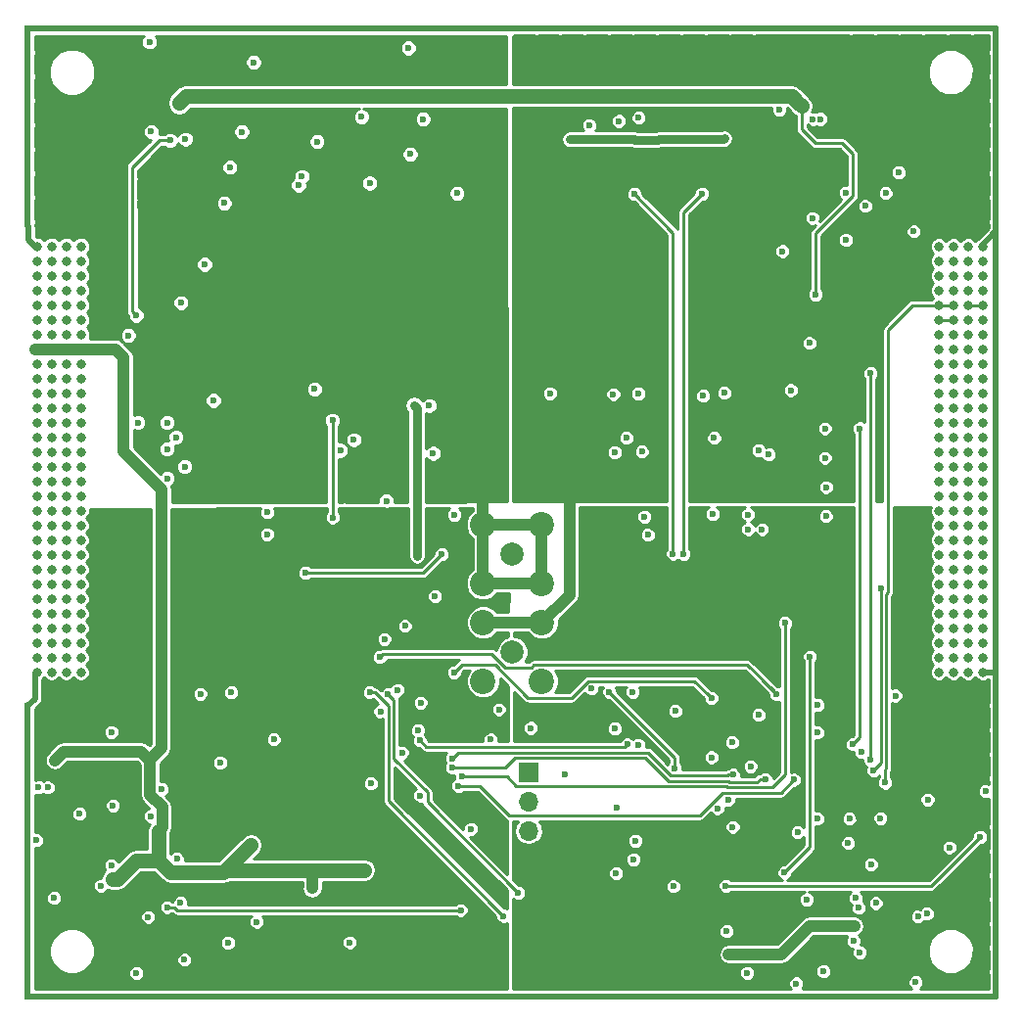
<source format=gbr>
G04 #@! TF.FileFunction,Copper,L3,Inr,Mixed*
%FSLAX46Y46*%
G04 Gerber Fmt 4.6, Leading zero omitted, Abs format (unit mm)*
G04 Created by KiCad (PCBNEW 4.0.6) date 11/20/17 22:27:28*
%MOMM*%
%LPD*%
G01*
G04 APERTURE LIST*
%ADD10C,0.100000*%
%ADD11C,0.600000*%
%ADD12C,0.800000*%
%ADD13R,1.300000X0.800000*%
%ADD14R,1.300000X1.800000*%
%ADD15C,2.200000*%
%ADD16C,2.000000*%
%ADD17R,1.700000X1.700000*%
%ADD18O,1.700000X1.700000*%
%ADD19C,0.254000*%
%ADD20C,0.508000*%
%ADD21C,1.016000*%
%ADD22C,1.270000*%
%ADD23C,0.762000*%
G04 APERTURE END LIST*
D10*
D11*
X115184500Y-78016500D03*
X113984500Y-78016500D03*
X113984500Y-76746500D03*
X116744500Y-73446500D03*
X116744500Y-74626500D03*
X113974500Y-74636500D03*
X72384500Y-78456500D03*
X72394500Y-76556500D03*
X74044500Y-73136500D03*
X133716250Y-50729250D03*
X133716250Y-48636000D03*
X133716250Y-46542750D03*
X133716250Y-44449500D03*
X133716250Y-42356250D03*
X127436500Y-36076500D03*
X125343250Y-36076500D03*
X123250000Y-36076500D03*
X102317500Y-36076500D03*
X100224250Y-36076500D03*
X98131000Y-36076500D03*
X96037750Y-36076500D03*
X96037750Y-71661750D03*
X96037750Y-65382000D03*
X96037750Y-63288750D03*
X96037750Y-61195500D03*
X96037750Y-59102250D03*
X96037750Y-57009000D03*
X96037750Y-54915750D03*
X96037750Y-52822500D03*
X96037750Y-50729250D03*
X96037750Y-48636000D03*
X96037750Y-46542750D03*
X96037750Y-44449500D03*
X93944500Y-69568500D03*
X93944500Y-67475250D03*
X93944500Y-65382000D03*
X93944500Y-63288750D03*
X93944500Y-61195500D03*
X93944500Y-59102250D03*
X93944500Y-57009000D03*
X93944500Y-54915750D03*
X93944500Y-52822500D03*
X93944500Y-50729250D03*
X93944500Y-48636000D03*
X93944500Y-46542750D03*
X93944500Y-44449500D03*
X93944500Y-42356250D03*
X93944500Y-38169750D03*
X93944500Y-36066500D03*
X90763000Y-48626000D03*
X90763000Y-50719250D03*
X90763000Y-52812500D03*
X90763000Y-54905750D03*
X90763000Y-56999000D03*
X90763000Y-59092250D03*
X90763000Y-61185500D03*
X90763000Y-63278750D03*
X90763000Y-65372000D03*
X92856250Y-69558500D03*
X92856250Y-67465250D03*
X92856250Y-65372000D03*
X92856250Y-63278750D03*
X92856250Y-61185500D03*
X92856250Y-59092250D03*
X92856250Y-56999000D03*
X92856250Y-54905750D03*
X92856250Y-52812500D03*
X92856250Y-50719250D03*
X92856250Y-48626000D03*
X92856250Y-46532750D03*
X92856250Y-44439500D03*
X92856250Y-42346250D03*
X92856250Y-38159750D03*
X92856250Y-36066500D03*
X90763000Y-36066500D03*
X88669750Y-36066500D03*
X86576500Y-36066500D03*
X59364250Y-36066500D03*
X53084500Y-43044000D03*
X53084500Y-45137250D03*
X53084500Y-47230500D03*
X53084500Y-49323750D03*
X51689000Y-36764250D03*
X51689000Y-38857500D03*
X51689000Y-40950750D03*
X51689000Y-43044000D03*
X51689000Y-45137250D03*
X51689000Y-47230500D03*
X51689000Y-49323750D03*
X51689000Y-51417000D03*
X51689000Y-93282000D03*
X51689000Y-95375250D03*
X51689000Y-97468500D03*
X51689000Y-99561750D03*
X51689000Y-101655000D03*
X51689000Y-103748250D03*
X51689000Y-105841500D03*
X51689000Y-110028000D03*
X51689000Y-112121250D03*
X51689000Y-114214500D03*
X51689000Y-116307750D03*
X51689000Y-118401000D03*
X53782250Y-118401000D03*
X55875500Y-118401000D03*
X57968750Y-118401000D03*
X60062000Y-118401000D03*
X62155250Y-118401000D03*
X64248500Y-118401000D03*
X70528250Y-118401000D03*
X72621500Y-118401000D03*
X74714750Y-118401000D03*
X76808000Y-118401000D03*
X78901250Y-118401000D03*
X80994500Y-118401000D03*
X83087750Y-118401000D03*
X85181000Y-118401000D03*
X87274250Y-118401000D03*
X89367500Y-118401000D03*
X91460750Y-118401000D03*
X93554000Y-118401000D03*
X95647250Y-118401000D03*
X97740500Y-118401000D03*
X99833750Y-118401000D03*
X101927000Y-118401000D03*
X104020250Y-118401000D03*
X106113500Y-118401000D03*
X108206750Y-118401000D03*
X110300000Y-118401000D03*
X112393250Y-118401000D03*
X114486500Y-118401000D03*
X116579750Y-118401000D03*
X118673000Y-118401000D03*
X120766250Y-118401000D03*
X129139250Y-118401000D03*
X131232500Y-118401000D03*
X133325750Y-118401000D03*
X135419000Y-118401000D03*
X135419000Y-116307750D03*
X135419000Y-114214500D03*
X135419000Y-112121250D03*
X135419000Y-110028000D03*
X135419000Y-107934750D03*
X135419000Y-105841500D03*
X135419000Y-103748250D03*
X135419000Y-99561750D03*
X135419000Y-97468500D03*
X135419000Y-95375250D03*
X135419000Y-93282000D03*
X135419000Y-51417000D03*
X135419000Y-49323750D03*
X135419000Y-47230500D03*
X135419000Y-45137250D03*
X135419000Y-43044000D03*
X135419000Y-40950750D03*
X135419000Y-38857500D03*
X135419000Y-36764250D03*
X135419000Y-34671000D03*
X133325750Y-34671000D03*
X131232500Y-34671000D03*
X129139250Y-34671000D03*
X127046000Y-34671000D03*
X124952750Y-34671000D03*
X122859500Y-34671000D03*
X114486500Y-34671000D03*
X112393250Y-34671000D03*
X110300000Y-34671000D03*
X108206750Y-34671000D03*
X106113500Y-34671000D03*
X104020250Y-34671000D03*
X101927000Y-34671000D03*
X99833750Y-34671000D03*
X97740500Y-34671000D03*
X95647250Y-34671000D03*
X93554000Y-34671000D03*
X91460750Y-34671000D03*
X89367500Y-34671000D03*
X87274250Y-34671000D03*
X85181000Y-34671000D03*
X83087750Y-34671000D03*
X80994500Y-34671000D03*
X78901250Y-34671000D03*
X76808000Y-34671000D03*
X74714750Y-34671000D03*
X72621500Y-34671000D03*
X70528250Y-34671000D03*
X68435000Y-34671000D03*
X62155250Y-34671000D03*
X60062000Y-34671000D03*
X57968750Y-34671000D03*
X55875500Y-34671000D03*
X53782250Y-34671000D03*
D12*
X134278000Y-53555900D03*
X133008000Y-53555900D03*
X131738000Y-53555900D03*
X130468000Y-53555900D03*
X134278000Y-54825900D03*
X131738000Y-54825900D03*
X133008000Y-54825900D03*
X130468000Y-54825900D03*
X134278000Y-56095900D03*
X133008000Y-56095900D03*
X131738000Y-56095900D03*
X130468000Y-56095900D03*
X134278000Y-57365900D03*
X133008000Y-57365900D03*
X131738000Y-57365900D03*
X130468000Y-57365900D03*
X134278000Y-58635900D03*
X133008000Y-58635900D03*
X131738000Y-58635900D03*
X130468000Y-58635900D03*
X134278000Y-59905900D03*
X133008000Y-59905900D03*
X131738000Y-59905900D03*
X130468000Y-59905900D03*
X134278000Y-61175900D03*
X133008000Y-61175900D03*
X131738000Y-61175900D03*
X130468000Y-61175900D03*
X134278000Y-62445900D03*
X133008000Y-62445900D03*
X131738000Y-62445900D03*
X130468000Y-62445900D03*
X134278000Y-63715900D03*
X133008000Y-63715900D03*
X131738000Y-63715900D03*
X130468000Y-63715900D03*
X134278000Y-64985900D03*
X133008000Y-64985900D03*
X131738000Y-64985900D03*
X130468000Y-64985900D03*
X134278000Y-66255900D03*
X133008000Y-66255900D03*
X131738000Y-66255900D03*
X130468000Y-66255900D03*
X134278000Y-67525900D03*
X133008000Y-67525900D03*
X131738000Y-67525900D03*
X130468000Y-67525900D03*
X134278000Y-68795900D03*
X133008000Y-68795900D03*
X131738000Y-68795900D03*
X130468000Y-68795900D03*
X134278000Y-70065900D03*
X133008000Y-70065900D03*
X131738000Y-70065900D03*
X130468000Y-70065900D03*
X134278000Y-71335900D03*
X133008000Y-71335900D03*
X131738000Y-71335900D03*
X130468000Y-71335900D03*
X134278000Y-72605900D03*
X133008000Y-72605900D03*
X131738000Y-72605900D03*
X130468000Y-72605900D03*
X134278000Y-73875900D03*
X133008000Y-73875900D03*
X131738000Y-73875900D03*
X130468000Y-73875900D03*
X134278000Y-75145900D03*
X133008000Y-75145900D03*
X131738000Y-75145900D03*
X130468000Y-75145900D03*
X134278000Y-76415900D03*
X133008000Y-76415900D03*
X131738000Y-76415900D03*
X130468000Y-76415900D03*
X134278000Y-77685900D03*
X133008000Y-77685900D03*
X131738000Y-77685900D03*
X130468000Y-77685900D03*
X134278000Y-78955900D03*
X133008000Y-78955900D03*
X131738000Y-78955900D03*
X130468000Y-78955900D03*
X134278000Y-80225900D03*
X133008000Y-80225900D03*
X131738000Y-80225900D03*
X130468000Y-80225900D03*
X134278000Y-81495900D03*
X133008000Y-81495900D03*
X131738000Y-81495900D03*
X130468000Y-81495900D03*
X134278000Y-82765900D03*
X133008000Y-82765900D03*
X130468000Y-82765900D03*
X131738000Y-82765900D03*
X134278000Y-84035900D03*
X133008000Y-84035900D03*
X131738000Y-84035900D03*
X130468000Y-84035900D03*
X134278000Y-85305900D03*
X133008000Y-85305900D03*
X131738000Y-85305900D03*
X130468000Y-85305900D03*
X134278000Y-86575900D03*
X133008000Y-86575900D03*
X131738000Y-86575900D03*
X130468000Y-86575900D03*
X134278000Y-87845900D03*
X133008000Y-87845900D03*
X131738000Y-87845900D03*
X130468000Y-87845900D03*
X134278000Y-89115900D03*
X133008000Y-89115900D03*
X131738000Y-89115900D03*
X130468000Y-89115900D03*
X134278000Y-90385900D03*
X133008000Y-90385900D03*
X131738000Y-90385900D03*
X130468000Y-90385900D03*
X56278000Y-53555900D03*
X55008000Y-53555900D03*
X53738000Y-53555900D03*
X52468000Y-53555900D03*
X56278000Y-54825900D03*
X53738000Y-54825900D03*
X55008000Y-54825900D03*
X52468000Y-54825900D03*
X56278000Y-56095900D03*
X55008000Y-56095900D03*
X53738000Y-56095900D03*
X52468000Y-56095900D03*
X56278000Y-57365900D03*
X55008000Y-57365900D03*
X53738000Y-57365900D03*
X52468000Y-57365900D03*
X56278000Y-58635900D03*
X55008000Y-58635900D03*
X53738000Y-58635900D03*
X52468000Y-58635900D03*
X56278000Y-59905900D03*
X55008000Y-59905900D03*
X53738000Y-59905900D03*
X52468000Y-59905900D03*
X56278000Y-61175900D03*
X55008000Y-61175900D03*
X53738000Y-61175900D03*
X52468000Y-61175900D03*
X56278000Y-62445900D03*
X55008000Y-62445900D03*
X53738000Y-62445900D03*
X52468000Y-62445900D03*
X56278000Y-63715900D03*
X55008000Y-63715900D03*
X53738000Y-63715900D03*
X52468000Y-63715900D03*
X56278000Y-64985900D03*
X55008000Y-64985900D03*
X53738000Y-64985900D03*
X52468000Y-64985900D03*
X56278000Y-66255900D03*
X55008000Y-66255900D03*
X53738000Y-66255900D03*
X52468000Y-66255900D03*
X56278000Y-67525900D03*
X55008000Y-67525900D03*
X53738000Y-67525900D03*
X52468000Y-67525900D03*
X56278000Y-68795900D03*
X55008000Y-68795900D03*
X53738000Y-68795900D03*
X52468000Y-68795900D03*
X56278000Y-70065900D03*
X55008000Y-70065900D03*
X53738000Y-70065900D03*
X52468000Y-70065900D03*
X56278000Y-71335900D03*
X55008000Y-71335900D03*
X53738000Y-71335900D03*
X52468000Y-71335900D03*
X56278000Y-72605900D03*
X55008000Y-72605900D03*
X53738000Y-72605900D03*
X52468000Y-72605900D03*
X56278000Y-73875900D03*
X55008000Y-73875900D03*
X53738000Y-73875900D03*
X52468000Y-73875900D03*
X56278000Y-75145900D03*
X55008000Y-75145900D03*
X53738000Y-75145900D03*
X52468000Y-75145900D03*
X56278000Y-76415900D03*
X55008000Y-76415900D03*
X53738000Y-76415900D03*
X52468000Y-76415900D03*
X56278000Y-77685900D03*
X55008000Y-77685900D03*
X53738000Y-77685900D03*
X52468000Y-77685900D03*
X56278000Y-78955900D03*
X55008000Y-78955900D03*
X53738000Y-78955900D03*
X52468000Y-78955900D03*
X56278000Y-80225900D03*
X55008000Y-80225900D03*
X53738000Y-80225900D03*
X52468000Y-80225900D03*
X56278000Y-81495900D03*
X55008000Y-81495900D03*
X53738000Y-81495900D03*
X52468000Y-81495900D03*
X56278000Y-82765900D03*
X55008000Y-82765900D03*
X52468000Y-82765900D03*
X53738000Y-82765900D03*
X56278000Y-84035900D03*
X55008000Y-84035900D03*
X53738000Y-84035900D03*
X52468000Y-84035900D03*
X56278000Y-85305900D03*
X55008000Y-85305900D03*
X53738000Y-85305900D03*
X52468000Y-85305900D03*
X56278000Y-86575900D03*
X55008000Y-86575900D03*
X53738000Y-86575900D03*
X52468000Y-86575900D03*
X56278000Y-87845900D03*
X55008000Y-87845900D03*
X53738000Y-87845900D03*
X52468000Y-87845900D03*
X56278000Y-89115900D03*
X55008000Y-89115900D03*
X53738000Y-89115900D03*
X52468000Y-89115900D03*
X56278000Y-90385900D03*
X55008000Y-90385900D03*
X53738000Y-90385900D03*
X52468000Y-90385900D03*
D13*
X61716920Y-49952100D03*
D14*
X66916920Y-48652100D03*
X65616920Y-48652100D03*
X61716920Y-48652100D03*
X63016920Y-48652100D03*
X64316920Y-48652100D03*
D13*
X61716920Y-47352100D03*
X63016920Y-47352100D03*
X64316920Y-47352100D03*
X65616920Y-47352100D03*
X66916920Y-47352100D03*
X66916920Y-49952100D03*
X65616920Y-49952100D03*
X64316920Y-49952100D03*
X63016920Y-49952100D03*
X116004820Y-47964880D03*
D14*
X121204820Y-46664880D03*
X119904820Y-46664880D03*
X116004820Y-46664880D03*
X117304820Y-46664880D03*
X118604820Y-46664880D03*
D13*
X116004820Y-45364880D03*
X117304820Y-45364880D03*
X118604820Y-45364880D03*
X119904820Y-45364880D03*
X121204820Y-45364880D03*
X121204820Y-47964880D03*
X119904820Y-47964880D03*
X118604820Y-47964880D03*
X117304820Y-47964880D03*
D15*
X91046300Y-77609700D03*
X91046300Y-82689700D03*
X96126300Y-82689700D03*
X96126300Y-77609700D03*
D16*
X93586300Y-80149700D03*
D15*
X91059000Y-86093300D03*
X91059000Y-91173300D03*
X96139000Y-91173300D03*
X96139000Y-86093300D03*
D16*
X93599000Y-88633300D03*
D17*
X94996000Y-99021900D03*
D18*
X94996000Y-101561900D03*
X94996000Y-104101900D03*
D11*
X51689000Y-34671000D03*
X53084500Y-51417000D03*
X73084500Y-73136500D03*
X71475600Y-111975900D03*
X78044040Y-76995020D03*
X78038960Y-68587620D03*
X86405720Y-67317620D03*
X78714600Y-71188580D03*
X75378264Y-47504876D03*
X88803480Y-48948340D03*
X75097640Y-48257460D03*
X81264760Y-48074580D03*
X75698800Y-81788000D03*
X87503000Y-80175100D03*
X82524600Y-87528400D03*
X65252600Y-72605900D03*
X83677760Y-91909900D03*
X64490600Y-70065900D03*
X100444500Y-91786500D03*
X102454500Y-95266500D03*
X98144500Y-99186500D03*
X102624500Y-102111901D03*
X58924500Y-95556500D03*
X68304500Y-98206500D03*
X104229821Y-104966999D03*
X114180910Y-98528429D03*
X88569800Y-76758800D03*
X90017600Y-103924100D03*
X92430600Y-93599000D03*
X107518200Y-108902500D03*
X113906300Y-116382800D03*
X119964200Y-103047800D03*
X112125760Y-112791240D03*
X118277640Y-104241600D03*
X122732800Y-103037640D03*
X125430280Y-103007160D03*
X120700800Y-76885800D03*
X120721120Y-74376280D03*
X134523480Y-100665280D03*
X85622274Y-101042326D03*
X64935100Y-58420000D03*
X105008680Y-76944220D03*
X116936520Y-53967380D03*
X65313560Y-44284900D03*
X70190360Y-43639740D03*
X68681600Y-49806860D03*
X127005080Y-47155100D03*
X125867160Y-48953420D03*
X119574820Y-42540485D03*
X120233440Y-42537185D03*
X114884200Y-94081600D03*
X120015000Y-93218000D03*
X126720600Y-92405200D03*
X110807500Y-97739200D03*
X79527400Y-113753900D03*
X104470200Y-96672400D03*
X103987600Y-92087700D03*
X119049800Y-110032800D03*
X129439840Y-111269114D03*
X120497600Y-116243100D03*
X123558300Y-110769400D03*
X122631200Y-105168700D03*
X124599700Y-107010200D03*
X131381500Y-105537000D03*
X128473200Y-117182900D03*
X52613136Y-100340529D03*
X58902600Y-107086400D03*
X58006025Y-108839845D03*
X53949600Y-109905800D03*
X120624600Y-71843900D03*
X120624600Y-69303900D03*
X63728600Y-73621900D03*
X63728600Y-71081900D03*
X63728600Y-68795900D03*
X68986400Y-113779300D03*
X65227200Y-115252500D03*
X64897000Y-110324900D03*
X62103000Y-111544100D03*
X62306200Y-102831900D03*
X63271400Y-100495100D03*
X81356200Y-99994430D03*
X85648800Y-93014800D03*
X72948800Y-96189800D03*
X69265800Y-92125800D03*
X66598800Y-92252800D03*
X112293400Y-114765101D03*
X76276200Y-109054900D03*
X129501900Y-101409500D03*
X80797400Y-107505500D03*
X54025800Y-97993200D03*
X53416200Y-100355400D03*
X70967600Y-105321100D03*
X64846200Y-107683300D03*
X63017400Y-104127300D03*
X59004200Y-108292900D03*
X125018800Y-110350300D03*
X123159200Y-112318800D03*
X64566800Y-106514900D03*
X90093800Y-101942900D03*
X95173800Y-95199200D03*
X71285100Y-85013800D03*
X88341200Y-105346500D03*
X68376799Y-95238980D03*
X84759800Y-45582800D03*
X76702920Y-44503340D03*
X79207360Y-80154780D03*
X79054960Y-76354940D03*
X58152782Y-99225100D03*
X54952900Y-110210600D03*
X79451200Y-92120430D03*
X91719400Y-96202500D03*
X71214500Y-37636500D03*
X62204500Y-35876500D03*
X85344000Y-80337660D03*
X76479400Y-65892680D03*
X85090000Y-67297300D03*
X84602320Y-36396580D03*
X62351920Y-43629580D03*
X69169280Y-46718220D03*
X67734500Y-66876500D03*
X74117200Y-40567623D03*
X61063780Y-59507760D03*
X64794120Y-41140380D03*
X118595715Y-41398985D03*
X119806720Y-57721500D03*
X63986920Y-44376340D03*
X61188600Y-68795900D03*
X59050339Y-101906141D03*
X60385960Y-61257180D03*
X103530400Y-96634300D03*
X112604036Y-96443507D03*
X123037600Y-96608900D03*
X85572600Y-96266000D03*
X123621800Y-69291200D03*
X102565200Y-107772200D03*
X94081600Y-109461300D03*
X82845693Y-92286532D03*
X85432900Y-95427800D03*
X88925400Y-100215700D03*
X117932200Y-99682300D03*
X89128600Y-110959900D03*
X63728600Y-110705900D03*
X61087000Y-116408200D03*
X86735920Y-71447660D03*
X85872320Y-42557700D03*
X80543400Y-42349420D03*
X82687160Y-75572620D03*
X79872840Y-70279260D03*
X84302600Y-86385400D03*
X86906100Y-83807300D03*
X82173321Y-93785179D03*
X91147900Y-71399400D03*
X76771500Y-37414200D03*
X72009000Y-43192700D03*
X76682600Y-71488300D03*
X64653160Y-37637720D03*
X78729840Y-38536880D03*
X78704440Y-75305920D03*
X52451000Y-104927400D03*
X112666490Y-99249879D03*
X124574300Y-64516000D03*
X124523500Y-97942400D03*
X88392000Y-97828100D03*
X115452615Y-99610890D03*
X124828300Y-98856800D03*
X125463300Y-83159600D03*
X88406089Y-98631178D03*
X134048500Y-104635300D03*
X112052100Y-108864400D03*
X82118200Y-89077800D03*
X116433600Y-92278200D03*
X128676400Y-111518700D03*
X123088400Y-113639600D03*
X110824979Y-96149906D03*
X127050800Y-90843100D03*
X122961400Y-100164900D03*
X116657120Y-77487780D03*
X117668040Y-65991740D03*
X111907320Y-66210180D03*
X110093760Y-66479420D03*
X104480360Y-66286380D03*
X102321360Y-66337180D03*
X96850200Y-66260980D03*
X111902240Y-44218860D03*
X106278680Y-44289980D03*
X104160320Y-44350940D03*
X98582480Y-44295060D03*
X114909600Y-97124810D03*
X116116100Y-116852700D03*
X102920800Y-94170500D03*
X123545600Y-102895400D03*
X107683300Y-93738700D03*
X104521000Y-42415460D03*
X116677440Y-41705824D03*
X122397520Y-48902620D03*
X122443240Y-52992020D03*
X122240040Y-38724840D03*
X122092720Y-35874960D03*
X98552000Y-38663880D03*
X98552000Y-71673720D03*
X126278640Y-45145960D03*
X115183920Y-73441560D03*
X110622080Y-75356720D03*
X128303020Y-52260500D03*
X124104400Y-50063400D03*
X119333999Y-89048353D03*
X119286310Y-61917290D03*
X117132100Y-107708700D03*
X123637702Y-114604800D03*
X118148100Y-117297200D03*
X114894360Y-71198740D03*
X115757960Y-71539100D03*
X110916720Y-76695300D03*
X102793800Y-42705020D03*
X108394500Y-80162400D03*
X109994700Y-48996600D03*
X100238560Y-43080940D03*
X107480100Y-80137000D03*
X104140000Y-49022000D03*
X102428040Y-71361300D03*
X103444040Y-70116700D03*
X111043720Y-70116700D03*
X104785160Y-71290180D03*
X112242600Y-101434900D03*
X119964200Y-95605600D03*
X125831600Y-99936300D03*
X123304300Y-109905800D03*
X107641143Y-98696468D03*
X101971887Y-92095610D03*
X105313480Y-78503780D03*
X66969640Y-55115460D03*
X119532400Y-51092100D03*
X112651484Y-103760574D03*
X104063800Y-106565700D03*
X84046531Y-97349202D03*
X123748800Y-97294700D03*
X117157500Y-86118700D03*
X89230338Y-99421800D03*
X81260770Y-92117890D03*
X92811600Y-111455200D03*
X111315500Y-102141310D03*
X88544500Y-90406500D03*
X110804500Y-92616500D03*
X56164500Y-102626500D03*
D19*
X78038960Y-68587620D02*
X78038960Y-76989940D01*
X78038960Y-76989940D02*
X78044040Y-76995020D01*
X87503000Y-80175100D02*
X85890100Y-81788000D01*
X85890100Y-81788000D02*
X84899462Y-81788000D01*
X84899462Y-81788000D02*
X75698800Y-81788000D01*
D20*
X51689000Y-47230500D02*
X51689000Y-51417000D01*
X51689000Y-40950750D02*
X51689000Y-47230500D01*
X51689000Y-34671000D02*
X51689000Y-40950750D01*
X135419000Y-45137250D02*
X135419000Y-51417000D01*
X135419000Y-38857500D02*
X135419000Y-45137250D01*
X135419000Y-34671000D02*
X135419000Y-38857500D01*
X135419000Y-93282000D02*
X135419000Y-51417000D01*
X135419000Y-90361000D02*
X135394100Y-90385900D01*
X135394100Y-90385900D02*
X134674285Y-90385900D01*
X134674285Y-90385900D02*
X134108600Y-90385900D01*
X135419000Y-93282000D02*
X135419000Y-90361000D01*
X135419000Y-118401000D02*
X135419000Y-93282000D01*
X129139250Y-118401000D02*
X135419000Y-118401000D01*
X95647250Y-118401000D02*
X129139250Y-118401000D01*
X51689000Y-118401000D02*
X95647250Y-118401000D01*
X51689000Y-93282000D02*
X51689000Y-105286058D01*
X51689000Y-105286058D02*
X51689000Y-118401000D01*
X52298600Y-90385900D02*
X52298600Y-92672400D01*
X52298600Y-92672400D02*
X51689000Y-93282000D01*
X135414500Y-51845764D02*
X135414500Y-52250000D01*
X135414500Y-52250000D02*
X134108600Y-53555900D01*
X135419000Y-51417000D02*
X135419000Y-51841264D01*
X135419000Y-51841264D02*
X135414500Y-51845764D01*
X51689000Y-34671000D02*
X86301658Y-34671000D01*
X86301658Y-34671000D02*
X135419000Y-34671000D01*
X51694500Y-51846764D02*
X51694500Y-52951800D01*
X51694500Y-52951800D02*
X52298600Y-53555900D01*
X51689000Y-51417000D02*
X51689000Y-51841264D01*
X51689000Y-51841264D02*
X51694500Y-51846764D01*
D21*
X59905900Y-71295778D02*
X59905900Y-63119000D01*
X59232800Y-62445900D02*
X59905900Y-63119000D01*
X117330500Y-114287300D02*
X119299000Y-112318800D01*
X119299000Y-112318800D02*
X123159200Y-112318800D01*
X112293400Y-114765101D02*
X116852699Y-114765101D01*
X116852699Y-114765101D02*
X117330500Y-114287300D01*
D22*
X76301600Y-107505500D02*
X68783200Y-107505500D01*
X80797400Y-107505500D02*
X76301600Y-107505500D01*
D21*
X76301600Y-107505500D02*
X76301600Y-109029500D01*
X76301600Y-109029500D02*
X76276200Y-109054900D01*
X54025800Y-97993200D02*
X54770301Y-97248699D01*
X54770301Y-97248699D02*
X61474821Y-97248699D01*
X61474821Y-97248699D02*
X62149001Y-97922879D01*
X62149001Y-97922879D02*
X62260199Y-97922879D01*
X59232800Y-62445900D02*
X52298600Y-62445900D01*
X63017400Y-104127300D02*
X63317401Y-103827299D01*
X63317401Y-103827299D02*
X63317401Y-102037679D01*
X63317401Y-102037679D02*
X62260199Y-100980477D01*
X62260199Y-100980477D02*
X62260199Y-97922879D01*
X62260199Y-97922879D02*
X63215801Y-96967277D01*
X63215801Y-96967277D02*
X63215801Y-74605679D01*
X63215801Y-74605679D02*
X59905900Y-71295778D01*
D22*
X64846200Y-107683300D02*
X68605400Y-107683300D01*
X68605400Y-107683300D02*
X70967600Y-105321100D01*
X59004200Y-108292900D02*
X59428464Y-108292900D01*
X59428464Y-108292900D02*
X61071326Y-106650038D01*
X61071326Y-106650038D02*
X63017400Y-106650038D01*
X64846200Y-107683300D02*
X64050662Y-107683300D01*
X64050662Y-107683300D02*
X63017400Y-106650038D01*
X63017400Y-106650038D02*
X63017400Y-104551564D01*
X63017400Y-104551564D02*
X63017400Y-104127300D01*
X68783200Y-107505500D02*
X68605400Y-107683300D01*
D23*
X85344000Y-80337660D02*
X85344000Y-67551300D01*
X85344000Y-67551300D02*
X85090000Y-67297300D01*
D22*
X65366877Y-40567623D02*
X74117200Y-40567623D01*
X74117200Y-40567623D02*
X117764353Y-40567623D01*
D19*
X61063780Y-59507760D02*
X60736719Y-59180699D01*
X60736719Y-59180699D02*
X60736719Y-46687939D01*
X60736719Y-46687939D02*
X63048318Y-44376340D01*
X63048318Y-44376340D02*
X63562656Y-44376340D01*
X63562656Y-44376340D02*
X63986920Y-44376340D01*
D22*
X64794120Y-41140380D02*
X65366877Y-40567623D01*
X117764353Y-40567623D02*
X118295716Y-41098986D01*
X118295716Y-41098986D02*
X118595715Y-41398985D01*
D19*
X119806720Y-57721500D02*
X119806720Y-52426118D01*
X119806720Y-52426118D02*
X123027721Y-49205117D01*
X118595715Y-43423674D02*
X118595715Y-41398985D01*
X123027721Y-49205117D02*
X123027721Y-45543419D01*
X123027721Y-45543419D02*
X122118981Y-44634679D01*
X122118981Y-44634679D02*
X119806720Y-44634679D01*
X119806720Y-44634679D02*
X118595715Y-43423674D01*
X60716161Y-46708497D02*
X63048318Y-44376340D01*
X85572600Y-96266000D02*
X86139301Y-96832701D01*
X86139301Y-96832701D02*
X103331999Y-96832701D01*
X103331999Y-96832701D02*
X103530400Y-96634300D01*
X123621800Y-96024700D02*
X123037600Y-96608900D01*
X123621800Y-69291200D02*
X123621800Y-96024700D01*
X82845693Y-92286532D02*
X83358011Y-92798850D01*
X83358011Y-92798850D02*
X83358011Y-97845365D01*
X83358011Y-97845365D02*
X86252475Y-100739829D01*
X86252475Y-100739829D02*
X86252475Y-101632175D01*
X86252475Y-101632175D02*
X94081600Y-109461300D01*
X109867491Y-102691301D02*
X109956600Y-102602192D01*
X109956600Y-102602192D02*
X111764290Y-100794502D01*
X88925400Y-100215700D02*
X90768008Y-100215700D01*
X90768008Y-100215700D02*
X93294409Y-102742101D01*
X93294409Y-102742101D02*
X109816691Y-102742101D01*
X109816691Y-102742101D02*
X109956600Y-102602192D01*
X116819998Y-100794502D02*
X117932200Y-99682300D01*
X111764290Y-100794502D02*
X116819998Y-100794502D01*
X117632201Y-99982299D02*
X117932200Y-99682300D01*
X64599302Y-110959900D02*
X89128600Y-110959900D01*
X63728600Y-110705900D02*
X64345302Y-110705900D01*
X64345302Y-110705900D02*
X64599302Y-110959900D01*
D21*
X91046300Y-77609700D02*
X91046300Y-74974700D01*
X96126300Y-82689700D02*
X96126300Y-77609700D01*
X91046300Y-82689700D02*
X96126300Y-82689700D01*
X91046300Y-77609700D02*
X91046300Y-82689700D01*
X91046300Y-77609700D02*
X96126300Y-77609700D01*
D19*
X112242226Y-99249879D02*
X112666490Y-99249879D01*
X112165427Y-99326678D02*
X112242226Y-99249879D01*
X107300064Y-99326678D02*
X112165427Y-99326678D01*
X105307074Y-97333688D02*
X107300064Y-99326678D01*
X88392000Y-97828100D02*
X88886412Y-97333688D01*
X88886412Y-97333688D02*
X105307074Y-97333688D01*
X124523500Y-97942400D02*
X124523500Y-64566800D01*
X124523500Y-64566800D02*
X124574300Y-64516000D01*
X131692042Y-54825900D02*
X131568600Y-54825900D01*
X88406089Y-98631178D02*
X92990760Y-98631178D01*
X92990760Y-98631178D02*
X93831039Y-97790899D01*
X115028351Y-99610890D02*
X115452615Y-99610890D01*
X105117692Y-97790899D02*
X107110682Y-99783889D01*
X107110682Y-99783889D02*
X112268084Y-99783889D01*
X93831039Y-97790899D02*
X105117692Y-97790899D01*
X112364275Y-99880080D02*
X114759161Y-99880080D01*
X112268084Y-99783889D02*
X112364275Y-99880080D01*
X114759161Y-99880080D02*
X115028351Y-99610890D01*
X125463300Y-83159600D02*
X125463300Y-98221800D01*
X125463300Y-98221800D02*
X124828300Y-98856800D01*
X112052100Y-108864400D02*
X129819400Y-108864400D01*
X129819400Y-108864400D02*
X134048500Y-104635300D01*
X82118200Y-89077800D02*
X82418199Y-88777801D01*
X82418199Y-88777801D02*
X91774803Y-88777801D01*
X91774803Y-88777801D02*
X92960503Y-89963501D01*
X92960503Y-89963501D02*
X95232101Y-89963501D01*
X95232101Y-89963501D02*
X95452503Y-89743099D01*
X95452503Y-89743099D02*
X113898499Y-89743099D01*
X113898499Y-89743099D02*
X116133601Y-91978201D01*
X116133601Y-91978201D02*
X116433600Y-92278200D01*
X115125500Y-90970100D02*
X115144120Y-90988720D01*
X116433600Y-92278200D02*
X115144120Y-90988720D01*
D23*
X106278680Y-44289980D02*
X111831120Y-44289980D01*
X111831120Y-44289980D02*
X111902240Y-44218860D01*
X104160320Y-44350940D02*
X106217720Y-44350940D01*
X106217720Y-44350940D02*
X106278680Y-44289980D01*
X98582480Y-44295060D02*
X104104440Y-44295060D01*
X104104440Y-44295060D02*
X104160320Y-44350940D01*
D21*
X98514500Y-83717800D02*
X98514500Y-74906500D01*
X96139000Y-86093300D02*
X98514500Y-83717800D01*
X91059000Y-86093300D02*
X96139000Y-86093300D01*
D19*
X119333999Y-105506801D02*
X119333999Y-89048353D01*
X117132100Y-107708700D02*
X119333999Y-105506801D01*
X109994700Y-48996600D02*
X108394500Y-50596800D01*
X108394500Y-50596800D02*
X108394500Y-80162400D01*
X104140000Y-49022000D02*
X107480100Y-52362100D01*
X107480100Y-52362100D02*
X107480100Y-80137000D01*
X126093501Y-60764701D02*
X126093501Y-83462097D01*
X126093501Y-83462097D02*
X125920510Y-83635088D01*
X125831600Y-99936300D02*
X125831600Y-98786198D01*
X125831600Y-98786198D02*
X125920510Y-98697288D01*
X126093501Y-60764701D02*
X128222302Y-58635900D01*
X128222302Y-58635900D02*
X130298600Y-58635900D01*
X125920510Y-98697288D02*
X125920510Y-83635088D01*
X133542915Y-58635900D02*
X134108600Y-58635900D01*
X132838600Y-58635900D02*
X134108600Y-58635900D01*
X130298600Y-58635900D02*
X131568600Y-58635900D01*
X101971887Y-92095610D02*
X107641143Y-97764866D01*
X107641143Y-98272204D02*
X107641143Y-98696468D01*
X107641143Y-97764866D02*
X107641143Y-98272204D01*
X112078702Y-100241100D02*
X112174893Y-100337291D01*
X116070709Y-100337291D02*
X117157500Y-99250500D01*
X93101538Y-99421800D02*
X93920838Y-100241100D01*
X93920838Y-100241100D02*
X112078702Y-100241100D01*
X112174893Y-100337291D02*
X116070709Y-100337291D01*
X117157500Y-99250500D02*
X117157500Y-86542964D01*
X117157500Y-86542964D02*
X117157500Y-86118700D01*
X89230338Y-99421800D02*
X93101538Y-99421800D01*
X130298600Y-59905900D02*
X131568600Y-59905900D01*
X82900801Y-93333657D02*
X81685034Y-92117890D01*
X82900801Y-101544401D02*
X82900801Y-93333657D01*
X81685034Y-92117890D02*
X81260770Y-92117890D01*
X92811600Y-111455200D02*
X82900801Y-101544401D01*
X88544500Y-90406500D02*
X89207901Y-89743099D01*
X100142003Y-91156299D02*
X109344299Y-91156299D01*
X89207901Y-89743099D02*
X92093509Y-89743099D01*
X92093509Y-89743099D02*
X94953911Y-92603501D01*
X110504501Y-92316501D02*
X110804500Y-92616500D01*
X94953911Y-92603501D02*
X98694801Y-92603501D01*
X98694801Y-92603501D02*
X100142003Y-91156299D01*
X109344299Y-91156299D02*
X110504501Y-92316501D01*
G36*
X90157300Y-76404525D02*
X89791501Y-76769685D01*
X89565557Y-77313818D01*
X89565043Y-77902997D01*
X89790037Y-78447523D01*
X90157300Y-78815428D01*
X90157300Y-81484525D01*
X89791501Y-81849685D01*
X89565557Y-82393818D01*
X89565043Y-82982997D01*
X89790037Y-83527523D01*
X90206285Y-83944499D01*
X90750418Y-84170443D01*
X91339597Y-84170957D01*
X91884123Y-83945963D01*
X92252028Y-83578700D01*
X93270450Y-83578700D01*
X93262802Y-85204300D01*
X92264175Y-85204300D01*
X91899015Y-84838501D01*
X91354882Y-84612557D01*
X90765703Y-84612043D01*
X90221177Y-84837037D01*
X89804201Y-85253285D01*
X89578257Y-85797418D01*
X89577743Y-86386597D01*
X89802737Y-86931123D01*
X90218985Y-87348099D01*
X90763118Y-87574043D01*
X91352297Y-87574557D01*
X91896823Y-87349563D01*
X92264728Y-86982300D01*
X93254438Y-86982300D01*
X93253028Y-87282009D01*
X92817749Y-87461863D01*
X92428928Y-87850005D01*
X92218241Y-88357397D01*
X92218114Y-88502692D01*
X92134013Y-88418591D01*
X91969206Y-88308470D01*
X91774803Y-88269801D01*
X82418199Y-88269801D01*
X82223796Y-88308470D01*
X82091637Y-88396776D01*
X81983335Y-88396682D01*
X81732948Y-88500139D01*
X81541213Y-88691541D01*
X81437318Y-88941746D01*
X81437082Y-89212665D01*
X81540539Y-89463052D01*
X81731941Y-89654787D01*
X81982146Y-89758682D01*
X82253065Y-89758918D01*
X82503452Y-89655461D01*
X82695187Y-89464059D01*
X82769207Y-89285801D01*
X88995489Y-89285801D01*
X88848691Y-89383889D01*
X88507113Y-89725467D01*
X88409635Y-89725382D01*
X88159248Y-89828839D01*
X87967513Y-90020241D01*
X87863618Y-90270446D01*
X87863382Y-90541365D01*
X87966839Y-90791752D01*
X88158241Y-90983487D01*
X88408446Y-91087382D01*
X88679365Y-91087618D01*
X88929752Y-90984161D01*
X89121487Y-90792759D01*
X89225382Y-90542554D01*
X89225468Y-90443952D01*
X89418321Y-90251099D01*
X89886531Y-90251099D01*
X89804201Y-90333285D01*
X89578257Y-90877418D01*
X89577743Y-91466597D01*
X89802737Y-92011123D01*
X90218985Y-92428099D01*
X90763118Y-92654043D01*
X91352297Y-92654557D01*
X91896823Y-92429563D01*
X92313799Y-92013315D01*
X92539743Y-91469182D01*
X92540232Y-90908242D01*
X93232710Y-91600720D01*
X93210486Y-96324701D01*
X92400294Y-96324701D01*
X92400518Y-96067635D01*
X92297061Y-95817248D01*
X92105659Y-95625513D01*
X91855454Y-95521618D01*
X91584535Y-95521382D01*
X91334148Y-95624839D01*
X91142413Y-95816241D01*
X91038518Y-96066446D01*
X91038293Y-96324701D01*
X86349721Y-96324701D01*
X86253633Y-96228613D01*
X86253718Y-96131135D01*
X86150261Y-95880748D01*
X86031567Y-95761848D01*
X86113782Y-95563854D01*
X86114018Y-95292935D01*
X86010561Y-95042548D01*
X85819159Y-94850813D01*
X85568954Y-94746918D01*
X85298035Y-94746682D01*
X85047648Y-94850139D01*
X84855913Y-95041541D01*
X84752018Y-95291746D01*
X84751782Y-95562665D01*
X84855239Y-95813052D01*
X84973933Y-95931952D01*
X84891718Y-96129946D01*
X84891482Y-96400865D01*
X84994939Y-96651252D01*
X85186341Y-96842987D01*
X85436546Y-96946882D01*
X85535148Y-96946968D01*
X85780091Y-97191911D01*
X85944897Y-97302032D01*
X85972302Y-97307483D01*
X86139301Y-97340701D01*
X87916329Y-97340701D01*
X87815013Y-97441841D01*
X87711118Y-97692046D01*
X87710882Y-97962965D01*
X87814339Y-98213352D01*
X87837491Y-98236544D01*
X87829102Y-98244919D01*
X87725207Y-98495124D01*
X87724971Y-98766043D01*
X87828428Y-99016430D01*
X88019830Y-99208165D01*
X88270035Y-99312060D01*
X88540954Y-99312296D01*
X88549436Y-99308791D01*
X88549220Y-99556665D01*
X88576617Y-99622971D01*
X88540148Y-99638039D01*
X88348413Y-99829441D01*
X88244518Y-100079646D01*
X88244282Y-100350565D01*
X88347739Y-100600952D01*
X88539141Y-100792687D01*
X88789346Y-100896582D01*
X89060265Y-100896818D01*
X89310652Y-100793361D01*
X89380434Y-100723700D01*
X90557588Y-100723700D01*
X92935199Y-103101312D01*
X93100006Y-103211432D01*
X93178015Y-103226949D01*
X93156417Y-107817697D01*
X89943756Y-104605036D01*
X90152465Y-104605218D01*
X90402852Y-104501761D01*
X90594587Y-104310359D01*
X90698482Y-104060154D01*
X90698718Y-103789235D01*
X90595261Y-103538848D01*
X90403859Y-103347113D01*
X90153654Y-103243218D01*
X89882735Y-103242982D01*
X89632348Y-103346439D01*
X89440613Y-103537841D01*
X89336718Y-103788046D01*
X89336535Y-103997815D01*
X86760475Y-101421755D01*
X86760475Y-100739829D01*
X86721806Y-100545426D01*
X86721806Y-100545425D01*
X86611685Y-100380619D01*
X84237999Y-98006933D01*
X84431783Y-97926863D01*
X84623518Y-97735461D01*
X84727413Y-97485256D01*
X84727649Y-97214337D01*
X84624192Y-96963950D01*
X84432790Y-96772215D01*
X84182585Y-96668320D01*
X83911666Y-96668084D01*
X83866011Y-96686948D01*
X83866011Y-93733865D01*
X91749482Y-93733865D01*
X91852939Y-93984252D01*
X92044341Y-94175987D01*
X92294546Y-94279882D01*
X92565465Y-94280118D01*
X92815852Y-94176661D01*
X93007587Y-93985259D01*
X93111482Y-93735054D01*
X93111718Y-93464135D01*
X93008261Y-93213748D01*
X92816859Y-93022013D01*
X92566654Y-92918118D01*
X92295735Y-92917882D01*
X92045348Y-93021339D01*
X91853613Y-93212741D01*
X91749718Y-93462946D01*
X91749482Y-93733865D01*
X83866011Y-93733865D01*
X83866011Y-93149665D01*
X84967682Y-93149665D01*
X85071139Y-93400052D01*
X85262541Y-93591787D01*
X85512746Y-93695682D01*
X85783665Y-93695918D01*
X86034052Y-93592461D01*
X86225787Y-93401059D01*
X86329682Y-93150854D01*
X86329918Y-92879935D01*
X86226461Y-92629548D01*
X86035059Y-92437813D01*
X85784854Y-92333918D01*
X85513935Y-92333682D01*
X85263548Y-92437139D01*
X85071813Y-92628541D01*
X84967918Y-92878746D01*
X84967682Y-93149665D01*
X83866011Y-93149665D01*
X83866011Y-92798850D01*
X83827342Y-92604447D01*
X83817126Y-92589158D01*
X84063012Y-92487561D01*
X84254747Y-92296159D01*
X84358642Y-92045954D01*
X84358878Y-91775035D01*
X84255421Y-91524648D01*
X84064019Y-91332913D01*
X83813814Y-91229018D01*
X83542895Y-91228782D01*
X83292508Y-91332239D01*
X83100773Y-91523641D01*
X83054223Y-91635745D01*
X82981747Y-91605650D01*
X82710828Y-91605414D01*
X82460441Y-91708871D01*
X82268706Y-91900273D01*
X82244392Y-91958828D01*
X82044244Y-91758680D01*
X81879437Y-91648559D01*
X81723543Y-91617550D01*
X81647029Y-91540903D01*
X81396824Y-91437008D01*
X81125905Y-91436772D01*
X80875518Y-91540229D01*
X80683783Y-91731631D01*
X80579888Y-91981836D01*
X80579652Y-92252755D01*
X80683109Y-92503142D01*
X80874511Y-92694877D01*
X81124716Y-92798772D01*
X81395635Y-92799008D01*
X81574024Y-92725300D01*
X81977834Y-93129110D01*
X81788069Y-93207518D01*
X81596334Y-93398920D01*
X81492439Y-93649125D01*
X81492203Y-93920044D01*
X81595660Y-94170431D01*
X81787062Y-94362166D01*
X82037267Y-94466061D01*
X82308186Y-94466297D01*
X82392801Y-94431335D01*
X82392801Y-101544401D01*
X82431470Y-101738804D01*
X82541591Y-101903611D01*
X92130567Y-111492587D01*
X92130482Y-111590065D01*
X92233939Y-111840452D01*
X92425341Y-112032187D01*
X92675546Y-112136082D01*
X92946465Y-112136318D01*
X93136470Y-112057810D01*
X93109616Y-117766000D01*
X91707299Y-117766000D01*
X91596804Y-117720118D01*
X91325885Y-117719882D01*
X91214270Y-117766000D01*
X89614049Y-117766000D01*
X89503554Y-117720118D01*
X89232635Y-117719882D01*
X89121020Y-117766000D01*
X87520799Y-117766000D01*
X87410304Y-117720118D01*
X87139385Y-117719882D01*
X87027770Y-117766000D01*
X85427549Y-117766000D01*
X85317054Y-117720118D01*
X85046135Y-117719882D01*
X84934520Y-117766000D01*
X83334299Y-117766000D01*
X83223804Y-117720118D01*
X82952885Y-117719882D01*
X82841270Y-117766000D01*
X81241049Y-117766000D01*
X81130554Y-117720118D01*
X80859635Y-117719882D01*
X80748020Y-117766000D01*
X79147799Y-117766000D01*
X79037304Y-117720118D01*
X78766385Y-117719882D01*
X78654770Y-117766000D01*
X77054549Y-117766000D01*
X76944054Y-117720118D01*
X76673135Y-117719882D01*
X76561520Y-117766000D01*
X74961299Y-117766000D01*
X74850804Y-117720118D01*
X74579885Y-117719882D01*
X74468270Y-117766000D01*
X72868049Y-117766000D01*
X72757554Y-117720118D01*
X72486635Y-117719882D01*
X72375020Y-117766000D01*
X70774799Y-117766000D01*
X70664304Y-117720118D01*
X70393385Y-117719882D01*
X70281770Y-117766000D01*
X64495049Y-117766000D01*
X64384554Y-117720118D01*
X64113635Y-117719882D01*
X64002020Y-117766000D01*
X62401799Y-117766000D01*
X62291304Y-117720118D01*
X62020385Y-117719882D01*
X61908770Y-117766000D01*
X60308549Y-117766000D01*
X60198054Y-117720118D01*
X59927135Y-117719882D01*
X59815520Y-117766000D01*
X58215299Y-117766000D01*
X58104804Y-117720118D01*
X57833885Y-117719882D01*
X57722270Y-117766000D01*
X56122049Y-117766000D01*
X56011554Y-117720118D01*
X55740635Y-117719882D01*
X55629020Y-117766000D01*
X54028799Y-117766000D01*
X53918304Y-117720118D01*
X53647385Y-117719882D01*
X53535770Y-117766000D01*
X52324000Y-117766000D01*
X52324000Y-116554299D01*
X52328664Y-116543065D01*
X60405882Y-116543065D01*
X60509339Y-116793452D01*
X60700741Y-116985187D01*
X60950946Y-117089082D01*
X61221865Y-117089318D01*
X61472252Y-116985861D01*
X61663987Y-116794459D01*
X61767882Y-116544254D01*
X61768118Y-116273335D01*
X61664661Y-116022948D01*
X61473259Y-115831213D01*
X61223054Y-115727318D01*
X60952135Y-115727082D01*
X60701748Y-115830539D01*
X60510013Y-116021941D01*
X60406118Y-116272146D01*
X60405882Y-116543065D01*
X52328664Y-116543065D01*
X52369882Y-116443804D01*
X52370118Y-116172885D01*
X52324000Y-116061270D01*
X52324000Y-114882316D01*
X53518657Y-114882316D01*
X53819611Y-115610680D01*
X54376389Y-116168431D01*
X55104226Y-116470655D01*
X55892316Y-116471343D01*
X56620680Y-116170389D01*
X57178431Y-115613611D01*
X57272376Y-115387365D01*
X64546082Y-115387365D01*
X64649539Y-115637752D01*
X64840941Y-115829487D01*
X65091146Y-115933382D01*
X65362065Y-115933618D01*
X65612452Y-115830161D01*
X65804187Y-115638759D01*
X65908082Y-115388554D01*
X65908318Y-115117635D01*
X65804861Y-114867248D01*
X65613459Y-114675513D01*
X65363254Y-114571618D01*
X65092335Y-114571382D01*
X64841948Y-114674839D01*
X64650213Y-114866241D01*
X64546318Y-115116446D01*
X64546082Y-115387365D01*
X57272376Y-115387365D01*
X57480655Y-114885774D01*
X57481343Y-114097684D01*
X57405515Y-113914165D01*
X68305282Y-113914165D01*
X68408739Y-114164552D01*
X68600141Y-114356287D01*
X68850346Y-114460182D01*
X69121265Y-114460418D01*
X69371652Y-114356961D01*
X69563387Y-114165559D01*
X69667282Y-113915354D01*
X69667305Y-113888765D01*
X78846282Y-113888765D01*
X78949739Y-114139152D01*
X79141141Y-114330887D01*
X79391346Y-114434782D01*
X79662265Y-114435018D01*
X79912652Y-114331561D01*
X80104387Y-114140159D01*
X80208282Y-113889954D01*
X80208518Y-113619035D01*
X80105061Y-113368648D01*
X79913659Y-113176913D01*
X79663454Y-113073018D01*
X79392535Y-113072782D01*
X79142148Y-113176239D01*
X78950413Y-113367641D01*
X78846518Y-113617846D01*
X78846282Y-113888765D01*
X69667305Y-113888765D01*
X69667518Y-113644435D01*
X69564061Y-113394048D01*
X69372659Y-113202313D01*
X69122454Y-113098418D01*
X68851535Y-113098182D01*
X68601148Y-113201639D01*
X68409413Y-113393041D01*
X68305518Y-113643246D01*
X68305282Y-113914165D01*
X57405515Y-113914165D01*
X57180389Y-113369320D01*
X56623611Y-112811569D01*
X55895774Y-112509345D01*
X55107684Y-112508657D01*
X54379320Y-112809611D01*
X53821569Y-113366389D01*
X53519345Y-114094226D01*
X53518657Y-114882316D01*
X52324000Y-114882316D01*
X52324000Y-114461049D01*
X52369882Y-114350554D01*
X52370118Y-114079635D01*
X52324000Y-113968020D01*
X52324000Y-112367799D01*
X52369882Y-112257304D01*
X52370118Y-111986385D01*
X52324000Y-111874770D01*
X52324000Y-111678965D01*
X61421882Y-111678965D01*
X61525339Y-111929352D01*
X61716741Y-112121087D01*
X61966946Y-112224982D01*
X62237865Y-112225218D01*
X62488252Y-112121761D01*
X62679987Y-111930359D01*
X62783882Y-111680154D01*
X62784118Y-111409235D01*
X62680661Y-111158848D01*
X62489259Y-110967113D01*
X62239054Y-110863218D01*
X61968135Y-110862982D01*
X61717748Y-110966439D01*
X61526013Y-111157841D01*
X61422118Y-111408046D01*
X61421882Y-111678965D01*
X52324000Y-111678965D01*
X52324000Y-110840765D01*
X63047482Y-110840765D01*
X63150939Y-111091152D01*
X63342341Y-111282887D01*
X63592546Y-111386782D01*
X63863465Y-111387018D01*
X64113852Y-111283561D01*
X64159237Y-111238255D01*
X64240092Y-111319110D01*
X64404898Y-111429231D01*
X64437152Y-111435646D01*
X64599302Y-111467900D01*
X71020566Y-111467900D01*
X70898613Y-111589641D01*
X70794718Y-111839846D01*
X70794482Y-112110765D01*
X70897939Y-112361152D01*
X71089341Y-112552887D01*
X71339546Y-112656782D01*
X71610465Y-112657018D01*
X71860852Y-112553561D01*
X72052587Y-112362159D01*
X72156482Y-112111954D01*
X72156718Y-111841035D01*
X72053261Y-111590648D01*
X71930726Y-111467900D01*
X88673474Y-111467900D01*
X88742341Y-111536887D01*
X88992546Y-111640782D01*
X89263465Y-111641018D01*
X89513852Y-111537561D01*
X89705587Y-111346159D01*
X89809482Y-111095954D01*
X89809718Y-110825035D01*
X89706261Y-110574648D01*
X89514859Y-110382913D01*
X89264654Y-110279018D01*
X88993735Y-110278782D01*
X88743348Y-110382239D01*
X88673566Y-110451900D01*
X65577890Y-110451900D01*
X65578118Y-110190035D01*
X65474661Y-109939648D01*
X65283259Y-109747913D01*
X65033054Y-109644018D01*
X64762135Y-109643782D01*
X64511748Y-109747239D01*
X64320013Y-109938641D01*
X64216118Y-110188846D01*
X64216110Y-110197900D01*
X64183726Y-110197900D01*
X64114859Y-110128913D01*
X63864654Y-110025018D01*
X63593735Y-110024782D01*
X63343348Y-110128239D01*
X63151613Y-110319641D01*
X63047718Y-110569846D01*
X63047482Y-110840765D01*
X52324000Y-110840765D01*
X52324000Y-110274549D01*
X52369882Y-110164054D01*
X52369989Y-110040665D01*
X53268482Y-110040665D01*
X53371939Y-110291052D01*
X53563341Y-110482787D01*
X53813546Y-110586682D01*
X54084465Y-110586918D01*
X54334852Y-110483461D01*
X54526587Y-110292059D01*
X54630482Y-110041854D01*
X54630718Y-109770935D01*
X54527261Y-109520548D01*
X54335859Y-109328813D01*
X54085654Y-109224918D01*
X53814735Y-109224682D01*
X53564348Y-109328139D01*
X53372613Y-109519541D01*
X53268718Y-109769746D01*
X53268482Y-110040665D01*
X52369989Y-110040665D01*
X52370118Y-109893135D01*
X52324000Y-109781520D01*
X52324000Y-106088049D01*
X52369882Y-105977554D01*
X52370118Y-105706635D01*
X52329485Y-105608295D01*
X52585865Y-105608518D01*
X52836252Y-105505061D01*
X53027987Y-105313659D01*
X53131882Y-105063454D01*
X53132118Y-104792535D01*
X53028661Y-104542148D01*
X52837259Y-104350413D01*
X52587054Y-104246518D01*
X52324000Y-104246289D01*
X52324000Y-103994799D01*
X52369882Y-103884304D01*
X52370118Y-103613385D01*
X52324000Y-103501770D01*
X52324000Y-102761365D01*
X55483382Y-102761365D01*
X55586839Y-103011752D01*
X55778241Y-103203487D01*
X56028446Y-103307382D01*
X56299365Y-103307618D01*
X56549752Y-103204161D01*
X56741487Y-103012759D01*
X56845382Y-102762554D01*
X56845618Y-102491635D01*
X56742161Y-102241248D01*
X56550759Y-102049513D01*
X56530273Y-102041006D01*
X58369221Y-102041006D01*
X58472678Y-102291393D01*
X58664080Y-102483128D01*
X58914285Y-102587023D01*
X59185204Y-102587259D01*
X59435591Y-102483802D01*
X59627326Y-102292400D01*
X59731221Y-102042195D01*
X59731457Y-101771276D01*
X59628000Y-101520889D01*
X59436598Y-101329154D01*
X59186393Y-101225259D01*
X58915474Y-101225023D01*
X58665087Y-101328480D01*
X58473352Y-101519882D01*
X58369457Y-101770087D01*
X58369221Y-102041006D01*
X56530273Y-102041006D01*
X56300554Y-101945618D01*
X56029635Y-101945382D01*
X55779248Y-102048839D01*
X55587513Y-102240241D01*
X55483618Y-102490446D01*
X55483382Y-102761365D01*
X52324000Y-102761365D01*
X52324000Y-101901549D01*
X52369882Y-101791054D01*
X52370118Y-101520135D01*
X52324000Y-101408520D01*
X52324000Y-100957845D01*
X52477082Y-101021411D01*
X52748001Y-101021647D01*
X52998388Y-100918190D01*
X53007093Y-100909500D01*
X53029941Y-100932387D01*
X53280146Y-101036282D01*
X53551065Y-101036518D01*
X53801452Y-100933061D01*
X53993187Y-100741659D01*
X54097082Y-100491454D01*
X54097318Y-100220535D01*
X53993861Y-99970148D01*
X53802459Y-99778413D01*
X53552254Y-99674518D01*
X53281335Y-99674282D01*
X53030948Y-99777739D01*
X53022243Y-99786429D01*
X52999395Y-99763542D01*
X52749190Y-99659647D01*
X52478271Y-99659411D01*
X52366678Y-99705520D01*
X52369882Y-99697804D01*
X52370118Y-99426885D01*
X52324000Y-99315270D01*
X52324000Y-97715049D01*
X52369882Y-97604554D01*
X52370118Y-97333635D01*
X52324000Y-97222020D01*
X52324000Y-95691365D01*
X58243382Y-95691365D01*
X58346839Y-95941752D01*
X58538241Y-96133487D01*
X58788446Y-96237382D01*
X59059365Y-96237618D01*
X59309752Y-96134161D01*
X59501487Y-95942759D01*
X59605382Y-95692554D01*
X59605618Y-95421635D01*
X59502161Y-95171248D01*
X59310759Y-94979513D01*
X59060554Y-94875618D01*
X58789635Y-94875382D01*
X58539248Y-94978839D01*
X58347513Y-95170241D01*
X58243618Y-95420446D01*
X58243382Y-95691365D01*
X52324000Y-95691365D01*
X52324000Y-95621799D01*
X52369882Y-95511304D01*
X52370118Y-95240385D01*
X52324000Y-95128770D01*
X52324000Y-93545026D01*
X52747613Y-93121413D01*
X52885264Y-92915404D01*
X52933601Y-92672400D01*
X52933600Y-92672395D01*
X52933600Y-91024651D01*
X53103145Y-90855402D01*
X53295021Y-91047614D01*
X53581968Y-91166764D01*
X53892669Y-91167036D01*
X54179823Y-91048386D01*
X54373145Y-90855402D01*
X54565021Y-91047614D01*
X54851968Y-91166764D01*
X55162669Y-91167036D01*
X55449823Y-91048386D01*
X55643145Y-90855402D01*
X55835021Y-91047614D01*
X56121968Y-91166764D01*
X56432669Y-91167036D01*
X56719823Y-91048386D01*
X56939714Y-90828879D01*
X57058864Y-90541932D01*
X57059136Y-90231231D01*
X56940486Y-89944077D01*
X56747502Y-89750755D01*
X56939714Y-89558879D01*
X57058864Y-89271932D01*
X57059136Y-88961231D01*
X56940486Y-88674077D01*
X56747502Y-88480755D01*
X56939714Y-88288879D01*
X57058864Y-88001932D01*
X57059136Y-87691231D01*
X56940486Y-87404077D01*
X56747502Y-87210755D01*
X56939714Y-87018879D01*
X57058864Y-86731932D01*
X57059136Y-86421231D01*
X56940486Y-86134077D01*
X56747502Y-85940755D01*
X56939714Y-85748879D01*
X57058864Y-85461932D01*
X57059136Y-85151231D01*
X56940486Y-84864077D01*
X56747502Y-84670755D01*
X56939714Y-84478879D01*
X57058864Y-84191932D01*
X57059136Y-83881231D01*
X56940486Y-83594077D01*
X56747502Y-83400755D01*
X56939714Y-83208879D01*
X57058864Y-82921932D01*
X57059136Y-82611231D01*
X56940486Y-82324077D01*
X56747502Y-82130755D01*
X56939714Y-81938879D01*
X57058864Y-81651932D01*
X57059136Y-81341231D01*
X56940486Y-81054077D01*
X56747502Y-80860755D01*
X56939714Y-80668879D01*
X57058864Y-80381932D01*
X57059136Y-80071231D01*
X56940486Y-79784077D01*
X56747502Y-79590755D01*
X56939714Y-79398879D01*
X57058864Y-79111932D01*
X57059136Y-78801231D01*
X56940486Y-78514077D01*
X56747502Y-78320755D01*
X56939714Y-78128879D01*
X57058864Y-77841932D01*
X57059136Y-77531231D01*
X56940486Y-77244077D01*
X56747502Y-77050755D01*
X56939714Y-76858879D01*
X57058864Y-76571932D01*
X57059136Y-76261231D01*
X57053741Y-76248175D01*
X62326801Y-76238662D01*
X62326801Y-96599041D01*
X62204600Y-96721242D01*
X62103439Y-96620081D01*
X62055055Y-96587752D01*
X61815027Y-96427370D01*
X61474821Y-96359699D01*
X54770301Y-96359699D01*
X54430095Y-96427370D01*
X54141683Y-96620081D01*
X53397182Y-97364582D01*
X53204471Y-97652995D01*
X53136800Y-97993200D01*
X53204471Y-98333405D01*
X53397182Y-98621818D01*
X53685595Y-98814529D01*
X54025800Y-98882200D01*
X54366005Y-98814529D01*
X54654418Y-98621818D01*
X55138537Y-98137699D01*
X61106585Y-98137699D01*
X61371199Y-98402313D01*
X61371199Y-100980477D01*
X61438870Y-101320683D01*
X61571345Y-101518946D01*
X61631581Y-101609095D01*
X62173270Y-102150784D01*
X62171335Y-102150782D01*
X61920948Y-102254239D01*
X61729213Y-102445641D01*
X61625318Y-102695846D01*
X61625082Y-102966765D01*
X61728539Y-103217152D01*
X61919941Y-103408887D01*
X62170146Y-103512782D01*
X62229520Y-103512834D01*
X62078738Y-103738494D01*
X62001400Y-104127300D01*
X62001400Y-105634038D01*
X61071326Y-105634038D01*
X60682519Y-105711376D01*
X60352906Y-105931617D01*
X59510410Y-106774114D01*
X59480261Y-106701148D01*
X59288859Y-106509413D01*
X59038654Y-106405518D01*
X58767735Y-106405282D01*
X58517348Y-106508739D01*
X58325613Y-106700141D01*
X58221718Y-106950346D01*
X58221482Y-107221265D01*
X58324939Y-107471652D01*
X58370847Y-107517640D01*
X58285780Y-107574480D01*
X58065538Y-107904094D01*
X58014864Y-108158852D01*
X57871160Y-108158727D01*
X57620773Y-108262184D01*
X57429038Y-108453586D01*
X57325143Y-108703791D01*
X57324907Y-108974710D01*
X57428364Y-109225097D01*
X57619766Y-109416832D01*
X57869971Y-109520727D01*
X58140890Y-109520963D01*
X58391277Y-109417506D01*
X58583012Y-109226104D01*
X58588271Y-109213439D01*
X58615394Y-109231562D01*
X59004200Y-109308900D01*
X59428464Y-109308900D01*
X59752764Y-109244393D01*
X59817271Y-109231562D01*
X60146884Y-109011320D01*
X61492167Y-107666038D01*
X62596560Y-107666038D01*
X63332241Y-108401720D01*
X63661855Y-108621962D01*
X63726362Y-108634793D01*
X64050662Y-108699300D01*
X68605400Y-108699300D01*
X68929700Y-108634793D01*
X68994207Y-108621962D01*
X69144558Y-108521500D01*
X75412600Y-108521500D01*
X75412600Y-108927206D01*
X75387200Y-109054900D01*
X75454871Y-109395105D01*
X75647582Y-109683518D01*
X75935995Y-109876229D01*
X76276200Y-109943900D01*
X76616405Y-109876229D01*
X76904818Y-109683518D01*
X76930218Y-109658118D01*
X77022812Y-109519541D01*
X77122929Y-109369706D01*
X77190600Y-109029500D01*
X77190600Y-108521500D01*
X80797400Y-108521500D01*
X81186206Y-108444162D01*
X81515820Y-108223920D01*
X81736062Y-107894306D01*
X81813400Y-107505500D01*
X81736062Y-107116694D01*
X81515820Y-106787080D01*
X81186206Y-106566838D01*
X80797400Y-106489500D01*
X71236041Y-106489500D01*
X71686020Y-106039521D01*
X71906261Y-105709907D01*
X71983599Y-105321100D01*
X71906261Y-104932293D01*
X71686020Y-104602680D01*
X71356407Y-104382439D01*
X70967600Y-104305101D01*
X70578793Y-104382439D01*
X70249179Y-104602680D01*
X68184560Y-106667300D01*
X65240894Y-106667300D01*
X65247682Y-106650954D01*
X65247918Y-106380035D01*
X65144461Y-106129648D01*
X64953059Y-105937913D01*
X64702854Y-105834018D01*
X64431935Y-105833782D01*
X64181548Y-105937239D01*
X64033400Y-106085130D01*
X64033400Y-104325142D01*
X64138730Y-104167505D01*
X64206401Y-103827299D01*
X64206401Y-102037679D01*
X64138730Y-101697473D01*
X63946019Y-101409061D01*
X63623441Y-101086483D01*
X63656652Y-101072761D01*
X63848387Y-100881359D01*
X63952282Y-100631154D01*
X63952518Y-100360235D01*
X63857097Y-100129295D01*
X80675082Y-100129295D01*
X80778539Y-100379682D01*
X80969941Y-100571417D01*
X81220146Y-100675312D01*
X81491065Y-100675548D01*
X81741452Y-100572091D01*
X81933187Y-100380689D01*
X82037082Y-100130484D01*
X82037318Y-99859565D01*
X81933861Y-99609178D01*
X81742459Y-99417443D01*
X81492254Y-99313548D01*
X81221335Y-99313312D01*
X80970948Y-99416769D01*
X80779213Y-99608171D01*
X80675318Y-99858376D01*
X80675082Y-100129295D01*
X63857097Y-100129295D01*
X63849061Y-100109848D01*
X63657659Y-99918113D01*
X63407454Y-99814218D01*
X63149199Y-99813993D01*
X63149199Y-98341365D01*
X67623382Y-98341365D01*
X67726839Y-98591752D01*
X67918241Y-98783487D01*
X68168446Y-98887382D01*
X68439365Y-98887618D01*
X68689752Y-98784161D01*
X68881487Y-98592759D01*
X68985382Y-98342554D01*
X68985618Y-98071635D01*
X68882161Y-97821248D01*
X68690759Y-97629513D01*
X68440554Y-97525618D01*
X68169635Y-97525382D01*
X67919248Y-97628839D01*
X67727513Y-97820241D01*
X67623618Y-98070446D01*
X67623382Y-98341365D01*
X63149199Y-98341365D01*
X63149199Y-98291115D01*
X63844419Y-97595895D01*
X64037130Y-97307483D01*
X64104801Y-96967277D01*
X64104801Y-96324665D01*
X72267682Y-96324665D01*
X72371139Y-96575052D01*
X72562541Y-96766787D01*
X72812746Y-96870682D01*
X73083665Y-96870918D01*
X73334052Y-96767461D01*
X73525787Y-96576059D01*
X73629682Y-96325854D01*
X73629918Y-96054935D01*
X73526461Y-95804548D01*
X73335059Y-95612813D01*
X73084854Y-95508918D01*
X72813935Y-95508682D01*
X72563548Y-95612139D01*
X72371813Y-95803541D01*
X72267918Y-96053746D01*
X72267682Y-96324665D01*
X64104801Y-96324665D01*
X64104801Y-92387665D01*
X65917682Y-92387665D01*
X66021139Y-92638052D01*
X66212541Y-92829787D01*
X66462746Y-92933682D01*
X66733665Y-92933918D01*
X66984052Y-92830461D01*
X67175787Y-92639059D01*
X67279682Y-92388854D01*
X67279793Y-92260665D01*
X68584682Y-92260665D01*
X68688139Y-92511052D01*
X68879541Y-92702787D01*
X69129746Y-92806682D01*
X69400665Y-92806918D01*
X69651052Y-92703461D01*
X69842787Y-92512059D01*
X69946682Y-92261854D01*
X69946918Y-91990935D01*
X69843461Y-91740548D01*
X69652059Y-91548813D01*
X69401854Y-91444918D01*
X69130935Y-91444682D01*
X68880548Y-91548139D01*
X68688813Y-91739541D01*
X68584918Y-91989746D01*
X68584682Y-92260665D01*
X67279793Y-92260665D01*
X67279918Y-92117935D01*
X67176461Y-91867548D01*
X66985059Y-91675813D01*
X66734854Y-91571918D01*
X66463935Y-91571682D01*
X66213548Y-91675139D01*
X66021813Y-91866541D01*
X65917918Y-92116746D01*
X65917682Y-92387665D01*
X64104801Y-92387665D01*
X64104801Y-87663265D01*
X81843482Y-87663265D01*
X81946939Y-87913652D01*
X82138341Y-88105387D01*
X82388546Y-88209282D01*
X82659465Y-88209518D01*
X82909852Y-88106061D01*
X83101587Y-87914659D01*
X83205482Y-87664454D01*
X83205718Y-87393535D01*
X83102261Y-87143148D01*
X82910859Y-86951413D01*
X82660654Y-86847518D01*
X82389735Y-86847282D01*
X82139348Y-86950739D01*
X81947613Y-87142141D01*
X81843718Y-87392346D01*
X81843482Y-87663265D01*
X64104801Y-87663265D01*
X64104801Y-86520265D01*
X83621482Y-86520265D01*
X83724939Y-86770652D01*
X83916341Y-86962387D01*
X84166546Y-87066282D01*
X84437465Y-87066518D01*
X84687852Y-86963061D01*
X84879587Y-86771659D01*
X84983482Y-86521454D01*
X84983718Y-86250535D01*
X84880261Y-86000148D01*
X84688859Y-85808413D01*
X84438654Y-85704518D01*
X84167735Y-85704282D01*
X83917348Y-85807739D01*
X83725613Y-85999141D01*
X83621718Y-86249346D01*
X83621482Y-86520265D01*
X64104801Y-86520265D01*
X64104801Y-83942165D01*
X86224982Y-83942165D01*
X86328439Y-84192552D01*
X86519841Y-84384287D01*
X86770046Y-84488182D01*
X87040965Y-84488418D01*
X87291352Y-84384961D01*
X87483087Y-84193559D01*
X87586982Y-83943354D01*
X87587218Y-83672435D01*
X87483761Y-83422048D01*
X87292359Y-83230313D01*
X87042154Y-83126418D01*
X86771235Y-83126182D01*
X86520848Y-83229639D01*
X86329113Y-83421041D01*
X86225218Y-83671246D01*
X86224982Y-83942165D01*
X64104801Y-83942165D01*
X64104801Y-81922865D01*
X75017682Y-81922865D01*
X75121139Y-82173252D01*
X75312541Y-82364987D01*
X75562746Y-82468882D01*
X75833665Y-82469118D01*
X76084052Y-82365661D01*
X76153834Y-82296000D01*
X85890100Y-82296000D01*
X86084503Y-82257331D01*
X86249310Y-82147210D01*
X87540387Y-80856133D01*
X87637865Y-80856218D01*
X87888252Y-80752761D01*
X88079987Y-80561359D01*
X88183882Y-80311154D01*
X88184118Y-80040235D01*
X88080661Y-79789848D01*
X87889259Y-79598113D01*
X87639054Y-79494218D01*
X87368135Y-79493982D01*
X87117748Y-79597439D01*
X86926013Y-79788841D01*
X86822118Y-80039046D01*
X86822032Y-80137648D01*
X85679680Y-81280000D01*
X76153926Y-81280000D01*
X76085059Y-81211013D01*
X75834854Y-81107118D01*
X75563935Y-81106882D01*
X75313548Y-81210339D01*
X75121813Y-81401741D01*
X75017918Y-81651946D01*
X75017682Y-81922865D01*
X64104801Y-81922865D01*
X64104801Y-78591365D01*
X71703382Y-78591365D01*
X71806839Y-78841752D01*
X71998241Y-79033487D01*
X72248446Y-79137382D01*
X72519365Y-79137618D01*
X72769752Y-79034161D01*
X72961487Y-78842759D01*
X73065382Y-78592554D01*
X73065618Y-78321635D01*
X72962161Y-78071248D01*
X72770759Y-77879513D01*
X72520554Y-77775618D01*
X72249635Y-77775382D01*
X71999248Y-77878839D01*
X71807513Y-78070241D01*
X71703618Y-78320446D01*
X71703382Y-78591365D01*
X64104801Y-78591365D01*
X64104801Y-76235455D01*
X71796195Y-76221580D01*
X71713618Y-76420446D01*
X71713382Y-76691365D01*
X71816839Y-76941752D01*
X72008241Y-77133487D01*
X72258446Y-77237382D01*
X72529365Y-77237618D01*
X72779752Y-77134161D01*
X72971487Y-76942759D01*
X73075382Y-76692554D01*
X73075618Y-76421635D01*
X72992066Y-76219423D01*
X77530960Y-76211235D01*
X77530960Y-76544965D01*
X77467053Y-76608761D01*
X77363158Y-76858966D01*
X77362922Y-77129885D01*
X77466379Y-77380272D01*
X77657781Y-77572007D01*
X77907986Y-77675902D01*
X78178905Y-77676138D01*
X78429292Y-77572681D01*
X78621027Y-77381279D01*
X78724922Y-77131074D01*
X78725158Y-76860155D01*
X78621701Y-76609768D01*
X78546960Y-76534897D01*
X78546960Y-76209402D01*
X82428041Y-76202400D01*
X82551106Y-76253502D01*
X82822025Y-76253738D01*
X82948545Y-76201461D01*
X84582000Y-76198515D01*
X84582000Y-80337660D01*
X84640004Y-80629265D01*
X84805185Y-80876475D01*
X85052395Y-81041656D01*
X85344000Y-81099660D01*
X85635605Y-81041656D01*
X85882815Y-80876475D01*
X86047996Y-80629265D01*
X86106000Y-80337660D01*
X86106000Y-76195766D01*
X88173632Y-76192036D01*
X87992813Y-76372541D01*
X87888918Y-76622746D01*
X87888682Y-76893665D01*
X87992139Y-77144052D01*
X88183541Y-77335787D01*
X88433746Y-77439682D01*
X88704665Y-77439918D01*
X88955052Y-77336461D01*
X89146787Y-77145059D01*
X89250682Y-76894854D01*
X89250918Y-76623935D01*
X89147461Y-76373548D01*
X88964839Y-76190608D01*
X90157300Y-76188457D01*
X90157300Y-76404525D01*
X90157300Y-76404525D01*
G37*
X90157300Y-76404525D02*
X89791501Y-76769685D01*
X89565557Y-77313818D01*
X89565043Y-77902997D01*
X89790037Y-78447523D01*
X90157300Y-78815428D01*
X90157300Y-81484525D01*
X89791501Y-81849685D01*
X89565557Y-82393818D01*
X89565043Y-82982997D01*
X89790037Y-83527523D01*
X90206285Y-83944499D01*
X90750418Y-84170443D01*
X91339597Y-84170957D01*
X91884123Y-83945963D01*
X92252028Y-83578700D01*
X93270450Y-83578700D01*
X93262802Y-85204300D01*
X92264175Y-85204300D01*
X91899015Y-84838501D01*
X91354882Y-84612557D01*
X90765703Y-84612043D01*
X90221177Y-84837037D01*
X89804201Y-85253285D01*
X89578257Y-85797418D01*
X89577743Y-86386597D01*
X89802737Y-86931123D01*
X90218985Y-87348099D01*
X90763118Y-87574043D01*
X91352297Y-87574557D01*
X91896823Y-87349563D01*
X92264728Y-86982300D01*
X93254438Y-86982300D01*
X93253028Y-87282009D01*
X92817749Y-87461863D01*
X92428928Y-87850005D01*
X92218241Y-88357397D01*
X92218114Y-88502692D01*
X92134013Y-88418591D01*
X91969206Y-88308470D01*
X91774803Y-88269801D01*
X82418199Y-88269801D01*
X82223796Y-88308470D01*
X82091637Y-88396776D01*
X81983335Y-88396682D01*
X81732948Y-88500139D01*
X81541213Y-88691541D01*
X81437318Y-88941746D01*
X81437082Y-89212665D01*
X81540539Y-89463052D01*
X81731941Y-89654787D01*
X81982146Y-89758682D01*
X82253065Y-89758918D01*
X82503452Y-89655461D01*
X82695187Y-89464059D01*
X82769207Y-89285801D01*
X88995489Y-89285801D01*
X88848691Y-89383889D01*
X88507113Y-89725467D01*
X88409635Y-89725382D01*
X88159248Y-89828839D01*
X87967513Y-90020241D01*
X87863618Y-90270446D01*
X87863382Y-90541365D01*
X87966839Y-90791752D01*
X88158241Y-90983487D01*
X88408446Y-91087382D01*
X88679365Y-91087618D01*
X88929752Y-90984161D01*
X89121487Y-90792759D01*
X89225382Y-90542554D01*
X89225468Y-90443952D01*
X89418321Y-90251099D01*
X89886531Y-90251099D01*
X89804201Y-90333285D01*
X89578257Y-90877418D01*
X89577743Y-91466597D01*
X89802737Y-92011123D01*
X90218985Y-92428099D01*
X90763118Y-92654043D01*
X91352297Y-92654557D01*
X91896823Y-92429563D01*
X92313799Y-92013315D01*
X92539743Y-91469182D01*
X92540232Y-90908242D01*
X93232710Y-91600720D01*
X93210486Y-96324701D01*
X92400294Y-96324701D01*
X92400518Y-96067635D01*
X92297061Y-95817248D01*
X92105659Y-95625513D01*
X91855454Y-95521618D01*
X91584535Y-95521382D01*
X91334148Y-95624839D01*
X91142413Y-95816241D01*
X91038518Y-96066446D01*
X91038293Y-96324701D01*
X86349721Y-96324701D01*
X86253633Y-96228613D01*
X86253718Y-96131135D01*
X86150261Y-95880748D01*
X86031567Y-95761848D01*
X86113782Y-95563854D01*
X86114018Y-95292935D01*
X86010561Y-95042548D01*
X85819159Y-94850813D01*
X85568954Y-94746918D01*
X85298035Y-94746682D01*
X85047648Y-94850139D01*
X84855913Y-95041541D01*
X84752018Y-95291746D01*
X84751782Y-95562665D01*
X84855239Y-95813052D01*
X84973933Y-95931952D01*
X84891718Y-96129946D01*
X84891482Y-96400865D01*
X84994939Y-96651252D01*
X85186341Y-96842987D01*
X85436546Y-96946882D01*
X85535148Y-96946968D01*
X85780091Y-97191911D01*
X85944897Y-97302032D01*
X85972302Y-97307483D01*
X86139301Y-97340701D01*
X87916329Y-97340701D01*
X87815013Y-97441841D01*
X87711118Y-97692046D01*
X87710882Y-97962965D01*
X87814339Y-98213352D01*
X87837491Y-98236544D01*
X87829102Y-98244919D01*
X87725207Y-98495124D01*
X87724971Y-98766043D01*
X87828428Y-99016430D01*
X88019830Y-99208165D01*
X88270035Y-99312060D01*
X88540954Y-99312296D01*
X88549436Y-99308791D01*
X88549220Y-99556665D01*
X88576617Y-99622971D01*
X88540148Y-99638039D01*
X88348413Y-99829441D01*
X88244518Y-100079646D01*
X88244282Y-100350565D01*
X88347739Y-100600952D01*
X88539141Y-100792687D01*
X88789346Y-100896582D01*
X89060265Y-100896818D01*
X89310652Y-100793361D01*
X89380434Y-100723700D01*
X90557588Y-100723700D01*
X92935199Y-103101312D01*
X93100006Y-103211432D01*
X93178015Y-103226949D01*
X93156417Y-107817697D01*
X89943756Y-104605036D01*
X90152465Y-104605218D01*
X90402852Y-104501761D01*
X90594587Y-104310359D01*
X90698482Y-104060154D01*
X90698718Y-103789235D01*
X90595261Y-103538848D01*
X90403859Y-103347113D01*
X90153654Y-103243218D01*
X89882735Y-103242982D01*
X89632348Y-103346439D01*
X89440613Y-103537841D01*
X89336718Y-103788046D01*
X89336535Y-103997815D01*
X86760475Y-101421755D01*
X86760475Y-100739829D01*
X86721806Y-100545426D01*
X86721806Y-100545425D01*
X86611685Y-100380619D01*
X84237999Y-98006933D01*
X84431783Y-97926863D01*
X84623518Y-97735461D01*
X84727413Y-97485256D01*
X84727649Y-97214337D01*
X84624192Y-96963950D01*
X84432790Y-96772215D01*
X84182585Y-96668320D01*
X83911666Y-96668084D01*
X83866011Y-96686948D01*
X83866011Y-93733865D01*
X91749482Y-93733865D01*
X91852939Y-93984252D01*
X92044341Y-94175987D01*
X92294546Y-94279882D01*
X92565465Y-94280118D01*
X92815852Y-94176661D01*
X93007587Y-93985259D01*
X93111482Y-93735054D01*
X93111718Y-93464135D01*
X93008261Y-93213748D01*
X92816859Y-93022013D01*
X92566654Y-92918118D01*
X92295735Y-92917882D01*
X92045348Y-93021339D01*
X91853613Y-93212741D01*
X91749718Y-93462946D01*
X91749482Y-93733865D01*
X83866011Y-93733865D01*
X83866011Y-93149665D01*
X84967682Y-93149665D01*
X85071139Y-93400052D01*
X85262541Y-93591787D01*
X85512746Y-93695682D01*
X85783665Y-93695918D01*
X86034052Y-93592461D01*
X86225787Y-93401059D01*
X86329682Y-93150854D01*
X86329918Y-92879935D01*
X86226461Y-92629548D01*
X86035059Y-92437813D01*
X85784854Y-92333918D01*
X85513935Y-92333682D01*
X85263548Y-92437139D01*
X85071813Y-92628541D01*
X84967918Y-92878746D01*
X84967682Y-93149665D01*
X83866011Y-93149665D01*
X83866011Y-92798850D01*
X83827342Y-92604447D01*
X83817126Y-92589158D01*
X84063012Y-92487561D01*
X84254747Y-92296159D01*
X84358642Y-92045954D01*
X84358878Y-91775035D01*
X84255421Y-91524648D01*
X84064019Y-91332913D01*
X83813814Y-91229018D01*
X83542895Y-91228782D01*
X83292508Y-91332239D01*
X83100773Y-91523641D01*
X83054223Y-91635745D01*
X82981747Y-91605650D01*
X82710828Y-91605414D01*
X82460441Y-91708871D01*
X82268706Y-91900273D01*
X82244392Y-91958828D01*
X82044244Y-91758680D01*
X81879437Y-91648559D01*
X81723543Y-91617550D01*
X81647029Y-91540903D01*
X81396824Y-91437008D01*
X81125905Y-91436772D01*
X80875518Y-91540229D01*
X80683783Y-91731631D01*
X80579888Y-91981836D01*
X80579652Y-92252755D01*
X80683109Y-92503142D01*
X80874511Y-92694877D01*
X81124716Y-92798772D01*
X81395635Y-92799008D01*
X81574024Y-92725300D01*
X81977834Y-93129110D01*
X81788069Y-93207518D01*
X81596334Y-93398920D01*
X81492439Y-93649125D01*
X81492203Y-93920044D01*
X81595660Y-94170431D01*
X81787062Y-94362166D01*
X82037267Y-94466061D01*
X82308186Y-94466297D01*
X82392801Y-94431335D01*
X82392801Y-101544401D01*
X82431470Y-101738804D01*
X82541591Y-101903611D01*
X92130567Y-111492587D01*
X92130482Y-111590065D01*
X92233939Y-111840452D01*
X92425341Y-112032187D01*
X92675546Y-112136082D01*
X92946465Y-112136318D01*
X93136470Y-112057810D01*
X93109616Y-117766000D01*
X91707299Y-117766000D01*
X91596804Y-117720118D01*
X91325885Y-117719882D01*
X91214270Y-117766000D01*
X89614049Y-117766000D01*
X89503554Y-117720118D01*
X89232635Y-117719882D01*
X89121020Y-117766000D01*
X87520799Y-117766000D01*
X87410304Y-117720118D01*
X87139385Y-117719882D01*
X87027770Y-117766000D01*
X85427549Y-117766000D01*
X85317054Y-117720118D01*
X85046135Y-117719882D01*
X84934520Y-117766000D01*
X83334299Y-117766000D01*
X83223804Y-117720118D01*
X82952885Y-117719882D01*
X82841270Y-117766000D01*
X81241049Y-117766000D01*
X81130554Y-117720118D01*
X80859635Y-117719882D01*
X80748020Y-117766000D01*
X79147799Y-117766000D01*
X79037304Y-117720118D01*
X78766385Y-117719882D01*
X78654770Y-117766000D01*
X77054549Y-117766000D01*
X76944054Y-117720118D01*
X76673135Y-117719882D01*
X76561520Y-117766000D01*
X74961299Y-117766000D01*
X74850804Y-117720118D01*
X74579885Y-117719882D01*
X74468270Y-117766000D01*
X72868049Y-117766000D01*
X72757554Y-117720118D01*
X72486635Y-117719882D01*
X72375020Y-117766000D01*
X70774799Y-117766000D01*
X70664304Y-117720118D01*
X70393385Y-117719882D01*
X70281770Y-117766000D01*
X64495049Y-117766000D01*
X64384554Y-117720118D01*
X64113635Y-117719882D01*
X64002020Y-117766000D01*
X62401799Y-117766000D01*
X62291304Y-117720118D01*
X62020385Y-117719882D01*
X61908770Y-117766000D01*
X60308549Y-117766000D01*
X60198054Y-117720118D01*
X59927135Y-117719882D01*
X59815520Y-117766000D01*
X58215299Y-117766000D01*
X58104804Y-117720118D01*
X57833885Y-117719882D01*
X57722270Y-117766000D01*
X56122049Y-117766000D01*
X56011554Y-117720118D01*
X55740635Y-117719882D01*
X55629020Y-117766000D01*
X54028799Y-117766000D01*
X53918304Y-117720118D01*
X53647385Y-117719882D01*
X53535770Y-117766000D01*
X52324000Y-117766000D01*
X52324000Y-116554299D01*
X52328664Y-116543065D01*
X60405882Y-116543065D01*
X60509339Y-116793452D01*
X60700741Y-116985187D01*
X60950946Y-117089082D01*
X61221865Y-117089318D01*
X61472252Y-116985861D01*
X61663987Y-116794459D01*
X61767882Y-116544254D01*
X61768118Y-116273335D01*
X61664661Y-116022948D01*
X61473259Y-115831213D01*
X61223054Y-115727318D01*
X60952135Y-115727082D01*
X60701748Y-115830539D01*
X60510013Y-116021941D01*
X60406118Y-116272146D01*
X60405882Y-116543065D01*
X52328664Y-116543065D01*
X52369882Y-116443804D01*
X52370118Y-116172885D01*
X52324000Y-116061270D01*
X52324000Y-114882316D01*
X53518657Y-114882316D01*
X53819611Y-115610680D01*
X54376389Y-116168431D01*
X55104226Y-116470655D01*
X55892316Y-116471343D01*
X56620680Y-116170389D01*
X57178431Y-115613611D01*
X57272376Y-115387365D01*
X64546082Y-115387365D01*
X64649539Y-115637752D01*
X64840941Y-115829487D01*
X65091146Y-115933382D01*
X65362065Y-115933618D01*
X65612452Y-115830161D01*
X65804187Y-115638759D01*
X65908082Y-115388554D01*
X65908318Y-115117635D01*
X65804861Y-114867248D01*
X65613459Y-114675513D01*
X65363254Y-114571618D01*
X65092335Y-114571382D01*
X64841948Y-114674839D01*
X64650213Y-114866241D01*
X64546318Y-115116446D01*
X64546082Y-115387365D01*
X57272376Y-115387365D01*
X57480655Y-114885774D01*
X57481343Y-114097684D01*
X57405515Y-113914165D01*
X68305282Y-113914165D01*
X68408739Y-114164552D01*
X68600141Y-114356287D01*
X68850346Y-114460182D01*
X69121265Y-114460418D01*
X69371652Y-114356961D01*
X69563387Y-114165559D01*
X69667282Y-113915354D01*
X69667305Y-113888765D01*
X78846282Y-113888765D01*
X78949739Y-114139152D01*
X79141141Y-114330887D01*
X79391346Y-114434782D01*
X79662265Y-114435018D01*
X79912652Y-114331561D01*
X80104387Y-114140159D01*
X80208282Y-113889954D01*
X80208518Y-113619035D01*
X80105061Y-113368648D01*
X79913659Y-113176913D01*
X79663454Y-113073018D01*
X79392535Y-113072782D01*
X79142148Y-113176239D01*
X78950413Y-113367641D01*
X78846518Y-113617846D01*
X78846282Y-113888765D01*
X69667305Y-113888765D01*
X69667518Y-113644435D01*
X69564061Y-113394048D01*
X69372659Y-113202313D01*
X69122454Y-113098418D01*
X68851535Y-113098182D01*
X68601148Y-113201639D01*
X68409413Y-113393041D01*
X68305518Y-113643246D01*
X68305282Y-113914165D01*
X57405515Y-113914165D01*
X57180389Y-113369320D01*
X56623611Y-112811569D01*
X55895774Y-112509345D01*
X55107684Y-112508657D01*
X54379320Y-112809611D01*
X53821569Y-113366389D01*
X53519345Y-114094226D01*
X53518657Y-114882316D01*
X52324000Y-114882316D01*
X52324000Y-114461049D01*
X52369882Y-114350554D01*
X52370118Y-114079635D01*
X52324000Y-113968020D01*
X52324000Y-112367799D01*
X52369882Y-112257304D01*
X52370118Y-111986385D01*
X52324000Y-111874770D01*
X52324000Y-111678965D01*
X61421882Y-111678965D01*
X61525339Y-111929352D01*
X61716741Y-112121087D01*
X61966946Y-112224982D01*
X62237865Y-112225218D01*
X62488252Y-112121761D01*
X62679987Y-111930359D01*
X62783882Y-111680154D01*
X62784118Y-111409235D01*
X62680661Y-111158848D01*
X62489259Y-110967113D01*
X62239054Y-110863218D01*
X61968135Y-110862982D01*
X61717748Y-110966439D01*
X61526013Y-111157841D01*
X61422118Y-111408046D01*
X61421882Y-111678965D01*
X52324000Y-111678965D01*
X52324000Y-110840765D01*
X63047482Y-110840765D01*
X63150939Y-111091152D01*
X63342341Y-111282887D01*
X63592546Y-111386782D01*
X63863465Y-111387018D01*
X64113852Y-111283561D01*
X64159237Y-111238255D01*
X64240092Y-111319110D01*
X64404898Y-111429231D01*
X64437152Y-111435646D01*
X64599302Y-111467900D01*
X71020566Y-111467900D01*
X70898613Y-111589641D01*
X70794718Y-111839846D01*
X70794482Y-112110765D01*
X70897939Y-112361152D01*
X71089341Y-112552887D01*
X71339546Y-112656782D01*
X71610465Y-112657018D01*
X71860852Y-112553561D01*
X72052587Y-112362159D01*
X72156482Y-112111954D01*
X72156718Y-111841035D01*
X72053261Y-111590648D01*
X71930726Y-111467900D01*
X88673474Y-111467900D01*
X88742341Y-111536887D01*
X88992546Y-111640782D01*
X89263465Y-111641018D01*
X89513852Y-111537561D01*
X89705587Y-111346159D01*
X89809482Y-111095954D01*
X89809718Y-110825035D01*
X89706261Y-110574648D01*
X89514859Y-110382913D01*
X89264654Y-110279018D01*
X88993735Y-110278782D01*
X88743348Y-110382239D01*
X88673566Y-110451900D01*
X65577890Y-110451900D01*
X65578118Y-110190035D01*
X65474661Y-109939648D01*
X65283259Y-109747913D01*
X65033054Y-109644018D01*
X64762135Y-109643782D01*
X64511748Y-109747239D01*
X64320013Y-109938641D01*
X64216118Y-110188846D01*
X64216110Y-110197900D01*
X64183726Y-110197900D01*
X64114859Y-110128913D01*
X63864654Y-110025018D01*
X63593735Y-110024782D01*
X63343348Y-110128239D01*
X63151613Y-110319641D01*
X63047718Y-110569846D01*
X63047482Y-110840765D01*
X52324000Y-110840765D01*
X52324000Y-110274549D01*
X52369882Y-110164054D01*
X52369989Y-110040665D01*
X53268482Y-110040665D01*
X53371939Y-110291052D01*
X53563341Y-110482787D01*
X53813546Y-110586682D01*
X54084465Y-110586918D01*
X54334852Y-110483461D01*
X54526587Y-110292059D01*
X54630482Y-110041854D01*
X54630718Y-109770935D01*
X54527261Y-109520548D01*
X54335859Y-109328813D01*
X54085654Y-109224918D01*
X53814735Y-109224682D01*
X53564348Y-109328139D01*
X53372613Y-109519541D01*
X53268718Y-109769746D01*
X53268482Y-110040665D01*
X52369989Y-110040665D01*
X52370118Y-109893135D01*
X52324000Y-109781520D01*
X52324000Y-106088049D01*
X52369882Y-105977554D01*
X52370118Y-105706635D01*
X52329485Y-105608295D01*
X52585865Y-105608518D01*
X52836252Y-105505061D01*
X53027987Y-105313659D01*
X53131882Y-105063454D01*
X53132118Y-104792535D01*
X53028661Y-104542148D01*
X52837259Y-104350413D01*
X52587054Y-104246518D01*
X52324000Y-104246289D01*
X52324000Y-103994799D01*
X52369882Y-103884304D01*
X52370118Y-103613385D01*
X52324000Y-103501770D01*
X52324000Y-102761365D01*
X55483382Y-102761365D01*
X55586839Y-103011752D01*
X55778241Y-103203487D01*
X56028446Y-103307382D01*
X56299365Y-103307618D01*
X56549752Y-103204161D01*
X56741487Y-103012759D01*
X56845382Y-102762554D01*
X56845618Y-102491635D01*
X56742161Y-102241248D01*
X56550759Y-102049513D01*
X56530273Y-102041006D01*
X58369221Y-102041006D01*
X58472678Y-102291393D01*
X58664080Y-102483128D01*
X58914285Y-102587023D01*
X59185204Y-102587259D01*
X59435591Y-102483802D01*
X59627326Y-102292400D01*
X59731221Y-102042195D01*
X59731457Y-101771276D01*
X59628000Y-101520889D01*
X59436598Y-101329154D01*
X59186393Y-101225259D01*
X58915474Y-101225023D01*
X58665087Y-101328480D01*
X58473352Y-101519882D01*
X58369457Y-101770087D01*
X58369221Y-102041006D01*
X56530273Y-102041006D01*
X56300554Y-101945618D01*
X56029635Y-101945382D01*
X55779248Y-102048839D01*
X55587513Y-102240241D01*
X55483618Y-102490446D01*
X55483382Y-102761365D01*
X52324000Y-102761365D01*
X52324000Y-101901549D01*
X52369882Y-101791054D01*
X52370118Y-101520135D01*
X52324000Y-101408520D01*
X52324000Y-100957845D01*
X52477082Y-101021411D01*
X52748001Y-101021647D01*
X52998388Y-100918190D01*
X53007093Y-100909500D01*
X53029941Y-100932387D01*
X53280146Y-101036282D01*
X53551065Y-101036518D01*
X53801452Y-100933061D01*
X53993187Y-100741659D01*
X54097082Y-100491454D01*
X54097318Y-100220535D01*
X53993861Y-99970148D01*
X53802459Y-99778413D01*
X53552254Y-99674518D01*
X53281335Y-99674282D01*
X53030948Y-99777739D01*
X53022243Y-99786429D01*
X52999395Y-99763542D01*
X52749190Y-99659647D01*
X52478271Y-99659411D01*
X52366678Y-99705520D01*
X52369882Y-99697804D01*
X52370118Y-99426885D01*
X52324000Y-99315270D01*
X52324000Y-97715049D01*
X52369882Y-97604554D01*
X52370118Y-97333635D01*
X52324000Y-97222020D01*
X52324000Y-95691365D01*
X58243382Y-95691365D01*
X58346839Y-95941752D01*
X58538241Y-96133487D01*
X58788446Y-96237382D01*
X59059365Y-96237618D01*
X59309752Y-96134161D01*
X59501487Y-95942759D01*
X59605382Y-95692554D01*
X59605618Y-95421635D01*
X59502161Y-95171248D01*
X59310759Y-94979513D01*
X59060554Y-94875618D01*
X58789635Y-94875382D01*
X58539248Y-94978839D01*
X58347513Y-95170241D01*
X58243618Y-95420446D01*
X58243382Y-95691365D01*
X52324000Y-95691365D01*
X52324000Y-95621799D01*
X52369882Y-95511304D01*
X52370118Y-95240385D01*
X52324000Y-95128770D01*
X52324000Y-93545026D01*
X52747613Y-93121413D01*
X52885264Y-92915404D01*
X52933601Y-92672400D01*
X52933600Y-92672395D01*
X52933600Y-91024651D01*
X53103145Y-90855402D01*
X53295021Y-91047614D01*
X53581968Y-91166764D01*
X53892669Y-91167036D01*
X54179823Y-91048386D01*
X54373145Y-90855402D01*
X54565021Y-91047614D01*
X54851968Y-91166764D01*
X55162669Y-91167036D01*
X55449823Y-91048386D01*
X55643145Y-90855402D01*
X55835021Y-91047614D01*
X56121968Y-91166764D01*
X56432669Y-91167036D01*
X56719823Y-91048386D01*
X56939714Y-90828879D01*
X57058864Y-90541932D01*
X57059136Y-90231231D01*
X56940486Y-89944077D01*
X56747502Y-89750755D01*
X56939714Y-89558879D01*
X57058864Y-89271932D01*
X57059136Y-88961231D01*
X56940486Y-88674077D01*
X56747502Y-88480755D01*
X56939714Y-88288879D01*
X57058864Y-88001932D01*
X57059136Y-87691231D01*
X56940486Y-87404077D01*
X56747502Y-87210755D01*
X56939714Y-87018879D01*
X57058864Y-86731932D01*
X57059136Y-86421231D01*
X56940486Y-86134077D01*
X56747502Y-85940755D01*
X56939714Y-85748879D01*
X57058864Y-85461932D01*
X57059136Y-85151231D01*
X56940486Y-84864077D01*
X56747502Y-84670755D01*
X56939714Y-84478879D01*
X57058864Y-84191932D01*
X57059136Y-83881231D01*
X56940486Y-83594077D01*
X56747502Y-83400755D01*
X56939714Y-83208879D01*
X57058864Y-82921932D01*
X57059136Y-82611231D01*
X56940486Y-82324077D01*
X56747502Y-82130755D01*
X56939714Y-81938879D01*
X57058864Y-81651932D01*
X57059136Y-81341231D01*
X56940486Y-81054077D01*
X56747502Y-80860755D01*
X56939714Y-80668879D01*
X57058864Y-80381932D01*
X57059136Y-80071231D01*
X56940486Y-79784077D01*
X56747502Y-79590755D01*
X56939714Y-79398879D01*
X57058864Y-79111932D01*
X57059136Y-78801231D01*
X56940486Y-78514077D01*
X56747502Y-78320755D01*
X56939714Y-78128879D01*
X57058864Y-77841932D01*
X57059136Y-77531231D01*
X56940486Y-77244077D01*
X56747502Y-77050755D01*
X56939714Y-76858879D01*
X57058864Y-76571932D01*
X57059136Y-76261231D01*
X57053741Y-76248175D01*
X62326801Y-76238662D01*
X62326801Y-96599041D01*
X62204600Y-96721242D01*
X62103439Y-96620081D01*
X62055055Y-96587752D01*
X61815027Y-96427370D01*
X61474821Y-96359699D01*
X54770301Y-96359699D01*
X54430095Y-96427370D01*
X54141683Y-96620081D01*
X53397182Y-97364582D01*
X53204471Y-97652995D01*
X53136800Y-97993200D01*
X53204471Y-98333405D01*
X53397182Y-98621818D01*
X53685595Y-98814529D01*
X54025800Y-98882200D01*
X54366005Y-98814529D01*
X54654418Y-98621818D01*
X55138537Y-98137699D01*
X61106585Y-98137699D01*
X61371199Y-98402313D01*
X61371199Y-100980477D01*
X61438870Y-101320683D01*
X61571345Y-101518946D01*
X61631581Y-101609095D01*
X62173270Y-102150784D01*
X62171335Y-102150782D01*
X61920948Y-102254239D01*
X61729213Y-102445641D01*
X61625318Y-102695846D01*
X61625082Y-102966765D01*
X61728539Y-103217152D01*
X61919941Y-103408887D01*
X62170146Y-103512782D01*
X62229520Y-103512834D01*
X62078738Y-103738494D01*
X62001400Y-104127300D01*
X62001400Y-105634038D01*
X61071326Y-105634038D01*
X60682519Y-105711376D01*
X60352906Y-105931617D01*
X59510410Y-106774114D01*
X59480261Y-106701148D01*
X59288859Y-106509413D01*
X59038654Y-106405518D01*
X58767735Y-106405282D01*
X58517348Y-106508739D01*
X58325613Y-106700141D01*
X58221718Y-106950346D01*
X58221482Y-107221265D01*
X58324939Y-107471652D01*
X58370847Y-107517640D01*
X58285780Y-107574480D01*
X58065538Y-107904094D01*
X58014864Y-108158852D01*
X57871160Y-108158727D01*
X57620773Y-108262184D01*
X57429038Y-108453586D01*
X57325143Y-108703791D01*
X57324907Y-108974710D01*
X57428364Y-109225097D01*
X57619766Y-109416832D01*
X57869971Y-109520727D01*
X58140890Y-109520963D01*
X58391277Y-109417506D01*
X58583012Y-109226104D01*
X58588271Y-109213439D01*
X58615394Y-109231562D01*
X59004200Y-109308900D01*
X59428464Y-109308900D01*
X59752764Y-109244393D01*
X59817271Y-109231562D01*
X60146884Y-109011320D01*
X61492167Y-107666038D01*
X62596560Y-107666038D01*
X63332241Y-108401720D01*
X63661855Y-108621962D01*
X63726362Y-108634793D01*
X64050662Y-108699300D01*
X68605400Y-108699300D01*
X68929700Y-108634793D01*
X68994207Y-108621962D01*
X69144558Y-108521500D01*
X75412600Y-108521500D01*
X75412600Y-108927206D01*
X75387200Y-109054900D01*
X75454871Y-109395105D01*
X75647582Y-109683518D01*
X75935995Y-109876229D01*
X76276200Y-109943900D01*
X76616405Y-109876229D01*
X76904818Y-109683518D01*
X76930218Y-109658118D01*
X77022812Y-109519541D01*
X77122929Y-109369706D01*
X77190600Y-109029500D01*
X77190600Y-108521500D01*
X80797400Y-108521500D01*
X81186206Y-108444162D01*
X81515820Y-108223920D01*
X81736062Y-107894306D01*
X81813400Y-107505500D01*
X81736062Y-107116694D01*
X81515820Y-106787080D01*
X81186206Y-106566838D01*
X80797400Y-106489500D01*
X71236041Y-106489500D01*
X71686020Y-106039521D01*
X71906261Y-105709907D01*
X71983599Y-105321100D01*
X71906261Y-104932293D01*
X71686020Y-104602680D01*
X71356407Y-104382439D01*
X70967600Y-104305101D01*
X70578793Y-104382439D01*
X70249179Y-104602680D01*
X68184560Y-106667300D01*
X65240894Y-106667300D01*
X65247682Y-106650954D01*
X65247918Y-106380035D01*
X65144461Y-106129648D01*
X64953059Y-105937913D01*
X64702854Y-105834018D01*
X64431935Y-105833782D01*
X64181548Y-105937239D01*
X64033400Y-106085130D01*
X64033400Y-104325142D01*
X64138730Y-104167505D01*
X64206401Y-103827299D01*
X64206401Y-102037679D01*
X64138730Y-101697473D01*
X63946019Y-101409061D01*
X63623441Y-101086483D01*
X63656652Y-101072761D01*
X63848387Y-100881359D01*
X63952282Y-100631154D01*
X63952518Y-100360235D01*
X63857097Y-100129295D01*
X80675082Y-100129295D01*
X80778539Y-100379682D01*
X80969941Y-100571417D01*
X81220146Y-100675312D01*
X81491065Y-100675548D01*
X81741452Y-100572091D01*
X81933187Y-100380689D01*
X82037082Y-100130484D01*
X82037318Y-99859565D01*
X81933861Y-99609178D01*
X81742459Y-99417443D01*
X81492254Y-99313548D01*
X81221335Y-99313312D01*
X80970948Y-99416769D01*
X80779213Y-99608171D01*
X80675318Y-99858376D01*
X80675082Y-100129295D01*
X63857097Y-100129295D01*
X63849061Y-100109848D01*
X63657659Y-99918113D01*
X63407454Y-99814218D01*
X63149199Y-99813993D01*
X63149199Y-98341365D01*
X67623382Y-98341365D01*
X67726839Y-98591752D01*
X67918241Y-98783487D01*
X68168446Y-98887382D01*
X68439365Y-98887618D01*
X68689752Y-98784161D01*
X68881487Y-98592759D01*
X68985382Y-98342554D01*
X68985618Y-98071635D01*
X68882161Y-97821248D01*
X68690759Y-97629513D01*
X68440554Y-97525618D01*
X68169635Y-97525382D01*
X67919248Y-97628839D01*
X67727513Y-97820241D01*
X67623618Y-98070446D01*
X67623382Y-98341365D01*
X63149199Y-98341365D01*
X63149199Y-98291115D01*
X63844419Y-97595895D01*
X64037130Y-97307483D01*
X64104801Y-96967277D01*
X64104801Y-96324665D01*
X72267682Y-96324665D01*
X72371139Y-96575052D01*
X72562541Y-96766787D01*
X72812746Y-96870682D01*
X73083665Y-96870918D01*
X73334052Y-96767461D01*
X73525787Y-96576059D01*
X73629682Y-96325854D01*
X73629918Y-96054935D01*
X73526461Y-95804548D01*
X73335059Y-95612813D01*
X73084854Y-95508918D01*
X72813935Y-95508682D01*
X72563548Y-95612139D01*
X72371813Y-95803541D01*
X72267918Y-96053746D01*
X72267682Y-96324665D01*
X64104801Y-96324665D01*
X64104801Y-92387665D01*
X65917682Y-92387665D01*
X66021139Y-92638052D01*
X66212541Y-92829787D01*
X66462746Y-92933682D01*
X66733665Y-92933918D01*
X66984052Y-92830461D01*
X67175787Y-92639059D01*
X67279682Y-92388854D01*
X67279793Y-92260665D01*
X68584682Y-92260665D01*
X68688139Y-92511052D01*
X68879541Y-92702787D01*
X69129746Y-92806682D01*
X69400665Y-92806918D01*
X69651052Y-92703461D01*
X69842787Y-92512059D01*
X69946682Y-92261854D01*
X69946918Y-91990935D01*
X69843461Y-91740548D01*
X69652059Y-91548813D01*
X69401854Y-91444918D01*
X69130935Y-91444682D01*
X68880548Y-91548139D01*
X68688813Y-91739541D01*
X68584918Y-91989746D01*
X68584682Y-92260665D01*
X67279793Y-92260665D01*
X67279918Y-92117935D01*
X67176461Y-91867548D01*
X66985059Y-91675813D01*
X66734854Y-91571918D01*
X66463935Y-91571682D01*
X66213548Y-91675139D01*
X66021813Y-91866541D01*
X65917918Y-92116746D01*
X65917682Y-92387665D01*
X64104801Y-92387665D01*
X64104801Y-87663265D01*
X81843482Y-87663265D01*
X81946939Y-87913652D01*
X82138341Y-88105387D01*
X82388546Y-88209282D01*
X82659465Y-88209518D01*
X82909852Y-88106061D01*
X83101587Y-87914659D01*
X83205482Y-87664454D01*
X83205718Y-87393535D01*
X83102261Y-87143148D01*
X82910859Y-86951413D01*
X82660654Y-86847518D01*
X82389735Y-86847282D01*
X82139348Y-86950739D01*
X81947613Y-87142141D01*
X81843718Y-87392346D01*
X81843482Y-87663265D01*
X64104801Y-87663265D01*
X64104801Y-86520265D01*
X83621482Y-86520265D01*
X83724939Y-86770652D01*
X83916341Y-86962387D01*
X84166546Y-87066282D01*
X84437465Y-87066518D01*
X84687852Y-86963061D01*
X84879587Y-86771659D01*
X84983482Y-86521454D01*
X84983718Y-86250535D01*
X84880261Y-86000148D01*
X84688859Y-85808413D01*
X84438654Y-85704518D01*
X84167735Y-85704282D01*
X83917348Y-85807739D01*
X83725613Y-85999141D01*
X83621718Y-86249346D01*
X83621482Y-86520265D01*
X64104801Y-86520265D01*
X64104801Y-83942165D01*
X86224982Y-83942165D01*
X86328439Y-84192552D01*
X86519841Y-84384287D01*
X86770046Y-84488182D01*
X87040965Y-84488418D01*
X87291352Y-84384961D01*
X87483087Y-84193559D01*
X87586982Y-83943354D01*
X87587218Y-83672435D01*
X87483761Y-83422048D01*
X87292359Y-83230313D01*
X87042154Y-83126418D01*
X86771235Y-83126182D01*
X86520848Y-83229639D01*
X86329113Y-83421041D01*
X86225218Y-83671246D01*
X86224982Y-83942165D01*
X64104801Y-83942165D01*
X64104801Y-81922865D01*
X75017682Y-81922865D01*
X75121139Y-82173252D01*
X75312541Y-82364987D01*
X75562746Y-82468882D01*
X75833665Y-82469118D01*
X76084052Y-82365661D01*
X76153834Y-82296000D01*
X85890100Y-82296000D01*
X86084503Y-82257331D01*
X86249310Y-82147210D01*
X87540387Y-80856133D01*
X87637865Y-80856218D01*
X87888252Y-80752761D01*
X88079987Y-80561359D01*
X88183882Y-80311154D01*
X88184118Y-80040235D01*
X88080661Y-79789848D01*
X87889259Y-79598113D01*
X87639054Y-79494218D01*
X87368135Y-79493982D01*
X87117748Y-79597439D01*
X86926013Y-79788841D01*
X86822118Y-80039046D01*
X86822032Y-80137648D01*
X85679680Y-81280000D01*
X76153926Y-81280000D01*
X76085059Y-81211013D01*
X75834854Y-81107118D01*
X75563935Y-81106882D01*
X75313548Y-81210339D01*
X75121813Y-81401741D01*
X75017918Y-81651946D01*
X75017682Y-81922865D01*
X64104801Y-81922865D01*
X64104801Y-78591365D01*
X71703382Y-78591365D01*
X71806839Y-78841752D01*
X71998241Y-79033487D01*
X72248446Y-79137382D01*
X72519365Y-79137618D01*
X72769752Y-79034161D01*
X72961487Y-78842759D01*
X73065382Y-78592554D01*
X73065618Y-78321635D01*
X72962161Y-78071248D01*
X72770759Y-77879513D01*
X72520554Y-77775618D01*
X72249635Y-77775382D01*
X71999248Y-77878839D01*
X71807513Y-78070241D01*
X71703618Y-78320446D01*
X71703382Y-78591365D01*
X64104801Y-78591365D01*
X64104801Y-76235455D01*
X71796195Y-76221580D01*
X71713618Y-76420446D01*
X71713382Y-76691365D01*
X71816839Y-76941752D01*
X72008241Y-77133487D01*
X72258446Y-77237382D01*
X72529365Y-77237618D01*
X72779752Y-77134161D01*
X72971487Y-76942759D01*
X73075382Y-76692554D01*
X73075618Y-76421635D01*
X72992066Y-76219423D01*
X77530960Y-76211235D01*
X77530960Y-76544965D01*
X77467053Y-76608761D01*
X77363158Y-76858966D01*
X77362922Y-77129885D01*
X77466379Y-77380272D01*
X77657781Y-77572007D01*
X77907986Y-77675902D01*
X78178905Y-77676138D01*
X78429292Y-77572681D01*
X78621027Y-77381279D01*
X78724922Y-77131074D01*
X78725158Y-76860155D01*
X78621701Y-76609768D01*
X78546960Y-76534897D01*
X78546960Y-76209402D01*
X82428041Y-76202400D01*
X82551106Y-76253502D01*
X82822025Y-76253738D01*
X82948545Y-76201461D01*
X84582000Y-76198515D01*
X84582000Y-80337660D01*
X84640004Y-80629265D01*
X84805185Y-80876475D01*
X85052395Y-81041656D01*
X85344000Y-81099660D01*
X85635605Y-81041656D01*
X85882815Y-80876475D01*
X86047996Y-80629265D01*
X86106000Y-80337660D01*
X86106000Y-76195766D01*
X88173632Y-76192036D01*
X87992813Y-76372541D01*
X87888918Y-76622746D01*
X87888682Y-76893665D01*
X87992139Y-77144052D01*
X88183541Y-77335787D01*
X88433746Y-77439682D01*
X88704665Y-77439918D01*
X88955052Y-77336461D01*
X89146787Y-77145059D01*
X89250682Y-76894854D01*
X89250918Y-76623935D01*
X89147461Y-76373548D01*
X88964839Y-76190608D01*
X90157300Y-76188457D01*
X90157300Y-76404525D01*
G36*
X85252497Y-100458271D02*
X85237022Y-100464665D01*
X85045287Y-100656067D01*
X84941392Y-100906272D01*
X84941156Y-101177191D01*
X85044613Y-101427578D01*
X85236015Y-101619313D01*
X85486220Y-101723208D01*
X85757139Y-101723444D01*
X85762212Y-101721348D01*
X85783144Y-101826578D01*
X85893265Y-101991385D01*
X93149690Y-109247810D01*
X93142128Y-110855071D01*
X92947654Y-110774318D01*
X92849052Y-110774232D01*
X83408801Y-101333981D01*
X83408801Y-98614575D01*
X85252497Y-100458271D01*
X85252497Y-100458271D01*
G37*
X85252497Y-100458271D02*
X85237022Y-100464665D01*
X85045287Y-100656067D01*
X84941392Y-100906272D01*
X84941156Y-101177191D01*
X85044613Y-101427578D01*
X85236015Y-101619313D01*
X85486220Y-101723208D01*
X85757139Y-101723444D01*
X85762212Y-101721348D01*
X85783144Y-101826578D01*
X85893265Y-101991385D01*
X93149690Y-109247810D01*
X93142128Y-110855071D01*
X92947654Y-110774318D01*
X92849052Y-110774232D01*
X83408801Y-101333981D01*
X83408801Y-98614575D01*
X85252497Y-100458271D01*
G36*
X129687136Y-76259868D02*
X129686864Y-76570569D01*
X129805514Y-76857723D01*
X129998498Y-77051045D01*
X129806286Y-77242921D01*
X129687136Y-77529868D01*
X129686864Y-77840569D01*
X129805514Y-78127723D01*
X129998498Y-78321045D01*
X129806286Y-78512921D01*
X129687136Y-78799868D01*
X129686864Y-79110569D01*
X129805514Y-79397723D01*
X129998498Y-79591045D01*
X129806286Y-79782921D01*
X129687136Y-80069868D01*
X129686864Y-80380569D01*
X129805514Y-80667723D01*
X129998498Y-80861045D01*
X129806286Y-81052921D01*
X129687136Y-81339868D01*
X129686864Y-81650569D01*
X129805514Y-81937723D01*
X129998498Y-82131045D01*
X129806286Y-82322921D01*
X129687136Y-82609868D01*
X129686864Y-82920569D01*
X129805514Y-83207723D01*
X129998498Y-83401045D01*
X129806286Y-83592921D01*
X129687136Y-83879868D01*
X129686864Y-84190569D01*
X129805514Y-84477723D01*
X129998498Y-84671045D01*
X129806286Y-84862921D01*
X129687136Y-85149868D01*
X129686864Y-85460569D01*
X129805514Y-85747723D01*
X129998498Y-85941045D01*
X129806286Y-86132921D01*
X129687136Y-86419868D01*
X129686864Y-86730569D01*
X129805514Y-87017723D01*
X129998498Y-87211045D01*
X129806286Y-87402921D01*
X129687136Y-87689868D01*
X129686864Y-88000569D01*
X129805514Y-88287723D01*
X129998498Y-88481045D01*
X129806286Y-88672921D01*
X129687136Y-88959868D01*
X129686864Y-89270569D01*
X129805514Y-89557723D01*
X129998498Y-89751045D01*
X129806286Y-89942921D01*
X129687136Y-90229868D01*
X129686864Y-90540569D01*
X129805514Y-90827723D01*
X130025021Y-91047614D01*
X130311968Y-91166764D01*
X130622669Y-91167036D01*
X130909823Y-91048386D01*
X131103145Y-90855402D01*
X131295021Y-91047614D01*
X131581968Y-91166764D01*
X131892669Y-91167036D01*
X132179823Y-91048386D01*
X132373145Y-90855402D01*
X132565021Y-91047614D01*
X132851968Y-91166764D01*
X133162669Y-91167036D01*
X133449823Y-91048386D01*
X133643145Y-90855402D01*
X133835021Y-91047614D01*
X134121968Y-91166764D01*
X134432669Y-91167036D01*
X134719823Y-91048386D01*
X134747357Y-91020900D01*
X134784000Y-91020900D01*
X134784000Y-93035451D01*
X134738118Y-93145946D01*
X134737882Y-93416865D01*
X134784000Y-93528480D01*
X134784000Y-95128701D01*
X134738118Y-95239196D01*
X134737882Y-95510115D01*
X134784000Y-95621730D01*
X134784000Y-97221951D01*
X134738118Y-97332446D01*
X134737882Y-97603365D01*
X134784000Y-97714980D01*
X134784000Y-99315201D01*
X134738118Y-99425696D01*
X134737882Y-99696615D01*
X134784000Y-99808230D01*
X134784000Y-100036081D01*
X134659534Y-99984398D01*
X134388615Y-99984162D01*
X134138228Y-100087619D01*
X133946493Y-100279021D01*
X133842598Y-100529226D01*
X133842362Y-100800145D01*
X133945819Y-101050532D01*
X134137221Y-101242267D01*
X134387426Y-101346162D01*
X134658345Y-101346398D01*
X134784000Y-101294479D01*
X134784000Y-103501701D01*
X134738118Y-103612196D01*
X134737882Y-103883115D01*
X134784000Y-103994730D01*
X134784000Y-105594951D01*
X134738118Y-105705446D01*
X134737882Y-105976365D01*
X134784000Y-106087980D01*
X134784000Y-107688201D01*
X134738118Y-107798696D01*
X134737882Y-108069615D01*
X134784000Y-108181230D01*
X134784000Y-109781451D01*
X134738118Y-109891946D01*
X134737882Y-110162865D01*
X134784000Y-110274480D01*
X134784000Y-111874701D01*
X134738118Y-111985196D01*
X134737882Y-112256115D01*
X134784000Y-112367730D01*
X134784000Y-113967951D01*
X134738118Y-114078446D01*
X134737882Y-114349365D01*
X134784000Y-114460980D01*
X134784000Y-116061201D01*
X134738118Y-116171696D01*
X134737882Y-116442615D01*
X134784000Y-116554230D01*
X134784000Y-117766000D01*
X133572299Y-117766000D01*
X133461804Y-117720118D01*
X133190885Y-117719882D01*
X133079270Y-117766000D01*
X131479049Y-117766000D01*
X131368554Y-117720118D01*
X131097635Y-117719882D01*
X130986020Y-117766000D01*
X129385799Y-117766000D01*
X129275304Y-117720118D01*
X129004385Y-117719882D01*
X128892770Y-117766000D01*
X128845289Y-117766000D01*
X128858452Y-117760561D01*
X129050187Y-117569159D01*
X129154082Y-117318954D01*
X129154318Y-117048035D01*
X129050861Y-116797648D01*
X128859459Y-116605913D01*
X128609254Y-116502018D01*
X128338335Y-116501782D01*
X128087948Y-116605239D01*
X127896213Y-116796641D01*
X127792318Y-117046846D01*
X127792082Y-117317765D01*
X127895539Y-117568152D01*
X128086941Y-117759887D01*
X128101663Y-117766000D01*
X121012799Y-117766000D01*
X120902304Y-117720118D01*
X120631385Y-117719882D01*
X120519770Y-117766000D01*
X118919549Y-117766000D01*
X118809054Y-117720118D01*
X118688469Y-117720013D01*
X118725087Y-117683459D01*
X118828982Y-117433254D01*
X118829218Y-117162335D01*
X118725761Y-116911948D01*
X118534359Y-116720213D01*
X118284154Y-116616318D01*
X118013235Y-116616082D01*
X117762848Y-116719539D01*
X117571113Y-116910941D01*
X117467218Y-117161146D01*
X117466982Y-117432065D01*
X117570439Y-117682452D01*
X117653842Y-117766000D01*
X116826299Y-117766000D01*
X116715804Y-117720118D01*
X116444885Y-117719882D01*
X116333270Y-117766000D01*
X114733049Y-117766000D01*
X114622554Y-117720118D01*
X114351635Y-117719882D01*
X114240020Y-117766000D01*
X112639799Y-117766000D01*
X112529304Y-117720118D01*
X112258385Y-117719882D01*
X112146770Y-117766000D01*
X110546549Y-117766000D01*
X110436054Y-117720118D01*
X110165135Y-117719882D01*
X110053520Y-117766000D01*
X108453299Y-117766000D01*
X108342804Y-117720118D01*
X108071885Y-117719882D01*
X107960270Y-117766000D01*
X106360049Y-117766000D01*
X106249554Y-117720118D01*
X105978635Y-117719882D01*
X105867020Y-117766000D01*
X104266799Y-117766000D01*
X104156304Y-117720118D01*
X103885385Y-117719882D01*
X103773770Y-117766000D01*
X102173549Y-117766000D01*
X102063054Y-117720118D01*
X101792135Y-117719882D01*
X101680520Y-117766000D01*
X100080299Y-117766000D01*
X99969804Y-117720118D01*
X99698885Y-117719882D01*
X99587270Y-117766000D01*
X97987049Y-117766000D01*
X97876554Y-117720118D01*
X97605635Y-117719882D01*
X97494020Y-117766000D01*
X95893799Y-117766000D01*
X95783304Y-117720118D01*
X95512385Y-117719882D01*
X95400770Y-117766000D01*
X93800549Y-117766000D01*
X93690054Y-117720118D01*
X93617838Y-117720055D01*
X93623494Y-116517665D01*
X113225182Y-116517665D01*
X113328639Y-116768052D01*
X113520041Y-116959787D01*
X113770246Y-117063682D01*
X114041165Y-117063918D01*
X114291552Y-116960461D01*
X114483287Y-116769059D01*
X114587182Y-116518854D01*
X114587304Y-116377965D01*
X119816482Y-116377965D01*
X119919939Y-116628352D01*
X120111341Y-116820087D01*
X120361546Y-116923982D01*
X120632465Y-116924218D01*
X120882852Y-116820761D01*
X121074587Y-116629359D01*
X121178482Y-116379154D01*
X121178718Y-116108235D01*
X121075261Y-115857848D01*
X120883859Y-115666113D01*
X120633654Y-115562218D01*
X120362735Y-115561982D01*
X120112348Y-115665439D01*
X119920613Y-115856841D01*
X119816718Y-116107046D01*
X119816482Y-116377965D01*
X114587304Y-116377965D01*
X114587418Y-116247935D01*
X114483961Y-115997548D01*
X114292559Y-115805813D01*
X114042354Y-115701918D01*
X113771435Y-115701682D01*
X113521048Y-115805139D01*
X113329313Y-115996541D01*
X113225418Y-116246746D01*
X113225182Y-116517665D01*
X93623494Y-116517665D01*
X93631739Y-114765101D01*
X111404400Y-114765101D01*
X111472071Y-115105307D01*
X111664782Y-115393719D01*
X111953194Y-115586430D01*
X112293400Y-115654101D01*
X116852699Y-115654101D01*
X117192905Y-115586430D01*
X117481317Y-115393719D01*
X119667236Y-113207800D01*
X122557033Y-113207800D01*
X122511413Y-113253341D01*
X122407518Y-113503546D01*
X122407282Y-113774465D01*
X122510739Y-114024852D01*
X122702141Y-114216587D01*
X122952346Y-114320482D01*
X123018361Y-114320540D01*
X122956820Y-114468746D01*
X122956584Y-114739665D01*
X123060041Y-114990052D01*
X123251443Y-115181787D01*
X123501648Y-115285682D01*
X123772567Y-115285918D01*
X124022954Y-115182461D01*
X124214689Y-114991059D01*
X124259843Y-114882316D01*
X129518657Y-114882316D01*
X129819611Y-115610680D01*
X130376389Y-116168431D01*
X131104226Y-116470655D01*
X131892316Y-116471343D01*
X132620680Y-116170389D01*
X133178431Y-115613611D01*
X133480655Y-114885774D01*
X133481343Y-114097684D01*
X133180389Y-113369320D01*
X132623611Y-112811569D01*
X131895774Y-112509345D01*
X131107684Y-112508657D01*
X130379320Y-112809611D01*
X129821569Y-113366389D01*
X129519345Y-114094226D01*
X129518657Y-114882316D01*
X124259843Y-114882316D01*
X124318584Y-114740854D01*
X124318820Y-114469935D01*
X124215363Y-114219548D01*
X124023961Y-114027813D01*
X123773756Y-113923918D01*
X123707741Y-113923860D01*
X123769282Y-113775654D01*
X123769518Y-113504735D01*
X123666061Y-113254348D01*
X123530980Y-113119032D01*
X123787818Y-112947418D01*
X123980529Y-112659006D01*
X124048200Y-112318800D01*
X123980529Y-111978594D01*
X123787818Y-111690182D01*
X123733017Y-111653565D01*
X127995282Y-111653565D01*
X128098739Y-111903952D01*
X128290141Y-112095687D01*
X128540346Y-112199582D01*
X128811265Y-112199818D01*
X129061652Y-112096361D01*
X129236331Y-111921986D01*
X129303786Y-111949996D01*
X129574705Y-111950232D01*
X129825092Y-111846775D01*
X130016827Y-111655373D01*
X130120722Y-111405168D01*
X130120958Y-111134249D01*
X130017501Y-110883862D01*
X129826099Y-110692127D01*
X129575894Y-110588232D01*
X129304975Y-110587996D01*
X129054588Y-110691453D01*
X128879909Y-110865828D01*
X128812454Y-110837818D01*
X128541535Y-110837582D01*
X128291148Y-110941039D01*
X128099413Y-111132441D01*
X127995518Y-111382646D01*
X127995282Y-111653565D01*
X123733017Y-111653565D01*
X123499406Y-111497471D01*
X123159200Y-111429800D01*
X119299000Y-111429800D01*
X118958794Y-111497471D01*
X118670382Y-111690182D01*
X116484463Y-113876101D01*
X112293400Y-113876101D01*
X111953194Y-113943772D01*
X111664782Y-114136483D01*
X111472071Y-114424895D01*
X111404400Y-114765101D01*
X93631739Y-114765101D01*
X93640390Y-112926105D01*
X111444642Y-112926105D01*
X111548099Y-113176492D01*
X111739501Y-113368227D01*
X111989706Y-113472122D01*
X112260625Y-113472358D01*
X112511012Y-113368901D01*
X112702747Y-113177499D01*
X112806642Y-112927294D01*
X112806878Y-112656375D01*
X112703421Y-112405988D01*
X112512019Y-112214253D01*
X112261814Y-112110358D01*
X111990895Y-112110122D01*
X111740508Y-112213579D01*
X111548773Y-112404981D01*
X111444878Y-112655186D01*
X111444642Y-112926105D01*
X93640390Y-112926105D01*
X93654171Y-109997046D01*
X93695341Y-110038287D01*
X93945546Y-110142182D01*
X94216465Y-110142418D01*
X94466852Y-110038961D01*
X94658587Y-109847559D01*
X94762482Y-109597354D01*
X94762718Y-109326435D01*
X94659261Y-109076048D01*
X94620646Y-109037365D01*
X106837082Y-109037365D01*
X106940539Y-109287752D01*
X107131941Y-109479487D01*
X107382146Y-109583382D01*
X107653065Y-109583618D01*
X107903452Y-109480161D01*
X108095187Y-109288759D01*
X108199082Y-109038554D01*
X108199116Y-108999265D01*
X111370982Y-108999265D01*
X111474439Y-109249652D01*
X111665841Y-109441387D01*
X111916046Y-109545282D01*
X112186965Y-109545518D01*
X112437352Y-109442061D01*
X112507134Y-109372400D01*
X118864793Y-109372400D01*
X118664548Y-109455139D01*
X118472813Y-109646541D01*
X118368918Y-109896746D01*
X118368682Y-110167665D01*
X118472139Y-110418052D01*
X118663541Y-110609787D01*
X118913746Y-110713682D01*
X119184665Y-110713918D01*
X119435052Y-110610461D01*
X119626787Y-110419059D01*
X119730682Y-110168854D01*
X119730918Y-109897935D01*
X119627461Y-109647548D01*
X119436059Y-109455813D01*
X119235180Y-109372400D01*
X122874710Y-109372400D01*
X122727313Y-109519541D01*
X122623418Y-109769746D01*
X122623182Y-110040665D01*
X122726639Y-110291052D01*
X122918041Y-110482787D01*
X122936716Y-110490542D01*
X122877418Y-110633346D01*
X122877182Y-110904265D01*
X122980639Y-111154652D01*
X123172041Y-111346387D01*
X123422246Y-111450282D01*
X123693165Y-111450518D01*
X123943552Y-111347061D01*
X124135287Y-111155659D01*
X124239182Y-110905454D01*
X124239418Y-110634535D01*
X124177701Y-110485165D01*
X124337682Y-110485165D01*
X124441139Y-110735552D01*
X124632541Y-110927287D01*
X124882746Y-111031182D01*
X125153665Y-111031418D01*
X125404052Y-110927961D01*
X125595787Y-110736559D01*
X125699682Y-110486354D01*
X125699918Y-110215435D01*
X125596461Y-109965048D01*
X125405059Y-109773313D01*
X125154854Y-109669418D01*
X124883935Y-109669182D01*
X124633548Y-109772639D01*
X124441813Y-109964041D01*
X124337918Y-110214246D01*
X124337682Y-110485165D01*
X124177701Y-110485165D01*
X124135961Y-110384148D01*
X123944559Y-110192413D01*
X123925884Y-110184658D01*
X123985182Y-110041854D01*
X123985418Y-109770935D01*
X123881961Y-109520548D01*
X123734070Y-109372400D01*
X129819400Y-109372400D01*
X130013803Y-109333731D01*
X130178610Y-109223610D01*
X134085888Y-105316333D01*
X134183365Y-105316418D01*
X134433752Y-105212961D01*
X134625487Y-105021559D01*
X134729382Y-104771354D01*
X134729618Y-104500435D01*
X134626161Y-104250048D01*
X134434759Y-104058313D01*
X134184554Y-103954418D01*
X133913635Y-103954182D01*
X133663248Y-104057639D01*
X133471513Y-104249041D01*
X133367618Y-104499246D01*
X133367532Y-104597847D01*
X129608980Y-108356400D01*
X117347843Y-108356400D01*
X117517352Y-108286361D01*
X117709087Y-108094959D01*
X117812982Y-107844754D01*
X117813068Y-107746152D01*
X118414155Y-107145065D01*
X123918582Y-107145065D01*
X124022039Y-107395452D01*
X124213441Y-107587187D01*
X124463646Y-107691082D01*
X124734565Y-107691318D01*
X124984952Y-107587861D01*
X125176687Y-107396459D01*
X125280582Y-107146254D01*
X125280818Y-106875335D01*
X125177361Y-106624948D01*
X124985959Y-106433213D01*
X124735754Y-106329318D01*
X124464835Y-106329082D01*
X124214448Y-106432539D01*
X124022713Y-106623941D01*
X123918818Y-106874146D01*
X123918582Y-107145065D01*
X118414155Y-107145065D01*
X119693209Y-105866012D01*
X119803330Y-105701205D01*
X119809745Y-105668951D01*
X119841999Y-105506801D01*
X119841999Y-105303565D01*
X121950082Y-105303565D01*
X122053539Y-105553952D01*
X122244941Y-105745687D01*
X122495146Y-105849582D01*
X122766065Y-105849818D01*
X123016452Y-105746361D01*
X123091077Y-105671865D01*
X130700382Y-105671865D01*
X130803839Y-105922252D01*
X130995241Y-106113987D01*
X131245446Y-106217882D01*
X131516365Y-106218118D01*
X131766752Y-106114661D01*
X131958487Y-105923259D01*
X132062382Y-105673054D01*
X132062618Y-105402135D01*
X131959161Y-105151748D01*
X131767759Y-104960013D01*
X131517554Y-104856118D01*
X131246635Y-104855882D01*
X130996248Y-104959339D01*
X130804513Y-105150741D01*
X130700618Y-105400946D01*
X130700382Y-105671865D01*
X123091077Y-105671865D01*
X123208187Y-105554959D01*
X123312082Y-105304754D01*
X123312318Y-105033835D01*
X123208861Y-104783448D01*
X123017459Y-104591713D01*
X122767254Y-104487818D01*
X122496335Y-104487582D01*
X122245948Y-104591039D01*
X122054213Y-104782441D01*
X121950318Y-105032646D01*
X121950082Y-105303565D01*
X119841999Y-105303565D01*
X119841999Y-103728694D01*
X120099065Y-103728918D01*
X120349452Y-103625461D01*
X120541187Y-103434059D01*
X120645082Y-103183854D01*
X120645091Y-103172505D01*
X122051682Y-103172505D01*
X122155139Y-103422892D01*
X122346541Y-103614627D01*
X122596746Y-103718522D01*
X122867665Y-103718758D01*
X123118052Y-103615301D01*
X123309787Y-103423899D01*
X123413682Y-103173694D01*
X123413709Y-103142025D01*
X124749162Y-103142025D01*
X124852619Y-103392412D01*
X125044021Y-103584147D01*
X125294226Y-103688042D01*
X125565145Y-103688278D01*
X125815532Y-103584821D01*
X126007267Y-103393419D01*
X126111162Y-103143214D01*
X126111398Y-102872295D01*
X126007941Y-102621908D01*
X125816539Y-102430173D01*
X125566334Y-102326278D01*
X125295415Y-102326042D01*
X125045028Y-102429499D01*
X124853293Y-102620901D01*
X124749398Y-102871106D01*
X124749162Y-103142025D01*
X123413709Y-103142025D01*
X123413918Y-102902775D01*
X123310461Y-102652388D01*
X123119059Y-102460653D01*
X122868854Y-102356758D01*
X122597935Y-102356522D01*
X122347548Y-102459979D01*
X122155813Y-102651381D01*
X122051918Y-102901586D01*
X122051682Y-103172505D01*
X120645091Y-103172505D01*
X120645318Y-102912935D01*
X120541861Y-102662548D01*
X120350459Y-102470813D01*
X120100254Y-102366918D01*
X119841999Y-102366693D01*
X119841999Y-101544365D01*
X128820782Y-101544365D01*
X128924239Y-101794752D01*
X129115641Y-101986487D01*
X129365846Y-102090382D01*
X129636765Y-102090618D01*
X129887152Y-101987161D01*
X130078887Y-101795759D01*
X130182782Y-101545554D01*
X130183018Y-101274635D01*
X130079561Y-101024248D01*
X129888159Y-100832513D01*
X129637954Y-100728618D01*
X129367035Y-100728382D01*
X129116648Y-100831839D01*
X128924913Y-101023241D01*
X128821018Y-101273446D01*
X128820782Y-101544365D01*
X119841999Y-101544365D01*
X119841999Y-96286494D01*
X120099065Y-96286718D01*
X120349452Y-96183261D01*
X120541187Y-95991859D01*
X120645082Y-95741654D01*
X120645318Y-95470735D01*
X120541861Y-95220348D01*
X120350459Y-95028613D01*
X120100254Y-94924718D01*
X119841999Y-94924493D01*
X119841999Y-93883540D01*
X119878946Y-93898882D01*
X120149865Y-93899118D01*
X120400252Y-93795661D01*
X120591987Y-93604259D01*
X120695882Y-93354054D01*
X120696118Y-93083135D01*
X120592661Y-92832748D01*
X120401259Y-92641013D01*
X120151054Y-92537118D01*
X119880135Y-92536882D01*
X119841999Y-92552639D01*
X119841999Y-89503479D01*
X119910986Y-89434612D01*
X120014881Y-89184407D01*
X120015117Y-88913488D01*
X119911660Y-88663101D01*
X119720258Y-88471366D01*
X119470053Y-88367471D01*
X119199134Y-88367235D01*
X118948747Y-88470692D01*
X118757012Y-88662094D01*
X118653117Y-88912299D01*
X118652881Y-89183218D01*
X118756338Y-89433605D01*
X118825999Y-89503387D01*
X118825999Y-103826995D01*
X118663899Y-103664613D01*
X118413694Y-103560718D01*
X118142775Y-103560482D01*
X117892388Y-103663939D01*
X117700653Y-103855341D01*
X117596758Y-104105546D01*
X117596522Y-104376465D01*
X117699979Y-104626852D01*
X117891381Y-104818587D01*
X118141586Y-104922482D01*
X118412505Y-104922718D01*
X118662892Y-104819261D01*
X118825999Y-104656437D01*
X118825999Y-105296380D01*
X117094713Y-107027667D01*
X116997235Y-107027582D01*
X116746848Y-107131039D01*
X116555113Y-107322441D01*
X116451218Y-107572646D01*
X116450982Y-107843565D01*
X116554439Y-108093952D01*
X116745841Y-108285687D01*
X116916135Y-108356400D01*
X112507226Y-108356400D01*
X112438359Y-108287413D01*
X112188154Y-108183518D01*
X111917235Y-108183282D01*
X111666848Y-108286739D01*
X111475113Y-108478141D01*
X111371218Y-108728346D01*
X111370982Y-108999265D01*
X108199116Y-108999265D01*
X108199318Y-108767635D01*
X108095861Y-108517248D01*
X107904459Y-108325513D01*
X107654254Y-108221618D01*
X107383335Y-108221382D01*
X107132948Y-108324839D01*
X106941213Y-108516241D01*
X106837318Y-108766446D01*
X106837082Y-109037365D01*
X94620646Y-109037365D01*
X94467859Y-108884313D01*
X94217654Y-108780418D01*
X94119052Y-108780332D01*
X93662045Y-108323325D01*
X93664003Y-107907065D01*
X101884082Y-107907065D01*
X101987539Y-108157452D01*
X102178941Y-108349187D01*
X102429146Y-108453082D01*
X102700065Y-108453318D01*
X102950452Y-108349861D01*
X103142187Y-108158459D01*
X103246082Y-107908254D01*
X103246318Y-107637335D01*
X103142861Y-107386948D01*
X102951459Y-107195213D01*
X102701254Y-107091318D01*
X102430335Y-107091082D01*
X102179948Y-107194539D01*
X101988213Y-107385941D01*
X101884318Y-107636146D01*
X101884082Y-107907065D01*
X93664003Y-107907065D01*
X93669679Y-106700565D01*
X103382682Y-106700565D01*
X103486139Y-106950952D01*
X103677541Y-107142687D01*
X103927746Y-107246582D01*
X104198665Y-107246818D01*
X104449052Y-107143361D01*
X104640787Y-106951959D01*
X104744682Y-106701754D01*
X104744918Y-106430835D01*
X104641461Y-106180448D01*
X104450059Y-105988713D01*
X104199854Y-105884818D01*
X103928935Y-105884582D01*
X103678548Y-105988039D01*
X103486813Y-106179441D01*
X103382918Y-106429646D01*
X103382682Y-106700565D01*
X93669679Y-106700565D01*
X93685912Y-103250101D01*
X94088974Y-103250101D01*
X93834587Y-103630817D01*
X93740883Y-104101900D01*
X93834587Y-104572983D01*
X94101435Y-104972348D01*
X94500800Y-105239196D01*
X94971883Y-105332900D01*
X95020117Y-105332900D01*
X95491200Y-105239196D01*
X95696731Y-105101864D01*
X103548703Y-105101864D01*
X103652160Y-105352251D01*
X103843562Y-105543986D01*
X104093767Y-105647881D01*
X104364686Y-105648117D01*
X104615073Y-105544660D01*
X104806808Y-105353258D01*
X104910703Y-105103053D01*
X104910939Y-104832134D01*
X104807482Y-104581747D01*
X104616080Y-104390012D01*
X104365875Y-104286117D01*
X104094956Y-104285881D01*
X103844569Y-104389338D01*
X103652834Y-104580740D01*
X103548939Y-104830945D01*
X103548703Y-105101864D01*
X95696731Y-105101864D01*
X95890565Y-104972348D01*
X96157413Y-104572983D01*
X96251117Y-104101900D01*
X96210050Y-103895439D01*
X111970366Y-103895439D01*
X112073823Y-104145826D01*
X112265225Y-104337561D01*
X112515430Y-104441456D01*
X112786349Y-104441692D01*
X113036736Y-104338235D01*
X113228471Y-104146833D01*
X113332366Y-103896628D01*
X113332602Y-103625709D01*
X113229145Y-103375322D01*
X113037743Y-103183587D01*
X112787538Y-103079692D01*
X112516619Y-103079456D01*
X112266232Y-103182913D01*
X112074497Y-103374315D01*
X111970602Y-103624520D01*
X111970366Y-103895439D01*
X96210050Y-103895439D01*
X96157413Y-103630817D01*
X95903026Y-103250101D01*
X109816691Y-103250101D01*
X110011094Y-103211432D01*
X110175901Y-103101311D01*
X110744239Y-102532973D01*
X110929241Y-102718297D01*
X111179446Y-102822192D01*
X111450365Y-102822428D01*
X111700752Y-102718971D01*
X111892487Y-102527569D01*
X111996382Y-102277364D01*
X111996563Y-102070113D01*
X112106546Y-102115782D01*
X112377465Y-102116018D01*
X112627852Y-102012561D01*
X112819587Y-101821159D01*
X112923482Y-101570954D01*
X112923716Y-101302502D01*
X116819998Y-101302502D01*
X117014401Y-101263833D01*
X117179208Y-101153712D01*
X117969587Y-100363333D01*
X118067065Y-100363418D01*
X118317452Y-100259961D01*
X118509187Y-100068559D01*
X118613082Y-99818354D01*
X118613318Y-99547435D01*
X118509861Y-99297048D01*
X118318459Y-99105313D01*
X118068254Y-99001418D01*
X117797335Y-99001182D01*
X117665500Y-99055655D01*
X117665500Y-86573826D01*
X117734487Y-86504959D01*
X117838382Y-86254754D01*
X117838618Y-85983835D01*
X117735161Y-85733448D01*
X117543759Y-85541713D01*
X117293554Y-85437818D01*
X117022635Y-85437582D01*
X116772248Y-85541039D01*
X116580513Y-85732441D01*
X116476618Y-85982646D01*
X116476382Y-86253565D01*
X116579839Y-86503952D01*
X116649500Y-86573734D01*
X116649500Y-91630473D01*
X116569654Y-91597318D01*
X116471053Y-91597232D01*
X114257709Y-89383889D01*
X114092902Y-89273768D01*
X113898499Y-89235099D01*
X95452503Y-89235099D01*
X95258100Y-89273768D01*
X95203413Y-89310309D01*
X95093292Y-89383889D01*
X95021680Y-89455501D01*
X94730098Y-89455501D01*
X94769072Y-89416595D01*
X94979759Y-88909203D01*
X94980239Y-88359807D01*
X94770437Y-87852049D01*
X94382295Y-87463228D01*
X93874903Y-87252541D01*
X93761173Y-87252442D01*
X93762444Y-86982300D01*
X94933825Y-86982300D01*
X95298985Y-87348099D01*
X95843118Y-87574043D01*
X96432297Y-87574557D01*
X96976823Y-87349563D01*
X97393799Y-86933315D01*
X97619743Y-86389182D01*
X97620197Y-85869339D01*
X99143118Y-84346418D01*
X99335829Y-84058006D01*
X99403500Y-83717800D01*
X99403500Y-78638645D01*
X104632362Y-78638645D01*
X104735819Y-78889032D01*
X104927221Y-79080767D01*
X105177426Y-79184662D01*
X105448345Y-79184898D01*
X105698732Y-79081441D01*
X105890467Y-78890039D01*
X105994362Y-78639834D01*
X105994598Y-78368915D01*
X105891141Y-78118528D01*
X105699739Y-77926793D01*
X105449534Y-77822898D01*
X105178615Y-77822662D01*
X104928228Y-77926119D01*
X104736493Y-78117521D01*
X104632598Y-78367726D01*
X104632362Y-78638645D01*
X99403500Y-78638645D01*
X99403500Y-77079085D01*
X104327562Y-77079085D01*
X104431019Y-77329472D01*
X104622421Y-77521207D01*
X104872626Y-77625102D01*
X105143545Y-77625338D01*
X105393932Y-77521881D01*
X105585667Y-77330479D01*
X105689562Y-77080274D01*
X105689798Y-76809355D01*
X105586341Y-76558968D01*
X105394939Y-76367233D01*
X105144734Y-76263338D01*
X104873815Y-76263102D01*
X104623428Y-76366559D01*
X104431693Y-76557961D01*
X104327798Y-76808166D01*
X104327562Y-77079085D01*
X99403500Y-77079085D01*
X99403500Y-76118528D01*
X106972100Y-76111742D01*
X106972100Y-79681874D01*
X106903113Y-79750741D01*
X106799218Y-80000946D01*
X106798982Y-80271865D01*
X106902439Y-80522252D01*
X107093841Y-80713987D01*
X107344046Y-80817882D01*
X107614965Y-80818118D01*
X107865352Y-80714661D01*
X107924558Y-80655558D01*
X108008241Y-80739387D01*
X108258446Y-80843282D01*
X108529365Y-80843518D01*
X108779752Y-80740061D01*
X108971487Y-80548659D01*
X109075382Y-80298454D01*
X109075618Y-80027535D01*
X108972161Y-79777148D01*
X108902500Y-79707366D01*
X108902500Y-76110011D01*
X110553512Y-76108531D01*
X110531468Y-76117639D01*
X110339733Y-76309041D01*
X110235838Y-76559246D01*
X110235602Y-76830165D01*
X110339059Y-77080552D01*
X110530461Y-77272287D01*
X110780666Y-77376182D01*
X111051585Y-77376418D01*
X111301972Y-77272961D01*
X111493707Y-77081559D01*
X111597602Y-76831354D01*
X111597838Y-76560435D01*
X111494381Y-76310048D01*
X111302979Y-76118313D01*
X111277857Y-76107881D01*
X113752147Y-76105663D01*
X113599248Y-76168839D01*
X113407513Y-76360241D01*
X113303618Y-76610446D01*
X113303382Y-76881365D01*
X113406839Y-77131752D01*
X113598241Y-77323487D01*
X113737985Y-77381514D01*
X113599248Y-77438839D01*
X113407513Y-77630241D01*
X113303618Y-77880446D01*
X113303382Y-78151365D01*
X113406839Y-78401752D01*
X113598241Y-78593487D01*
X113848446Y-78697382D01*
X114119365Y-78697618D01*
X114369752Y-78594161D01*
X114561487Y-78402759D01*
X114584428Y-78347512D01*
X114606839Y-78401752D01*
X114798241Y-78593487D01*
X115048446Y-78697382D01*
X115319365Y-78697618D01*
X115569752Y-78594161D01*
X115761487Y-78402759D01*
X115865382Y-78152554D01*
X115865618Y-77881635D01*
X115762161Y-77631248D01*
X115570759Y-77439513D01*
X115320554Y-77335618D01*
X115049635Y-77335382D01*
X114799248Y-77438839D01*
X114607513Y-77630241D01*
X114584572Y-77685488D01*
X114562161Y-77631248D01*
X114370759Y-77439513D01*
X114231015Y-77381486D01*
X114369752Y-77324161D01*
X114561487Y-77132759D01*
X114608032Y-77020665D01*
X120019682Y-77020665D01*
X120123139Y-77271052D01*
X120314541Y-77462787D01*
X120564746Y-77566682D01*
X120835665Y-77566918D01*
X121086052Y-77463461D01*
X121277787Y-77272059D01*
X121381682Y-77021854D01*
X121381918Y-76750935D01*
X121278461Y-76500548D01*
X121087059Y-76308813D01*
X120836854Y-76204918D01*
X120565935Y-76204682D01*
X120315548Y-76308139D01*
X120123813Y-76499541D01*
X120019918Y-76749746D01*
X120019682Y-77020665D01*
X114608032Y-77020665D01*
X114665382Y-76882554D01*
X114665618Y-76611635D01*
X114562161Y-76361248D01*
X114370759Y-76169513D01*
X114215990Y-76105247D01*
X123113800Y-76097269D01*
X123113800Y-95814279D01*
X123000213Y-95927867D01*
X122902735Y-95927782D01*
X122652348Y-96031239D01*
X122460613Y-96222641D01*
X122356718Y-96472846D01*
X122356482Y-96743765D01*
X122459939Y-96994152D01*
X122651341Y-97185887D01*
X122901546Y-97289782D01*
X123067804Y-97289927D01*
X123067682Y-97429565D01*
X123171139Y-97679952D01*
X123362541Y-97871687D01*
X123612746Y-97975582D01*
X123842470Y-97975782D01*
X123842382Y-98077265D01*
X123945839Y-98327652D01*
X124137241Y-98519387D01*
X124217237Y-98552604D01*
X124147418Y-98720746D01*
X124147182Y-98991665D01*
X124250639Y-99242052D01*
X124442041Y-99433787D01*
X124692246Y-99537682D01*
X124963165Y-99537918D01*
X125213552Y-99434461D01*
X125323600Y-99324604D01*
X125323600Y-99481174D01*
X125254613Y-99550041D01*
X125150718Y-99800246D01*
X125150482Y-100071165D01*
X125253939Y-100321552D01*
X125445341Y-100513287D01*
X125695546Y-100617182D01*
X125966465Y-100617418D01*
X126216852Y-100513961D01*
X126408587Y-100322559D01*
X126512482Y-100072354D01*
X126512718Y-99801435D01*
X126409261Y-99551048D01*
X126339600Y-99481266D01*
X126339600Y-98966882D01*
X126389841Y-98891691D01*
X126428510Y-98697288D01*
X126428510Y-93021290D01*
X126584546Y-93086082D01*
X126855465Y-93086318D01*
X127105852Y-92982861D01*
X127297587Y-92791459D01*
X127401482Y-92541254D01*
X127401718Y-92270335D01*
X127298261Y-92019948D01*
X127106859Y-91828213D01*
X126856654Y-91724318D01*
X126585735Y-91724082D01*
X126428510Y-91789046D01*
X126428510Y-83845508D01*
X126452711Y-83821307D01*
X126562832Y-83656501D01*
X126569247Y-83624247D01*
X126601501Y-83462097D01*
X126601501Y-76094142D01*
X129757126Y-76091313D01*
X129687136Y-76259868D01*
X129687136Y-76259868D01*
G37*
X129687136Y-76259868D02*
X129686864Y-76570569D01*
X129805514Y-76857723D01*
X129998498Y-77051045D01*
X129806286Y-77242921D01*
X129687136Y-77529868D01*
X129686864Y-77840569D01*
X129805514Y-78127723D01*
X129998498Y-78321045D01*
X129806286Y-78512921D01*
X129687136Y-78799868D01*
X129686864Y-79110569D01*
X129805514Y-79397723D01*
X129998498Y-79591045D01*
X129806286Y-79782921D01*
X129687136Y-80069868D01*
X129686864Y-80380569D01*
X129805514Y-80667723D01*
X129998498Y-80861045D01*
X129806286Y-81052921D01*
X129687136Y-81339868D01*
X129686864Y-81650569D01*
X129805514Y-81937723D01*
X129998498Y-82131045D01*
X129806286Y-82322921D01*
X129687136Y-82609868D01*
X129686864Y-82920569D01*
X129805514Y-83207723D01*
X129998498Y-83401045D01*
X129806286Y-83592921D01*
X129687136Y-83879868D01*
X129686864Y-84190569D01*
X129805514Y-84477723D01*
X129998498Y-84671045D01*
X129806286Y-84862921D01*
X129687136Y-85149868D01*
X129686864Y-85460569D01*
X129805514Y-85747723D01*
X129998498Y-85941045D01*
X129806286Y-86132921D01*
X129687136Y-86419868D01*
X129686864Y-86730569D01*
X129805514Y-87017723D01*
X129998498Y-87211045D01*
X129806286Y-87402921D01*
X129687136Y-87689868D01*
X129686864Y-88000569D01*
X129805514Y-88287723D01*
X129998498Y-88481045D01*
X129806286Y-88672921D01*
X129687136Y-88959868D01*
X129686864Y-89270569D01*
X129805514Y-89557723D01*
X129998498Y-89751045D01*
X129806286Y-89942921D01*
X129687136Y-90229868D01*
X129686864Y-90540569D01*
X129805514Y-90827723D01*
X130025021Y-91047614D01*
X130311968Y-91166764D01*
X130622669Y-91167036D01*
X130909823Y-91048386D01*
X131103145Y-90855402D01*
X131295021Y-91047614D01*
X131581968Y-91166764D01*
X131892669Y-91167036D01*
X132179823Y-91048386D01*
X132373145Y-90855402D01*
X132565021Y-91047614D01*
X132851968Y-91166764D01*
X133162669Y-91167036D01*
X133449823Y-91048386D01*
X133643145Y-90855402D01*
X133835021Y-91047614D01*
X134121968Y-91166764D01*
X134432669Y-91167036D01*
X134719823Y-91048386D01*
X134747357Y-91020900D01*
X134784000Y-91020900D01*
X134784000Y-93035451D01*
X134738118Y-93145946D01*
X134737882Y-93416865D01*
X134784000Y-93528480D01*
X134784000Y-95128701D01*
X134738118Y-95239196D01*
X134737882Y-95510115D01*
X134784000Y-95621730D01*
X134784000Y-97221951D01*
X134738118Y-97332446D01*
X134737882Y-97603365D01*
X134784000Y-97714980D01*
X134784000Y-99315201D01*
X134738118Y-99425696D01*
X134737882Y-99696615D01*
X134784000Y-99808230D01*
X134784000Y-100036081D01*
X134659534Y-99984398D01*
X134388615Y-99984162D01*
X134138228Y-100087619D01*
X133946493Y-100279021D01*
X133842598Y-100529226D01*
X133842362Y-100800145D01*
X133945819Y-101050532D01*
X134137221Y-101242267D01*
X134387426Y-101346162D01*
X134658345Y-101346398D01*
X134784000Y-101294479D01*
X134784000Y-103501701D01*
X134738118Y-103612196D01*
X134737882Y-103883115D01*
X134784000Y-103994730D01*
X134784000Y-105594951D01*
X134738118Y-105705446D01*
X134737882Y-105976365D01*
X134784000Y-106087980D01*
X134784000Y-107688201D01*
X134738118Y-107798696D01*
X134737882Y-108069615D01*
X134784000Y-108181230D01*
X134784000Y-109781451D01*
X134738118Y-109891946D01*
X134737882Y-110162865D01*
X134784000Y-110274480D01*
X134784000Y-111874701D01*
X134738118Y-111985196D01*
X134737882Y-112256115D01*
X134784000Y-112367730D01*
X134784000Y-113967951D01*
X134738118Y-114078446D01*
X134737882Y-114349365D01*
X134784000Y-114460980D01*
X134784000Y-116061201D01*
X134738118Y-116171696D01*
X134737882Y-116442615D01*
X134784000Y-116554230D01*
X134784000Y-117766000D01*
X133572299Y-117766000D01*
X133461804Y-117720118D01*
X133190885Y-117719882D01*
X133079270Y-117766000D01*
X131479049Y-117766000D01*
X131368554Y-117720118D01*
X131097635Y-117719882D01*
X130986020Y-117766000D01*
X129385799Y-117766000D01*
X129275304Y-117720118D01*
X129004385Y-117719882D01*
X128892770Y-117766000D01*
X128845289Y-117766000D01*
X128858452Y-117760561D01*
X129050187Y-117569159D01*
X129154082Y-117318954D01*
X129154318Y-117048035D01*
X129050861Y-116797648D01*
X128859459Y-116605913D01*
X128609254Y-116502018D01*
X128338335Y-116501782D01*
X128087948Y-116605239D01*
X127896213Y-116796641D01*
X127792318Y-117046846D01*
X127792082Y-117317765D01*
X127895539Y-117568152D01*
X128086941Y-117759887D01*
X128101663Y-117766000D01*
X121012799Y-117766000D01*
X120902304Y-117720118D01*
X120631385Y-117719882D01*
X120519770Y-117766000D01*
X118919549Y-117766000D01*
X118809054Y-117720118D01*
X118688469Y-117720013D01*
X118725087Y-117683459D01*
X118828982Y-117433254D01*
X118829218Y-117162335D01*
X118725761Y-116911948D01*
X118534359Y-116720213D01*
X118284154Y-116616318D01*
X118013235Y-116616082D01*
X117762848Y-116719539D01*
X117571113Y-116910941D01*
X117467218Y-117161146D01*
X117466982Y-117432065D01*
X117570439Y-117682452D01*
X117653842Y-117766000D01*
X116826299Y-117766000D01*
X116715804Y-117720118D01*
X116444885Y-117719882D01*
X116333270Y-117766000D01*
X114733049Y-117766000D01*
X114622554Y-117720118D01*
X114351635Y-117719882D01*
X114240020Y-117766000D01*
X112639799Y-117766000D01*
X112529304Y-117720118D01*
X112258385Y-117719882D01*
X112146770Y-117766000D01*
X110546549Y-117766000D01*
X110436054Y-117720118D01*
X110165135Y-117719882D01*
X110053520Y-117766000D01*
X108453299Y-117766000D01*
X108342804Y-117720118D01*
X108071885Y-117719882D01*
X107960270Y-117766000D01*
X106360049Y-117766000D01*
X106249554Y-117720118D01*
X105978635Y-117719882D01*
X105867020Y-117766000D01*
X104266799Y-117766000D01*
X104156304Y-117720118D01*
X103885385Y-117719882D01*
X103773770Y-117766000D01*
X102173549Y-117766000D01*
X102063054Y-117720118D01*
X101792135Y-117719882D01*
X101680520Y-117766000D01*
X100080299Y-117766000D01*
X99969804Y-117720118D01*
X99698885Y-117719882D01*
X99587270Y-117766000D01*
X97987049Y-117766000D01*
X97876554Y-117720118D01*
X97605635Y-117719882D01*
X97494020Y-117766000D01*
X95893799Y-117766000D01*
X95783304Y-117720118D01*
X95512385Y-117719882D01*
X95400770Y-117766000D01*
X93800549Y-117766000D01*
X93690054Y-117720118D01*
X93617838Y-117720055D01*
X93623494Y-116517665D01*
X113225182Y-116517665D01*
X113328639Y-116768052D01*
X113520041Y-116959787D01*
X113770246Y-117063682D01*
X114041165Y-117063918D01*
X114291552Y-116960461D01*
X114483287Y-116769059D01*
X114587182Y-116518854D01*
X114587304Y-116377965D01*
X119816482Y-116377965D01*
X119919939Y-116628352D01*
X120111341Y-116820087D01*
X120361546Y-116923982D01*
X120632465Y-116924218D01*
X120882852Y-116820761D01*
X121074587Y-116629359D01*
X121178482Y-116379154D01*
X121178718Y-116108235D01*
X121075261Y-115857848D01*
X120883859Y-115666113D01*
X120633654Y-115562218D01*
X120362735Y-115561982D01*
X120112348Y-115665439D01*
X119920613Y-115856841D01*
X119816718Y-116107046D01*
X119816482Y-116377965D01*
X114587304Y-116377965D01*
X114587418Y-116247935D01*
X114483961Y-115997548D01*
X114292559Y-115805813D01*
X114042354Y-115701918D01*
X113771435Y-115701682D01*
X113521048Y-115805139D01*
X113329313Y-115996541D01*
X113225418Y-116246746D01*
X113225182Y-116517665D01*
X93623494Y-116517665D01*
X93631739Y-114765101D01*
X111404400Y-114765101D01*
X111472071Y-115105307D01*
X111664782Y-115393719D01*
X111953194Y-115586430D01*
X112293400Y-115654101D01*
X116852699Y-115654101D01*
X117192905Y-115586430D01*
X117481317Y-115393719D01*
X119667236Y-113207800D01*
X122557033Y-113207800D01*
X122511413Y-113253341D01*
X122407518Y-113503546D01*
X122407282Y-113774465D01*
X122510739Y-114024852D01*
X122702141Y-114216587D01*
X122952346Y-114320482D01*
X123018361Y-114320540D01*
X122956820Y-114468746D01*
X122956584Y-114739665D01*
X123060041Y-114990052D01*
X123251443Y-115181787D01*
X123501648Y-115285682D01*
X123772567Y-115285918D01*
X124022954Y-115182461D01*
X124214689Y-114991059D01*
X124259843Y-114882316D01*
X129518657Y-114882316D01*
X129819611Y-115610680D01*
X130376389Y-116168431D01*
X131104226Y-116470655D01*
X131892316Y-116471343D01*
X132620680Y-116170389D01*
X133178431Y-115613611D01*
X133480655Y-114885774D01*
X133481343Y-114097684D01*
X133180389Y-113369320D01*
X132623611Y-112811569D01*
X131895774Y-112509345D01*
X131107684Y-112508657D01*
X130379320Y-112809611D01*
X129821569Y-113366389D01*
X129519345Y-114094226D01*
X129518657Y-114882316D01*
X124259843Y-114882316D01*
X124318584Y-114740854D01*
X124318820Y-114469935D01*
X124215363Y-114219548D01*
X124023961Y-114027813D01*
X123773756Y-113923918D01*
X123707741Y-113923860D01*
X123769282Y-113775654D01*
X123769518Y-113504735D01*
X123666061Y-113254348D01*
X123530980Y-113119032D01*
X123787818Y-112947418D01*
X123980529Y-112659006D01*
X124048200Y-112318800D01*
X123980529Y-111978594D01*
X123787818Y-111690182D01*
X123733017Y-111653565D01*
X127995282Y-111653565D01*
X128098739Y-111903952D01*
X128290141Y-112095687D01*
X128540346Y-112199582D01*
X128811265Y-112199818D01*
X129061652Y-112096361D01*
X129236331Y-111921986D01*
X129303786Y-111949996D01*
X129574705Y-111950232D01*
X129825092Y-111846775D01*
X130016827Y-111655373D01*
X130120722Y-111405168D01*
X130120958Y-111134249D01*
X130017501Y-110883862D01*
X129826099Y-110692127D01*
X129575894Y-110588232D01*
X129304975Y-110587996D01*
X129054588Y-110691453D01*
X128879909Y-110865828D01*
X128812454Y-110837818D01*
X128541535Y-110837582D01*
X128291148Y-110941039D01*
X128099413Y-111132441D01*
X127995518Y-111382646D01*
X127995282Y-111653565D01*
X123733017Y-111653565D01*
X123499406Y-111497471D01*
X123159200Y-111429800D01*
X119299000Y-111429800D01*
X118958794Y-111497471D01*
X118670382Y-111690182D01*
X116484463Y-113876101D01*
X112293400Y-113876101D01*
X111953194Y-113943772D01*
X111664782Y-114136483D01*
X111472071Y-114424895D01*
X111404400Y-114765101D01*
X93631739Y-114765101D01*
X93640390Y-112926105D01*
X111444642Y-112926105D01*
X111548099Y-113176492D01*
X111739501Y-113368227D01*
X111989706Y-113472122D01*
X112260625Y-113472358D01*
X112511012Y-113368901D01*
X112702747Y-113177499D01*
X112806642Y-112927294D01*
X112806878Y-112656375D01*
X112703421Y-112405988D01*
X112512019Y-112214253D01*
X112261814Y-112110358D01*
X111990895Y-112110122D01*
X111740508Y-112213579D01*
X111548773Y-112404981D01*
X111444878Y-112655186D01*
X111444642Y-112926105D01*
X93640390Y-112926105D01*
X93654171Y-109997046D01*
X93695341Y-110038287D01*
X93945546Y-110142182D01*
X94216465Y-110142418D01*
X94466852Y-110038961D01*
X94658587Y-109847559D01*
X94762482Y-109597354D01*
X94762718Y-109326435D01*
X94659261Y-109076048D01*
X94620646Y-109037365D01*
X106837082Y-109037365D01*
X106940539Y-109287752D01*
X107131941Y-109479487D01*
X107382146Y-109583382D01*
X107653065Y-109583618D01*
X107903452Y-109480161D01*
X108095187Y-109288759D01*
X108199082Y-109038554D01*
X108199116Y-108999265D01*
X111370982Y-108999265D01*
X111474439Y-109249652D01*
X111665841Y-109441387D01*
X111916046Y-109545282D01*
X112186965Y-109545518D01*
X112437352Y-109442061D01*
X112507134Y-109372400D01*
X118864793Y-109372400D01*
X118664548Y-109455139D01*
X118472813Y-109646541D01*
X118368918Y-109896746D01*
X118368682Y-110167665D01*
X118472139Y-110418052D01*
X118663541Y-110609787D01*
X118913746Y-110713682D01*
X119184665Y-110713918D01*
X119435052Y-110610461D01*
X119626787Y-110419059D01*
X119730682Y-110168854D01*
X119730918Y-109897935D01*
X119627461Y-109647548D01*
X119436059Y-109455813D01*
X119235180Y-109372400D01*
X122874710Y-109372400D01*
X122727313Y-109519541D01*
X122623418Y-109769746D01*
X122623182Y-110040665D01*
X122726639Y-110291052D01*
X122918041Y-110482787D01*
X122936716Y-110490542D01*
X122877418Y-110633346D01*
X122877182Y-110904265D01*
X122980639Y-111154652D01*
X123172041Y-111346387D01*
X123422246Y-111450282D01*
X123693165Y-111450518D01*
X123943552Y-111347061D01*
X124135287Y-111155659D01*
X124239182Y-110905454D01*
X124239418Y-110634535D01*
X124177701Y-110485165D01*
X124337682Y-110485165D01*
X124441139Y-110735552D01*
X124632541Y-110927287D01*
X124882746Y-111031182D01*
X125153665Y-111031418D01*
X125404052Y-110927961D01*
X125595787Y-110736559D01*
X125699682Y-110486354D01*
X125699918Y-110215435D01*
X125596461Y-109965048D01*
X125405059Y-109773313D01*
X125154854Y-109669418D01*
X124883935Y-109669182D01*
X124633548Y-109772639D01*
X124441813Y-109964041D01*
X124337918Y-110214246D01*
X124337682Y-110485165D01*
X124177701Y-110485165D01*
X124135961Y-110384148D01*
X123944559Y-110192413D01*
X123925884Y-110184658D01*
X123985182Y-110041854D01*
X123985418Y-109770935D01*
X123881961Y-109520548D01*
X123734070Y-109372400D01*
X129819400Y-109372400D01*
X130013803Y-109333731D01*
X130178610Y-109223610D01*
X134085888Y-105316333D01*
X134183365Y-105316418D01*
X134433752Y-105212961D01*
X134625487Y-105021559D01*
X134729382Y-104771354D01*
X134729618Y-104500435D01*
X134626161Y-104250048D01*
X134434759Y-104058313D01*
X134184554Y-103954418D01*
X133913635Y-103954182D01*
X133663248Y-104057639D01*
X133471513Y-104249041D01*
X133367618Y-104499246D01*
X133367532Y-104597847D01*
X129608980Y-108356400D01*
X117347843Y-108356400D01*
X117517352Y-108286361D01*
X117709087Y-108094959D01*
X117812982Y-107844754D01*
X117813068Y-107746152D01*
X118414155Y-107145065D01*
X123918582Y-107145065D01*
X124022039Y-107395452D01*
X124213441Y-107587187D01*
X124463646Y-107691082D01*
X124734565Y-107691318D01*
X124984952Y-107587861D01*
X125176687Y-107396459D01*
X125280582Y-107146254D01*
X125280818Y-106875335D01*
X125177361Y-106624948D01*
X124985959Y-106433213D01*
X124735754Y-106329318D01*
X124464835Y-106329082D01*
X124214448Y-106432539D01*
X124022713Y-106623941D01*
X123918818Y-106874146D01*
X123918582Y-107145065D01*
X118414155Y-107145065D01*
X119693209Y-105866012D01*
X119803330Y-105701205D01*
X119809745Y-105668951D01*
X119841999Y-105506801D01*
X119841999Y-105303565D01*
X121950082Y-105303565D01*
X122053539Y-105553952D01*
X122244941Y-105745687D01*
X122495146Y-105849582D01*
X122766065Y-105849818D01*
X123016452Y-105746361D01*
X123091077Y-105671865D01*
X130700382Y-105671865D01*
X130803839Y-105922252D01*
X130995241Y-106113987D01*
X131245446Y-106217882D01*
X131516365Y-106218118D01*
X131766752Y-106114661D01*
X131958487Y-105923259D01*
X132062382Y-105673054D01*
X132062618Y-105402135D01*
X131959161Y-105151748D01*
X131767759Y-104960013D01*
X131517554Y-104856118D01*
X131246635Y-104855882D01*
X130996248Y-104959339D01*
X130804513Y-105150741D01*
X130700618Y-105400946D01*
X130700382Y-105671865D01*
X123091077Y-105671865D01*
X123208187Y-105554959D01*
X123312082Y-105304754D01*
X123312318Y-105033835D01*
X123208861Y-104783448D01*
X123017459Y-104591713D01*
X122767254Y-104487818D01*
X122496335Y-104487582D01*
X122245948Y-104591039D01*
X122054213Y-104782441D01*
X121950318Y-105032646D01*
X121950082Y-105303565D01*
X119841999Y-105303565D01*
X119841999Y-103728694D01*
X120099065Y-103728918D01*
X120349452Y-103625461D01*
X120541187Y-103434059D01*
X120645082Y-103183854D01*
X120645091Y-103172505D01*
X122051682Y-103172505D01*
X122155139Y-103422892D01*
X122346541Y-103614627D01*
X122596746Y-103718522D01*
X122867665Y-103718758D01*
X123118052Y-103615301D01*
X123309787Y-103423899D01*
X123413682Y-103173694D01*
X123413709Y-103142025D01*
X124749162Y-103142025D01*
X124852619Y-103392412D01*
X125044021Y-103584147D01*
X125294226Y-103688042D01*
X125565145Y-103688278D01*
X125815532Y-103584821D01*
X126007267Y-103393419D01*
X126111162Y-103143214D01*
X126111398Y-102872295D01*
X126007941Y-102621908D01*
X125816539Y-102430173D01*
X125566334Y-102326278D01*
X125295415Y-102326042D01*
X125045028Y-102429499D01*
X124853293Y-102620901D01*
X124749398Y-102871106D01*
X124749162Y-103142025D01*
X123413709Y-103142025D01*
X123413918Y-102902775D01*
X123310461Y-102652388D01*
X123119059Y-102460653D01*
X122868854Y-102356758D01*
X122597935Y-102356522D01*
X122347548Y-102459979D01*
X122155813Y-102651381D01*
X122051918Y-102901586D01*
X122051682Y-103172505D01*
X120645091Y-103172505D01*
X120645318Y-102912935D01*
X120541861Y-102662548D01*
X120350459Y-102470813D01*
X120100254Y-102366918D01*
X119841999Y-102366693D01*
X119841999Y-101544365D01*
X128820782Y-101544365D01*
X128924239Y-101794752D01*
X129115641Y-101986487D01*
X129365846Y-102090382D01*
X129636765Y-102090618D01*
X129887152Y-101987161D01*
X130078887Y-101795759D01*
X130182782Y-101545554D01*
X130183018Y-101274635D01*
X130079561Y-101024248D01*
X129888159Y-100832513D01*
X129637954Y-100728618D01*
X129367035Y-100728382D01*
X129116648Y-100831839D01*
X128924913Y-101023241D01*
X128821018Y-101273446D01*
X128820782Y-101544365D01*
X119841999Y-101544365D01*
X119841999Y-96286494D01*
X120099065Y-96286718D01*
X120349452Y-96183261D01*
X120541187Y-95991859D01*
X120645082Y-95741654D01*
X120645318Y-95470735D01*
X120541861Y-95220348D01*
X120350459Y-95028613D01*
X120100254Y-94924718D01*
X119841999Y-94924493D01*
X119841999Y-93883540D01*
X119878946Y-93898882D01*
X120149865Y-93899118D01*
X120400252Y-93795661D01*
X120591987Y-93604259D01*
X120695882Y-93354054D01*
X120696118Y-93083135D01*
X120592661Y-92832748D01*
X120401259Y-92641013D01*
X120151054Y-92537118D01*
X119880135Y-92536882D01*
X119841999Y-92552639D01*
X119841999Y-89503479D01*
X119910986Y-89434612D01*
X120014881Y-89184407D01*
X120015117Y-88913488D01*
X119911660Y-88663101D01*
X119720258Y-88471366D01*
X119470053Y-88367471D01*
X119199134Y-88367235D01*
X118948747Y-88470692D01*
X118757012Y-88662094D01*
X118653117Y-88912299D01*
X118652881Y-89183218D01*
X118756338Y-89433605D01*
X118825999Y-89503387D01*
X118825999Y-103826995D01*
X118663899Y-103664613D01*
X118413694Y-103560718D01*
X118142775Y-103560482D01*
X117892388Y-103663939D01*
X117700653Y-103855341D01*
X117596758Y-104105546D01*
X117596522Y-104376465D01*
X117699979Y-104626852D01*
X117891381Y-104818587D01*
X118141586Y-104922482D01*
X118412505Y-104922718D01*
X118662892Y-104819261D01*
X118825999Y-104656437D01*
X118825999Y-105296380D01*
X117094713Y-107027667D01*
X116997235Y-107027582D01*
X116746848Y-107131039D01*
X116555113Y-107322441D01*
X116451218Y-107572646D01*
X116450982Y-107843565D01*
X116554439Y-108093952D01*
X116745841Y-108285687D01*
X116916135Y-108356400D01*
X112507226Y-108356400D01*
X112438359Y-108287413D01*
X112188154Y-108183518D01*
X111917235Y-108183282D01*
X111666848Y-108286739D01*
X111475113Y-108478141D01*
X111371218Y-108728346D01*
X111370982Y-108999265D01*
X108199116Y-108999265D01*
X108199318Y-108767635D01*
X108095861Y-108517248D01*
X107904459Y-108325513D01*
X107654254Y-108221618D01*
X107383335Y-108221382D01*
X107132948Y-108324839D01*
X106941213Y-108516241D01*
X106837318Y-108766446D01*
X106837082Y-109037365D01*
X94620646Y-109037365D01*
X94467859Y-108884313D01*
X94217654Y-108780418D01*
X94119052Y-108780332D01*
X93662045Y-108323325D01*
X93664003Y-107907065D01*
X101884082Y-107907065D01*
X101987539Y-108157452D01*
X102178941Y-108349187D01*
X102429146Y-108453082D01*
X102700065Y-108453318D01*
X102950452Y-108349861D01*
X103142187Y-108158459D01*
X103246082Y-107908254D01*
X103246318Y-107637335D01*
X103142861Y-107386948D01*
X102951459Y-107195213D01*
X102701254Y-107091318D01*
X102430335Y-107091082D01*
X102179948Y-107194539D01*
X101988213Y-107385941D01*
X101884318Y-107636146D01*
X101884082Y-107907065D01*
X93664003Y-107907065D01*
X93669679Y-106700565D01*
X103382682Y-106700565D01*
X103486139Y-106950952D01*
X103677541Y-107142687D01*
X103927746Y-107246582D01*
X104198665Y-107246818D01*
X104449052Y-107143361D01*
X104640787Y-106951959D01*
X104744682Y-106701754D01*
X104744918Y-106430835D01*
X104641461Y-106180448D01*
X104450059Y-105988713D01*
X104199854Y-105884818D01*
X103928935Y-105884582D01*
X103678548Y-105988039D01*
X103486813Y-106179441D01*
X103382918Y-106429646D01*
X103382682Y-106700565D01*
X93669679Y-106700565D01*
X93685912Y-103250101D01*
X94088974Y-103250101D01*
X93834587Y-103630817D01*
X93740883Y-104101900D01*
X93834587Y-104572983D01*
X94101435Y-104972348D01*
X94500800Y-105239196D01*
X94971883Y-105332900D01*
X95020117Y-105332900D01*
X95491200Y-105239196D01*
X95696731Y-105101864D01*
X103548703Y-105101864D01*
X103652160Y-105352251D01*
X103843562Y-105543986D01*
X104093767Y-105647881D01*
X104364686Y-105648117D01*
X104615073Y-105544660D01*
X104806808Y-105353258D01*
X104910703Y-105103053D01*
X104910939Y-104832134D01*
X104807482Y-104581747D01*
X104616080Y-104390012D01*
X104365875Y-104286117D01*
X104094956Y-104285881D01*
X103844569Y-104389338D01*
X103652834Y-104580740D01*
X103548939Y-104830945D01*
X103548703Y-105101864D01*
X95696731Y-105101864D01*
X95890565Y-104972348D01*
X96157413Y-104572983D01*
X96251117Y-104101900D01*
X96210050Y-103895439D01*
X111970366Y-103895439D01*
X112073823Y-104145826D01*
X112265225Y-104337561D01*
X112515430Y-104441456D01*
X112786349Y-104441692D01*
X113036736Y-104338235D01*
X113228471Y-104146833D01*
X113332366Y-103896628D01*
X113332602Y-103625709D01*
X113229145Y-103375322D01*
X113037743Y-103183587D01*
X112787538Y-103079692D01*
X112516619Y-103079456D01*
X112266232Y-103182913D01*
X112074497Y-103374315D01*
X111970602Y-103624520D01*
X111970366Y-103895439D01*
X96210050Y-103895439D01*
X96157413Y-103630817D01*
X95903026Y-103250101D01*
X109816691Y-103250101D01*
X110011094Y-103211432D01*
X110175901Y-103101311D01*
X110744239Y-102532973D01*
X110929241Y-102718297D01*
X111179446Y-102822192D01*
X111450365Y-102822428D01*
X111700752Y-102718971D01*
X111892487Y-102527569D01*
X111996382Y-102277364D01*
X111996563Y-102070113D01*
X112106546Y-102115782D01*
X112377465Y-102116018D01*
X112627852Y-102012561D01*
X112819587Y-101821159D01*
X112923482Y-101570954D01*
X112923716Y-101302502D01*
X116819998Y-101302502D01*
X117014401Y-101263833D01*
X117179208Y-101153712D01*
X117969587Y-100363333D01*
X118067065Y-100363418D01*
X118317452Y-100259961D01*
X118509187Y-100068559D01*
X118613082Y-99818354D01*
X118613318Y-99547435D01*
X118509861Y-99297048D01*
X118318459Y-99105313D01*
X118068254Y-99001418D01*
X117797335Y-99001182D01*
X117665500Y-99055655D01*
X117665500Y-86573826D01*
X117734487Y-86504959D01*
X117838382Y-86254754D01*
X117838618Y-85983835D01*
X117735161Y-85733448D01*
X117543759Y-85541713D01*
X117293554Y-85437818D01*
X117022635Y-85437582D01*
X116772248Y-85541039D01*
X116580513Y-85732441D01*
X116476618Y-85982646D01*
X116476382Y-86253565D01*
X116579839Y-86503952D01*
X116649500Y-86573734D01*
X116649500Y-91630473D01*
X116569654Y-91597318D01*
X116471053Y-91597232D01*
X114257709Y-89383889D01*
X114092902Y-89273768D01*
X113898499Y-89235099D01*
X95452503Y-89235099D01*
X95258100Y-89273768D01*
X95203413Y-89310309D01*
X95093292Y-89383889D01*
X95021680Y-89455501D01*
X94730098Y-89455501D01*
X94769072Y-89416595D01*
X94979759Y-88909203D01*
X94980239Y-88359807D01*
X94770437Y-87852049D01*
X94382295Y-87463228D01*
X93874903Y-87252541D01*
X93761173Y-87252442D01*
X93762444Y-86982300D01*
X94933825Y-86982300D01*
X95298985Y-87348099D01*
X95843118Y-87574043D01*
X96432297Y-87574557D01*
X96976823Y-87349563D01*
X97393799Y-86933315D01*
X97619743Y-86389182D01*
X97620197Y-85869339D01*
X99143118Y-84346418D01*
X99335829Y-84058006D01*
X99403500Y-83717800D01*
X99403500Y-78638645D01*
X104632362Y-78638645D01*
X104735819Y-78889032D01*
X104927221Y-79080767D01*
X105177426Y-79184662D01*
X105448345Y-79184898D01*
X105698732Y-79081441D01*
X105890467Y-78890039D01*
X105994362Y-78639834D01*
X105994598Y-78368915D01*
X105891141Y-78118528D01*
X105699739Y-77926793D01*
X105449534Y-77822898D01*
X105178615Y-77822662D01*
X104928228Y-77926119D01*
X104736493Y-78117521D01*
X104632598Y-78367726D01*
X104632362Y-78638645D01*
X99403500Y-78638645D01*
X99403500Y-77079085D01*
X104327562Y-77079085D01*
X104431019Y-77329472D01*
X104622421Y-77521207D01*
X104872626Y-77625102D01*
X105143545Y-77625338D01*
X105393932Y-77521881D01*
X105585667Y-77330479D01*
X105689562Y-77080274D01*
X105689798Y-76809355D01*
X105586341Y-76558968D01*
X105394939Y-76367233D01*
X105144734Y-76263338D01*
X104873815Y-76263102D01*
X104623428Y-76366559D01*
X104431693Y-76557961D01*
X104327798Y-76808166D01*
X104327562Y-77079085D01*
X99403500Y-77079085D01*
X99403500Y-76118528D01*
X106972100Y-76111742D01*
X106972100Y-79681874D01*
X106903113Y-79750741D01*
X106799218Y-80000946D01*
X106798982Y-80271865D01*
X106902439Y-80522252D01*
X107093841Y-80713987D01*
X107344046Y-80817882D01*
X107614965Y-80818118D01*
X107865352Y-80714661D01*
X107924558Y-80655558D01*
X108008241Y-80739387D01*
X108258446Y-80843282D01*
X108529365Y-80843518D01*
X108779752Y-80740061D01*
X108971487Y-80548659D01*
X109075382Y-80298454D01*
X109075618Y-80027535D01*
X108972161Y-79777148D01*
X108902500Y-79707366D01*
X108902500Y-76110011D01*
X110553512Y-76108531D01*
X110531468Y-76117639D01*
X110339733Y-76309041D01*
X110235838Y-76559246D01*
X110235602Y-76830165D01*
X110339059Y-77080552D01*
X110530461Y-77272287D01*
X110780666Y-77376182D01*
X111051585Y-77376418D01*
X111301972Y-77272961D01*
X111493707Y-77081559D01*
X111597602Y-76831354D01*
X111597838Y-76560435D01*
X111494381Y-76310048D01*
X111302979Y-76118313D01*
X111277857Y-76107881D01*
X113752147Y-76105663D01*
X113599248Y-76168839D01*
X113407513Y-76360241D01*
X113303618Y-76610446D01*
X113303382Y-76881365D01*
X113406839Y-77131752D01*
X113598241Y-77323487D01*
X113737985Y-77381514D01*
X113599248Y-77438839D01*
X113407513Y-77630241D01*
X113303618Y-77880446D01*
X113303382Y-78151365D01*
X113406839Y-78401752D01*
X113598241Y-78593487D01*
X113848446Y-78697382D01*
X114119365Y-78697618D01*
X114369752Y-78594161D01*
X114561487Y-78402759D01*
X114584428Y-78347512D01*
X114606839Y-78401752D01*
X114798241Y-78593487D01*
X115048446Y-78697382D01*
X115319365Y-78697618D01*
X115569752Y-78594161D01*
X115761487Y-78402759D01*
X115865382Y-78152554D01*
X115865618Y-77881635D01*
X115762161Y-77631248D01*
X115570759Y-77439513D01*
X115320554Y-77335618D01*
X115049635Y-77335382D01*
X114799248Y-77438839D01*
X114607513Y-77630241D01*
X114584572Y-77685488D01*
X114562161Y-77631248D01*
X114370759Y-77439513D01*
X114231015Y-77381486D01*
X114369752Y-77324161D01*
X114561487Y-77132759D01*
X114608032Y-77020665D01*
X120019682Y-77020665D01*
X120123139Y-77271052D01*
X120314541Y-77462787D01*
X120564746Y-77566682D01*
X120835665Y-77566918D01*
X121086052Y-77463461D01*
X121277787Y-77272059D01*
X121381682Y-77021854D01*
X121381918Y-76750935D01*
X121278461Y-76500548D01*
X121087059Y-76308813D01*
X120836854Y-76204918D01*
X120565935Y-76204682D01*
X120315548Y-76308139D01*
X120123813Y-76499541D01*
X120019918Y-76749746D01*
X120019682Y-77020665D01*
X114608032Y-77020665D01*
X114665382Y-76882554D01*
X114665618Y-76611635D01*
X114562161Y-76361248D01*
X114370759Y-76169513D01*
X114215990Y-76105247D01*
X123113800Y-76097269D01*
X123113800Y-95814279D01*
X123000213Y-95927867D01*
X122902735Y-95927782D01*
X122652348Y-96031239D01*
X122460613Y-96222641D01*
X122356718Y-96472846D01*
X122356482Y-96743765D01*
X122459939Y-96994152D01*
X122651341Y-97185887D01*
X122901546Y-97289782D01*
X123067804Y-97289927D01*
X123067682Y-97429565D01*
X123171139Y-97679952D01*
X123362541Y-97871687D01*
X123612746Y-97975582D01*
X123842470Y-97975782D01*
X123842382Y-98077265D01*
X123945839Y-98327652D01*
X124137241Y-98519387D01*
X124217237Y-98552604D01*
X124147418Y-98720746D01*
X124147182Y-98991665D01*
X124250639Y-99242052D01*
X124442041Y-99433787D01*
X124692246Y-99537682D01*
X124963165Y-99537918D01*
X125213552Y-99434461D01*
X125323600Y-99324604D01*
X125323600Y-99481174D01*
X125254613Y-99550041D01*
X125150718Y-99800246D01*
X125150482Y-100071165D01*
X125253939Y-100321552D01*
X125445341Y-100513287D01*
X125695546Y-100617182D01*
X125966465Y-100617418D01*
X126216852Y-100513961D01*
X126408587Y-100322559D01*
X126512482Y-100072354D01*
X126512718Y-99801435D01*
X126409261Y-99551048D01*
X126339600Y-99481266D01*
X126339600Y-98966882D01*
X126389841Y-98891691D01*
X126428510Y-98697288D01*
X126428510Y-93021290D01*
X126584546Y-93086082D01*
X126855465Y-93086318D01*
X127105852Y-92982861D01*
X127297587Y-92791459D01*
X127401482Y-92541254D01*
X127401718Y-92270335D01*
X127298261Y-92019948D01*
X127106859Y-91828213D01*
X126856654Y-91724318D01*
X126585735Y-91724082D01*
X126428510Y-91789046D01*
X126428510Y-83845508D01*
X126452711Y-83821307D01*
X126562832Y-83656501D01*
X126569247Y-83624247D01*
X126601501Y-83462097D01*
X126601501Y-76094142D01*
X129757126Y-76091313D01*
X129687136Y-76259868D01*
G36*
X115752567Y-92315588D02*
X115752482Y-92413065D01*
X115855939Y-92663452D01*
X116047341Y-92855187D01*
X116297546Y-92959082D01*
X116568465Y-92959318D01*
X116649500Y-92925835D01*
X116649500Y-99040079D01*
X116133663Y-99555916D01*
X116133733Y-99476025D01*
X116030276Y-99225638D01*
X115838874Y-99033903D01*
X115588669Y-98930008D01*
X115317750Y-98929772D01*
X115067363Y-99033229D01*
X114989924Y-99110534D01*
X114833947Y-99141559D01*
X114669141Y-99251680D01*
X114548741Y-99372080D01*
X113347384Y-99372080D01*
X113347608Y-99115014D01*
X113244151Y-98864627D01*
X113052749Y-98672892D01*
X113029635Y-98663294D01*
X113499792Y-98663294D01*
X113603249Y-98913681D01*
X113794651Y-99105416D01*
X114044856Y-99209311D01*
X114315775Y-99209547D01*
X114566162Y-99106090D01*
X114757897Y-98914688D01*
X114861792Y-98664483D01*
X114862028Y-98393564D01*
X114758571Y-98143177D01*
X114567169Y-97951442D01*
X114316964Y-97847547D01*
X114046045Y-97847311D01*
X113795658Y-97950768D01*
X113603923Y-98142170D01*
X113500028Y-98392375D01*
X113499792Y-98663294D01*
X113029635Y-98663294D01*
X112802544Y-98568997D01*
X112531625Y-98568761D01*
X112281238Y-98672218D01*
X112203799Y-98749523D01*
X112047822Y-98780548D01*
X111990757Y-98818678D01*
X108322037Y-98818678D01*
X108322261Y-98561603D01*
X108218804Y-98311216D01*
X108149143Y-98241434D01*
X108149143Y-97874065D01*
X110126382Y-97874065D01*
X110229839Y-98124452D01*
X110421241Y-98316187D01*
X110671446Y-98420082D01*
X110942365Y-98420318D01*
X111192752Y-98316861D01*
X111384487Y-98125459D01*
X111488382Y-97875254D01*
X111488618Y-97604335D01*
X111385161Y-97353948D01*
X111193759Y-97162213D01*
X110943554Y-97058318D01*
X110672635Y-97058082D01*
X110422248Y-97161539D01*
X110230513Y-97352941D01*
X110126618Y-97603146D01*
X110126382Y-97874065D01*
X108149143Y-97874065D01*
X108149143Y-97764866D01*
X108110474Y-97570463D01*
X108000353Y-97405656D01*
X107173069Y-96578372D01*
X111922918Y-96578372D01*
X112026375Y-96828759D01*
X112217777Y-97020494D01*
X112467982Y-97124389D01*
X112738901Y-97124625D01*
X112989288Y-97021168D01*
X113181023Y-96829766D01*
X113284918Y-96579561D01*
X113285154Y-96308642D01*
X113181697Y-96058255D01*
X112990295Y-95866520D01*
X112740090Y-95762625D01*
X112469171Y-95762389D01*
X112218784Y-95865846D01*
X112027049Y-96057248D01*
X111923154Y-96307453D01*
X111922918Y-96578372D01*
X107173069Y-96578372D01*
X104468262Y-93873565D01*
X107002182Y-93873565D01*
X107105639Y-94123952D01*
X107297041Y-94315687D01*
X107547246Y-94419582D01*
X107818165Y-94419818D01*
X108068552Y-94316361D01*
X108168621Y-94216465D01*
X114203082Y-94216465D01*
X114306539Y-94466852D01*
X114497941Y-94658587D01*
X114748146Y-94762482D01*
X115019065Y-94762718D01*
X115269452Y-94659261D01*
X115461187Y-94467859D01*
X115565082Y-94217654D01*
X115565318Y-93946735D01*
X115461861Y-93696348D01*
X115270459Y-93504613D01*
X115020254Y-93400718D01*
X114749335Y-93400482D01*
X114498948Y-93503939D01*
X114307213Y-93695341D01*
X114203318Y-93945546D01*
X114203082Y-94216465D01*
X108168621Y-94216465D01*
X108260287Y-94124959D01*
X108364182Y-93874754D01*
X108364418Y-93603835D01*
X108260961Y-93353448D01*
X108069559Y-93161713D01*
X107819354Y-93057818D01*
X107548435Y-93057582D01*
X107298048Y-93161039D01*
X107106313Y-93352441D01*
X107002418Y-93602646D01*
X107002182Y-93873565D01*
X104468262Y-93873565D01*
X102652920Y-92058223D01*
X102653005Y-91960745D01*
X102549548Y-91710358D01*
X102503569Y-91664299D01*
X103447820Y-91664299D01*
X103410613Y-91701441D01*
X103306718Y-91951646D01*
X103306482Y-92222565D01*
X103409939Y-92472952D01*
X103601341Y-92664687D01*
X103851546Y-92768582D01*
X104122465Y-92768818D01*
X104372852Y-92665361D01*
X104564587Y-92473959D01*
X104668482Y-92223754D01*
X104668718Y-91952835D01*
X104565261Y-91702448D01*
X104527178Y-91664299D01*
X109133879Y-91664299D01*
X110123467Y-92653888D01*
X110123382Y-92751365D01*
X110226839Y-93001752D01*
X110418241Y-93193487D01*
X110668446Y-93297382D01*
X110939365Y-93297618D01*
X111189752Y-93194161D01*
X111381487Y-93002759D01*
X111485382Y-92752554D01*
X111485618Y-92481635D01*
X111382161Y-92231248D01*
X111190759Y-92039513D01*
X110940554Y-91935618D01*
X110841953Y-91935532D01*
X109703509Y-90797089D01*
X109538702Y-90686968D01*
X109344299Y-90648299D01*
X100142003Y-90648299D01*
X99947600Y-90686968D01*
X99782793Y-90797089D01*
X98484381Y-92095501D01*
X97311469Y-92095501D01*
X97393799Y-92013315D01*
X97619743Y-91469182D01*
X97620257Y-90880003D01*
X97395263Y-90335477D01*
X97311032Y-90251099D01*
X113688079Y-90251099D01*
X115752567Y-92315588D01*
X115752567Y-92315588D01*
G37*
X115752567Y-92315588D02*
X115752482Y-92413065D01*
X115855939Y-92663452D01*
X116047341Y-92855187D01*
X116297546Y-92959082D01*
X116568465Y-92959318D01*
X116649500Y-92925835D01*
X116649500Y-99040079D01*
X116133663Y-99555916D01*
X116133733Y-99476025D01*
X116030276Y-99225638D01*
X115838874Y-99033903D01*
X115588669Y-98930008D01*
X115317750Y-98929772D01*
X115067363Y-99033229D01*
X114989924Y-99110534D01*
X114833947Y-99141559D01*
X114669141Y-99251680D01*
X114548741Y-99372080D01*
X113347384Y-99372080D01*
X113347608Y-99115014D01*
X113244151Y-98864627D01*
X113052749Y-98672892D01*
X113029635Y-98663294D01*
X113499792Y-98663294D01*
X113603249Y-98913681D01*
X113794651Y-99105416D01*
X114044856Y-99209311D01*
X114315775Y-99209547D01*
X114566162Y-99106090D01*
X114757897Y-98914688D01*
X114861792Y-98664483D01*
X114862028Y-98393564D01*
X114758571Y-98143177D01*
X114567169Y-97951442D01*
X114316964Y-97847547D01*
X114046045Y-97847311D01*
X113795658Y-97950768D01*
X113603923Y-98142170D01*
X113500028Y-98392375D01*
X113499792Y-98663294D01*
X113029635Y-98663294D01*
X112802544Y-98568997D01*
X112531625Y-98568761D01*
X112281238Y-98672218D01*
X112203799Y-98749523D01*
X112047822Y-98780548D01*
X111990757Y-98818678D01*
X108322037Y-98818678D01*
X108322261Y-98561603D01*
X108218804Y-98311216D01*
X108149143Y-98241434D01*
X108149143Y-97874065D01*
X110126382Y-97874065D01*
X110229839Y-98124452D01*
X110421241Y-98316187D01*
X110671446Y-98420082D01*
X110942365Y-98420318D01*
X111192752Y-98316861D01*
X111384487Y-98125459D01*
X111488382Y-97875254D01*
X111488618Y-97604335D01*
X111385161Y-97353948D01*
X111193759Y-97162213D01*
X110943554Y-97058318D01*
X110672635Y-97058082D01*
X110422248Y-97161539D01*
X110230513Y-97352941D01*
X110126618Y-97603146D01*
X110126382Y-97874065D01*
X108149143Y-97874065D01*
X108149143Y-97764866D01*
X108110474Y-97570463D01*
X108000353Y-97405656D01*
X107173069Y-96578372D01*
X111922918Y-96578372D01*
X112026375Y-96828759D01*
X112217777Y-97020494D01*
X112467982Y-97124389D01*
X112738901Y-97124625D01*
X112989288Y-97021168D01*
X113181023Y-96829766D01*
X113284918Y-96579561D01*
X113285154Y-96308642D01*
X113181697Y-96058255D01*
X112990295Y-95866520D01*
X112740090Y-95762625D01*
X112469171Y-95762389D01*
X112218784Y-95865846D01*
X112027049Y-96057248D01*
X111923154Y-96307453D01*
X111922918Y-96578372D01*
X107173069Y-96578372D01*
X104468262Y-93873565D01*
X107002182Y-93873565D01*
X107105639Y-94123952D01*
X107297041Y-94315687D01*
X107547246Y-94419582D01*
X107818165Y-94419818D01*
X108068552Y-94316361D01*
X108168621Y-94216465D01*
X114203082Y-94216465D01*
X114306539Y-94466852D01*
X114497941Y-94658587D01*
X114748146Y-94762482D01*
X115019065Y-94762718D01*
X115269452Y-94659261D01*
X115461187Y-94467859D01*
X115565082Y-94217654D01*
X115565318Y-93946735D01*
X115461861Y-93696348D01*
X115270459Y-93504613D01*
X115020254Y-93400718D01*
X114749335Y-93400482D01*
X114498948Y-93503939D01*
X114307213Y-93695341D01*
X114203318Y-93945546D01*
X114203082Y-94216465D01*
X108168621Y-94216465D01*
X108260287Y-94124959D01*
X108364182Y-93874754D01*
X108364418Y-93603835D01*
X108260961Y-93353448D01*
X108069559Y-93161713D01*
X107819354Y-93057818D01*
X107548435Y-93057582D01*
X107298048Y-93161039D01*
X107106313Y-93352441D01*
X107002418Y-93602646D01*
X107002182Y-93873565D01*
X104468262Y-93873565D01*
X102652920Y-92058223D01*
X102653005Y-91960745D01*
X102549548Y-91710358D01*
X102503569Y-91664299D01*
X103447820Y-91664299D01*
X103410613Y-91701441D01*
X103306718Y-91951646D01*
X103306482Y-92222565D01*
X103409939Y-92472952D01*
X103601341Y-92664687D01*
X103851546Y-92768582D01*
X104122465Y-92768818D01*
X104372852Y-92665361D01*
X104564587Y-92473959D01*
X104668482Y-92223754D01*
X104668718Y-91952835D01*
X104565261Y-91702448D01*
X104527178Y-91664299D01*
X109133879Y-91664299D01*
X110123467Y-92653888D01*
X110123382Y-92751365D01*
X110226839Y-93001752D01*
X110418241Y-93193487D01*
X110668446Y-93297382D01*
X110939365Y-93297618D01*
X111189752Y-93194161D01*
X111381487Y-93002759D01*
X111485382Y-92752554D01*
X111485618Y-92481635D01*
X111382161Y-92231248D01*
X111190759Y-92039513D01*
X110940554Y-91935618D01*
X110841953Y-91935532D01*
X109703509Y-90797089D01*
X109538702Y-90686968D01*
X109344299Y-90648299D01*
X100142003Y-90648299D01*
X99947600Y-90686968D01*
X99782793Y-90797089D01*
X98484381Y-92095501D01*
X97311469Y-92095501D01*
X97393799Y-92013315D01*
X97619743Y-91469182D01*
X97620257Y-90880003D01*
X97395263Y-90335477D01*
X97311032Y-90251099D01*
X113688079Y-90251099D01*
X115752567Y-92315588D01*
G36*
X101394900Y-91709351D02*
X101291005Y-91959556D01*
X101290769Y-92230475D01*
X101394226Y-92480862D01*
X101585628Y-92672597D01*
X101835833Y-92776492D01*
X101934435Y-92776578D01*
X107133143Y-97975286D01*
X107133143Y-98241342D01*
X107064156Y-98310209D01*
X107045924Y-98354117D01*
X105666284Y-96974478D01*
X105501477Y-96864357D01*
X105307074Y-96825688D01*
X105143926Y-96825688D01*
X105151082Y-96808454D01*
X105151318Y-96537535D01*
X105047861Y-96287148D01*
X104856459Y-96095413D01*
X104606254Y-95991518D01*
X104335335Y-95991282D01*
X104084948Y-96094739D01*
X104019370Y-96160203D01*
X103916659Y-96057313D01*
X103666454Y-95953418D01*
X103395535Y-95953182D01*
X103145148Y-96056639D01*
X102953413Y-96248041D01*
X102921581Y-96324701D01*
X93718493Y-96324701D01*
X93723153Y-95334065D01*
X94492682Y-95334065D01*
X94596139Y-95584452D01*
X94787541Y-95776187D01*
X95037746Y-95880082D01*
X95308665Y-95880318D01*
X95559052Y-95776861D01*
X95750787Y-95585459D01*
X95827230Y-95401365D01*
X101773382Y-95401365D01*
X101876839Y-95651752D01*
X102068241Y-95843487D01*
X102318446Y-95947382D01*
X102589365Y-95947618D01*
X102839752Y-95844161D01*
X103031487Y-95652759D01*
X103135382Y-95402554D01*
X103135618Y-95131635D01*
X103032161Y-94881248D01*
X102840759Y-94689513D01*
X102590554Y-94585618D01*
X102319635Y-94585382D01*
X102069248Y-94688839D01*
X101877513Y-94880241D01*
X101773618Y-95130446D01*
X101773382Y-95401365D01*
X95827230Y-95401365D01*
X95854682Y-95335254D01*
X95854918Y-95064335D01*
X95751461Y-94813948D01*
X95560059Y-94622213D01*
X95309854Y-94518318D01*
X95038935Y-94518082D01*
X94788548Y-94621539D01*
X94596813Y-94812941D01*
X94492918Y-95063146D01*
X94492682Y-95334065D01*
X93723153Y-95334065D01*
X93738338Y-92106348D01*
X94594701Y-92962711D01*
X94759507Y-93072832D01*
X94791761Y-93079247D01*
X94953911Y-93111501D01*
X98694801Y-93111501D01*
X98889204Y-93072832D01*
X99054011Y-92962711D01*
X99860445Y-92156277D01*
X99866839Y-92171752D01*
X100058241Y-92363487D01*
X100308446Y-92467382D01*
X100579365Y-92467618D01*
X100829752Y-92364161D01*
X101021487Y-92172759D01*
X101125382Y-91922554D01*
X101125607Y-91664299D01*
X101440030Y-91664299D01*
X101394900Y-91709351D01*
X101394900Y-91709351D01*
G37*
X101394900Y-91709351D02*
X101291005Y-91959556D01*
X101290769Y-92230475D01*
X101394226Y-92480862D01*
X101585628Y-92672597D01*
X101835833Y-92776492D01*
X101934435Y-92776578D01*
X107133143Y-97975286D01*
X107133143Y-98241342D01*
X107064156Y-98310209D01*
X107045924Y-98354117D01*
X105666284Y-96974478D01*
X105501477Y-96864357D01*
X105307074Y-96825688D01*
X105143926Y-96825688D01*
X105151082Y-96808454D01*
X105151318Y-96537535D01*
X105047861Y-96287148D01*
X104856459Y-96095413D01*
X104606254Y-95991518D01*
X104335335Y-95991282D01*
X104084948Y-96094739D01*
X104019370Y-96160203D01*
X103916659Y-96057313D01*
X103666454Y-95953418D01*
X103395535Y-95953182D01*
X103145148Y-96056639D01*
X102953413Y-96248041D01*
X102921581Y-96324701D01*
X93718493Y-96324701D01*
X93723153Y-95334065D01*
X94492682Y-95334065D01*
X94596139Y-95584452D01*
X94787541Y-95776187D01*
X95037746Y-95880082D01*
X95308665Y-95880318D01*
X95559052Y-95776861D01*
X95750787Y-95585459D01*
X95827230Y-95401365D01*
X101773382Y-95401365D01*
X101876839Y-95651752D01*
X102068241Y-95843487D01*
X102318446Y-95947382D01*
X102589365Y-95947618D01*
X102839752Y-95844161D01*
X103031487Y-95652759D01*
X103135382Y-95402554D01*
X103135618Y-95131635D01*
X103032161Y-94881248D01*
X102840759Y-94689513D01*
X102590554Y-94585618D01*
X102319635Y-94585382D01*
X102069248Y-94688839D01*
X101877513Y-94880241D01*
X101773618Y-95130446D01*
X101773382Y-95401365D01*
X95827230Y-95401365D01*
X95854682Y-95335254D01*
X95854918Y-95064335D01*
X95751461Y-94813948D01*
X95560059Y-94622213D01*
X95309854Y-94518318D01*
X95038935Y-94518082D01*
X94788548Y-94621539D01*
X94596813Y-94812941D01*
X94492918Y-95063146D01*
X94492682Y-95334065D01*
X93723153Y-95334065D01*
X93738338Y-92106348D01*
X94594701Y-92962711D01*
X94759507Y-93072832D01*
X94791761Y-93079247D01*
X94953911Y-93111501D01*
X98694801Y-93111501D01*
X98889204Y-93072832D01*
X99054011Y-92962711D01*
X99860445Y-92156277D01*
X99866839Y-92171752D01*
X100058241Y-92363487D01*
X100308446Y-92467382D01*
X100579365Y-92467618D01*
X100829752Y-92364161D01*
X101021487Y-92172759D01*
X101125382Y-91922554D01*
X101125607Y-91664299D01*
X101440030Y-91664299D01*
X101394900Y-91709351D01*
G36*
X53637006Y-35397874D02*
X53926225Y-35398126D01*
X54037859Y-35352000D01*
X55619780Y-35352000D01*
X55730256Y-35397874D01*
X56019475Y-35398126D01*
X56131109Y-35352000D01*
X57713030Y-35352000D01*
X57823506Y-35397874D01*
X58112725Y-35398126D01*
X58224359Y-35352000D01*
X59806280Y-35352000D01*
X59916756Y-35397874D01*
X60205975Y-35398126D01*
X60317609Y-35352000D01*
X61700884Y-35352000D01*
X61588539Y-35464150D01*
X61477626Y-35731256D01*
X61477374Y-36020475D01*
X61587820Y-36287775D01*
X61792150Y-36492461D01*
X62059256Y-36603374D01*
X62348475Y-36603626D01*
X62501118Y-36540555D01*
X83875194Y-36540555D01*
X83985640Y-36807855D01*
X84189970Y-37012541D01*
X84457076Y-37123454D01*
X84746295Y-37123706D01*
X85013595Y-37013260D01*
X85218281Y-36808930D01*
X85329194Y-36541824D01*
X85329446Y-36252605D01*
X85219000Y-35985305D01*
X85014670Y-35780619D01*
X84747564Y-35669706D01*
X84458345Y-35669454D01*
X84191045Y-35779900D01*
X83986359Y-35984230D01*
X83875446Y-36251336D01*
X83875194Y-36540555D01*
X62501118Y-36540555D01*
X62615775Y-36493180D01*
X62820461Y-36288850D01*
X62931374Y-36021744D01*
X62931626Y-35732525D01*
X62821180Y-35465225D01*
X62708152Y-35352000D01*
X68179280Y-35352000D01*
X68289756Y-35397874D01*
X68578975Y-35398126D01*
X68690609Y-35352000D01*
X70272530Y-35352000D01*
X70383006Y-35397874D01*
X70672225Y-35398126D01*
X70783859Y-35352000D01*
X72365780Y-35352000D01*
X72476256Y-35397874D01*
X72765475Y-35398126D01*
X72877109Y-35352000D01*
X74459030Y-35352000D01*
X74569506Y-35397874D01*
X74858725Y-35398126D01*
X74970359Y-35352000D01*
X76552280Y-35352000D01*
X76662756Y-35397874D01*
X76951975Y-35398126D01*
X77063609Y-35352000D01*
X78645530Y-35352000D01*
X78756006Y-35397874D01*
X79045225Y-35398126D01*
X79156859Y-35352000D01*
X80738780Y-35352000D01*
X80849256Y-35397874D01*
X81138475Y-35398126D01*
X81250109Y-35352000D01*
X82832030Y-35352000D01*
X82942506Y-35397874D01*
X83231725Y-35398126D01*
X83343359Y-35352000D01*
X84925280Y-35352000D01*
X85035756Y-35397874D01*
X85324975Y-35398126D01*
X85436609Y-35352000D01*
X87018530Y-35352000D01*
X87129006Y-35397874D01*
X87418225Y-35398126D01*
X87529859Y-35352000D01*
X89111780Y-35352000D01*
X89222256Y-35397874D01*
X89511475Y-35398126D01*
X89623109Y-35352000D01*
X91205030Y-35352000D01*
X91315506Y-35397874D01*
X91604725Y-35398126D01*
X91716359Y-35352000D01*
X93058947Y-35352000D01*
X93062737Y-39505623D01*
X65366877Y-39505623D01*
X64960467Y-39586463D01*
X64822465Y-39678673D01*
X64615930Y-39816675D01*
X64043173Y-40389433D01*
X63812960Y-40733970D01*
X63732121Y-41140380D01*
X63812960Y-41546790D01*
X64043173Y-41891327D01*
X64387710Y-42121540D01*
X64794120Y-42202379D01*
X65200530Y-42121540D01*
X65545067Y-41891327D01*
X65806771Y-41629623D01*
X80381687Y-41629623D01*
X80132125Y-41732740D01*
X79927439Y-41937070D01*
X79816526Y-42204176D01*
X79816274Y-42493395D01*
X79926720Y-42760695D01*
X80131050Y-42965381D01*
X80398156Y-43076294D01*
X80687375Y-43076546D01*
X80954675Y-42966100D01*
X81159361Y-42761770D01*
X81184314Y-42701675D01*
X85145194Y-42701675D01*
X85255640Y-42968975D01*
X85459970Y-43173661D01*
X85727076Y-43284574D01*
X86016295Y-43284826D01*
X86283595Y-43174380D01*
X86488281Y-42970050D01*
X86599194Y-42702944D01*
X86599446Y-42413725D01*
X86489000Y-42146425D01*
X86284670Y-41941739D01*
X86017564Y-41830826D01*
X85728345Y-41830574D01*
X85461045Y-41941020D01*
X85256359Y-42145350D01*
X85145446Y-42412456D01*
X85145194Y-42701675D01*
X81184314Y-42701675D01*
X81270274Y-42494664D01*
X81270526Y-42205445D01*
X81160080Y-41938145D01*
X80955750Y-41733459D01*
X80705687Y-41629623D01*
X93064674Y-41629623D01*
X93095696Y-75629156D01*
X86152000Y-75641682D01*
X86152000Y-71891752D01*
X86323570Y-72063621D01*
X86590676Y-72174534D01*
X86879895Y-72174786D01*
X87147195Y-72064340D01*
X87351881Y-71860010D01*
X87462794Y-71592904D01*
X87463046Y-71303685D01*
X87352600Y-71036385D01*
X87148270Y-70831699D01*
X86881164Y-70720786D01*
X86591945Y-70720534D01*
X86324645Y-70830980D01*
X86152000Y-71003325D01*
X86152000Y-67999450D01*
X86260476Y-68044494D01*
X86549695Y-68044746D01*
X86816995Y-67934300D01*
X87021681Y-67729970D01*
X87132594Y-67462864D01*
X87132846Y-67173645D01*
X87022400Y-66906345D01*
X86818070Y-66701659D01*
X86550964Y-66590746D01*
X86261745Y-66590494D01*
X85994445Y-66700940D01*
X85815229Y-66879845D01*
X85661342Y-66725958D01*
X85399209Y-66550805D01*
X85090000Y-66489300D01*
X84780791Y-66550805D01*
X84518658Y-66725958D01*
X84343505Y-66988091D01*
X84282000Y-67297300D01*
X84343505Y-67606509D01*
X84518658Y-67868642D01*
X84536000Y-67885984D01*
X84536000Y-75644597D01*
X83414096Y-75646621D01*
X83414286Y-75428645D01*
X83303840Y-75161345D01*
X83099510Y-74956659D01*
X82832404Y-74845746D01*
X82543185Y-74845494D01*
X82275885Y-74955940D01*
X82071199Y-75160270D01*
X81960286Y-75427376D01*
X81960093Y-75649244D01*
X79262923Y-75654110D01*
X79200204Y-75628066D01*
X78910985Y-75627814D01*
X78845523Y-75654863D01*
X78592960Y-75655318D01*
X78592960Y-71915475D01*
X78858575Y-71915706D01*
X79125875Y-71805260D01*
X79330561Y-71600930D01*
X79441474Y-71333824D01*
X79441726Y-71044605D01*
X79331280Y-70777305D01*
X79126950Y-70572619D01*
X78859844Y-70461706D01*
X78592960Y-70461473D01*
X78592960Y-70423235D01*
X79145714Y-70423235D01*
X79256160Y-70690535D01*
X79460490Y-70895221D01*
X79727596Y-71006134D01*
X80016815Y-71006386D01*
X80284115Y-70895940D01*
X80488801Y-70691610D01*
X80599714Y-70424504D01*
X80599966Y-70135285D01*
X80489520Y-69867985D01*
X80285190Y-69663299D01*
X80018084Y-69552386D01*
X79728865Y-69552134D01*
X79461565Y-69662580D01*
X79256879Y-69866910D01*
X79145966Y-70134016D01*
X79145714Y-70423235D01*
X78592960Y-70423235D01*
X78592960Y-69061823D01*
X78654921Y-68999970D01*
X78765834Y-68732864D01*
X78766086Y-68443645D01*
X78655640Y-68176345D01*
X78451310Y-67971659D01*
X78184204Y-67860746D01*
X77894985Y-67860494D01*
X77627685Y-67970940D01*
X77422999Y-68175270D01*
X77312086Y-68442376D01*
X77311834Y-68731595D01*
X77422280Y-68998895D01*
X77484960Y-69061684D01*
X77484960Y-75657317D01*
X64150801Y-75681371D01*
X64150801Y-74605679D01*
X64082496Y-74262288D01*
X64139875Y-74238580D01*
X64344561Y-74034250D01*
X64455474Y-73767144D01*
X64455726Y-73477925D01*
X64345280Y-73210625D01*
X64140950Y-73005939D01*
X63873844Y-72895026D01*
X63584625Y-72894774D01*
X63317325Y-73005220D01*
X63127313Y-73194901D01*
X62682287Y-72749875D01*
X64525474Y-72749875D01*
X64635920Y-73017175D01*
X64840250Y-73221861D01*
X65107356Y-73332774D01*
X65396575Y-73333026D01*
X65663875Y-73222580D01*
X65868561Y-73018250D01*
X65979474Y-72751144D01*
X65979726Y-72461925D01*
X65869280Y-72194625D01*
X65664950Y-71989939D01*
X65397844Y-71879026D01*
X65108625Y-71878774D01*
X64841325Y-71989220D01*
X64636639Y-72193550D01*
X64525726Y-72460656D01*
X64525474Y-72749875D01*
X62682287Y-72749875D01*
X61158287Y-71225875D01*
X63001474Y-71225875D01*
X63111920Y-71493175D01*
X63316250Y-71697861D01*
X63583356Y-71808774D01*
X63872575Y-71809026D01*
X64139875Y-71698580D01*
X64344561Y-71494250D01*
X64455474Y-71227144D01*
X64455726Y-70937925D01*
X64395769Y-70792818D01*
X64634575Y-70793026D01*
X64901875Y-70682580D01*
X65106561Y-70478250D01*
X65217474Y-70211144D01*
X65217726Y-69921925D01*
X65107280Y-69654625D01*
X64902950Y-69449939D01*
X64635844Y-69339026D01*
X64346625Y-69338774D01*
X64079325Y-69449220D01*
X63874639Y-69653550D01*
X63763726Y-69920656D01*
X63763474Y-70209875D01*
X63823431Y-70354982D01*
X63584625Y-70354774D01*
X63317325Y-70465220D01*
X63112639Y-70669550D01*
X63001726Y-70936656D01*
X63001474Y-71225875D01*
X61158287Y-71225875D01*
X60840900Y-70908488D01*
X60840900Y-69438706D01*
X61043356Y-69522774D01*
X61332575Y-69523026D01*
X61599875Y-69412580D01*
X61804561Y-69208250D01*
X61915474Y-68941144D01*
X61915475Y-68939875D01*
X63001474Y-68939875D01*
X63111920Y-69207175D01*
X63316250Y-69411861D01*
X63583356Y-69522774D01*
X63872575Y-69523026D01*
X64139875Y-69412580D01*
X64344561Y-69208250D01*
X64455474Y-68941144D01*
X64455726Y-68651925D01*
X64345280Y-68384625D01*
X64140950Y-68179939D01*
X63873844Y-68069026D01*
X63584625Y-68068774D01*
X63317325Y-68179220D01*
X63112639Y-68383550D01*
X63001726Y-68650656D01*
X63001474Y-68939875D01*
X61915475Y-68939875D01*
X61915726Y-68651925D01*
X61805280Y-68384625D01*
X61600950Y-68179939D01*
X61333844Y-68069026D01*
X61044625Y-68068774D01*
X60840900Y-68152951D01*
X60840900Y-67020475D01*
X67007374Y-67020475D01*
X67117820Y-67287775D01*
X67322150Y-67492461D01*
X67589256Y-67603374D01*
X67878475Y-67603626D01*
X68145775Y-67493180D01*
X68350461Y-67288850D01*
X68461374Y-67021744D01*
X68461626Y-66732525D01*
X68351180Y-66465225D01*
X68146850Y-66260539D01*
X67879744Y-66149626D01*
X67590525Y-66149374D01*
X67323225Y-66259820D01*
X67118539Y-66464150D01*
X67007626Y-66731256D01*
X67007374Y-67020475D01*
X60840900Y-67020475D01*
X60840900Y-66036655D01*
X75752274Y-66036655D01*
X75862720Y-66303955D01*
X76067050Y-66508641D01*
X76334156Y-66619554D01*
X76623375Y-66619806D01*
X76890675Y-66509360D01*
X77095361Y-66305030D01*
X77206274Y-66037924D01*
X77206526Y-65748705D01*
X77096080Y-65481405D01*
X76891750Y-65276719D01*
X76624644Y-65165806D01*
X76335425Y-65165554D01*
X76068125Y-65276000D01*
X75863439Y-65480330D01*
X75752526Y-65747436D01*
X75752274Y-66036655D01*
X60840900Y-66036655D01*
X60840900Y-63119000D01*
X60769727Y-62761191D01*
X60567045Y-62457855D01*
X59988524Y-61879334D01*
X60240716Y-61984054D01*
X60529935Y-61984306D01*
X60797235Y-61873860D01*
X61001921Y-61669530D01*
X61112834Y-61402424D01*
X61113086Y-61113205D01*
X61002640Y-60845905D01*
X60798310Y-60641219D01*
X60531204Y-60530306D01*
X60241985Y-60530054D01*
X59974685Y-60640500D01*
X59769999Y-60844830D01*
X59659086Y-61111936D01*
X59658834Y-61401155D01*
X59769280Y-61668455D01*
X59868216Y-61767564D01*
X59590609Y-61582073D01*
X59232800Y-61510900D01*
X57034358Y-61510900D01*
X57104856Y-61341122D01*
X57105143Y-61012121D01*
X56979505Y-60708054D01*
X56812555Y-60540812D01*
X56978688Y-60374970D01*
X57104856Y-60071122D01*
X57105143Y-59742121D01*
X56979505Y-59438054D01*
X56812555Y-59270812D01*
X56978688Y-59104970D01*
X57104856Y-58801122D01*
X57105143Y-58472121D01*
X56979505Y-58168054D01*
X56812555Y-58000812D01*
X56978688Y-57834970D01*
X57104856Y-57531122D01*
X57105143Y-57202121D01*
X56979505Y-56898054D01*
X56812555Y-56730812D01*
X56978688Y-56564970D01*
X57104856Y-56261122D01*
X57105143Y-55932121D01*
X56979505Y-55628054D01*
X56812555Y-55460812D01*
X56978688Y-55294970D01*
X57104856Y-54991122D01*
X57105143Y-54662121D01*
X56979505Y-54358054D01*
X56812555Y-54190812D01*
X56978688Y-54024970D01*
X57104856Y-53721122D01*
X57105143Y-53392121D01*
X56979505Y-53088054D01*
X56747070Y-52855212D01*
X56443222Y-52729044D01*
X56114221Y-52728757D01*
X55810154Y-52854395D01*
X55642912Y-53021345D01*
X55477070Y-52855212D01*
X55173222Y-52729044D01*
X54844221Y-52728757D01*
X54540154Y-52854395D01*
X54372912Y-53021345D01*
X54207070Y-52855212D01*
X53903222Y-52729044D01*
X53574221Y-52728757D01*
X53270154Y-52854395D01*
X53102912Y-53021345D01*
X52937070Y-52855212D01*
X52633222Y-52729044D01*
X52434650Y-52728871D01*
X52375500Y-52669720D01*
X52375500Y-51846764D01*
X52370000Y-51819114D01*
X52370000Y-51672720D01*
X52415874Y-51562244D01*
X52416126Y-51273025D01*
X52370000Y-51161391D01*
X52370000Y-49579470D01*
X52415874Y-49468994D01*
X52416126Y-49179775D01*
X52370000Y-49068141D01*
X52370000Y-47486220D01*
X52415874Y-47375744D01*
X52416126Y-47086525D01*
X52370000Y-46974891D01*
X52370000Y-46708497D01*
X60162161Y-46708497D01*
X60182719Y-46811848D01*
X60182719Y-59180699D01*
X60224890Y-59392706D01*
X60254373Y-59436830D01*
X60336734Y-59560092D01*
X60336654Y-59651735D01*
X60447100Y-59919035D01*
X60651430Y-60123721D01*
X60918536Y-60234634D01*
X61207755Y-60234886D01*
X61475055Y-60124440D01*
X61679741Y-59920110D01*
X61790654Y-59653004D01*
X61790906Y-59363785D01*
X61680460Y-59096485D01*
X61476130Y-58891799D01*
X61290719Y-58814809D01*
X61290719Y-58563975D01*
X64207974Y-58563975D01*
X64318420Y-58831275D01*
X64522750Y-59035961D01*
X64789856Y-59146874D01*
X65079075Y-59147126D01*
X65346375Y-59036680D01*
X65551061Y-58832350D01*
X65661974Y-58565244D01*
X65662226Y-58276025D01*
X65551780Y-58008725D01*
X65347450Y-57804039D01*
X65080344Y-57693126D01*
X64791125Y-57692874D01*
X64523825Y-57803320D01*
X64319139Y-58007650D01*
X64208226Y-58274756D01*
X64207974Y-58563975D01*
X61290719Y-58563975D01*
X61290719Y-55259435D01*
X66242514Y-55259435D01*
X66352960Y-55526735D01*
X66557290Y-55731421D01*
X66824396Y-55842334D01*
X67113615Y-55842586D01*
X67380915Y-55732140D01*
X67585601Y-55527810D01*
X67696514Y-55260704D01*
X67696766Y-54971485D01*
X67586320Y-54704185D01*
X67381990Y-54499499D01*
X67114884Y-54388586D01*
X66825665Y-54388334D01*
X66558365Y-54498780D01*
X66353679Y-54703110D01*
X66242766Y-54970216D01*
X66242514Y-55259435D01*
X61290719Y-55259435D01*
X61290719Y-49950835D01*
X67954474Y-49950835D01*
X68064920Y-50218135D01*
X68269250Y-50422821D01*
X68536356Y-50533734D01*
X68825575Y-50533986D01*
X69092875Y-50423540D01*
X69297561Y-50219210D01*
X69408474Y-49952104D01*
X69408726Y-49662885D01*
X69298280Y-49395585D01*
X69093950Y-49190899D01*
X68856536Y-49092315D01*
X88076354Y-49092315D01*
X88186800Y-49359615D01*
X88391130Y-49564301D01*
X88658236Y-49675214D01*
X88947455Y-49675466D01*
X89214755Y-49565020D01*
X89419441Y-49360690D01*
X89530354Y-49093584D01*
X89530606Y-48804365D01*
X89420160Y-48537065D01*
X89215830Y-48332379D01*
X88948724Y-48221466D01*
X88659505Y-48221214D01*
X88392205Y-48331660D01*
X88187519Y-48535990D01*
X88076606Y-48803096D01*
X88076354Y-49092315D01*
X68856536Y-49092315D01*
X68826844Y-49079986D01*
X68537625Y-49079734D01*
X68270325Y-49190180D01*
X68065639Y-49394510D01*
X67954726Y-49661616D01*
X67954474Y-49950835D01*
X61290719Y-49950835D01*
X61290719Y-48401435D01*
X74370514Y-48401435D01*
X74480960Y-48668735D01*
X74685290Y-48873421D01*
X74952396Y-48984334D01*
X75241615Y-48984586D01*
X75508915Y-48874140D01*
X75713601Y-48669810D01*
X75824514Y-48402704D01*
X75824674Y-48218555D01*
X80537634Y-48218555D01*
X80648080Y-48485855D01*
X80852410Y-48690541D01*
X81119516Y-48801454D01*
X81408735Y-48801706D01*
X81676035Y-48691260D01*
X81880721Y-48486930D01*
X81991634Y-48219824D01*
X81991886Y-47930605D01*
X81881440Y-47663305D01*
X81677110Y-47458619D01*
X81410004Y-47347706D01*
X81120785Y-47347454D01*
X80853485Y-47457900D01*
X80648799Y-47662230D01*
X80537886Y-47929336D01*
X80537634Y-48218555D01*
X75824674Y-48218555D01*
X75824766Y-48113485D01*
X75816840Y-48094303D01*
X75994225Y-47917226D01*
X76105138Y-47650120D01*
X76105390Y-47360901D01*
X75994944Y-47093601D01*
X75790614Y-46888915D01*
X75523508Y-46778002D01*
X75234289Y-46777750D01*
X74966989Y-46888196D01*
X74762303Y-47092526D01*
X74651390Y-47359632D01*
X74651138Y-47648851D01*
X74659064Y-47668033D01*
X74481679Y-47845110D01*
X74370766Y-48112216D01*
X74370514Y-48401435D01*
X61290719Y-48401435D01*
X61290719Y-46917413D01*
X61345937Y-46862195D01*
X68442154Y-46862195D01*
X68552600Y-47129495D01*
X68756930Y-47334181D01*
X69024036Y-47445094D01*
X69313255Y-47445346D01*
X69580555Y-47334900D01*
X69785241Y-47130570D01*
X69896154Y-46863464D01*
X69896406Y-46574245D01*
X69785960Y-46306945D01*
X69581630Y-46102259D01*
X69314524Y-45991346D01*
X69025305Y-45991094D01*
X68758005Y-46101540D01*
X68553319Y-46305870D01*
X68442406Y-46572976D01*
X68442154Y-46862195D01*
X61345937Y-46862195D01*
X62481357Y-45726775D01*
X84032674Y-45726775D01*
X84143120Y-45994075D01*
X84347450Y-46198761D01*
X84614556Y-46309674D01*
X84903775Y-46309926D01*
X85171075Y-46199480D01*
X85375761Y-45995150D01*
X85486674Y-45728044D01*
X85486926Y-45438825D01*
X85376480Y-45171525D01*
X85172150Y-44966839D01*
X84905044Y-44855926D01*
X84615825Y-44855674D01*
X84348525Y-44966120D01*
X84143839Y-45170450D01*
X84032926Y-45437556D01*
X84032674Y-45726775D01*
X62481357Y-45726775D01*
X63277792Y-44930340D01*
X63512717Y-44930340D01*
X63574570Y-44992301D01*
X63841676Y-45103214D01*
X64130895Y-45103466D01*
X64398195Y-44993020D01*
X64602881Y-44788690D01*
X64669157Y-44629081D01*
X64696880Y-44696175D01*
X64901210Y-44900861D01*
X65168316Y-45011774D01*
X65457535Y-45012026D01*
X65724835Y-44901580D01*
X65929521Y-44697250D01*
X65950255Y-44647315D01*
X75975794Y-44647315D01*
X76086240Y-44914615D01*
X76290570Y-45119301D01*
X76557676Y-45230214D01*
X76846895Y-45230466D01*
X77114195Y-45120020D01*
X77318881Y-44915690D01*
X77429794Y-44648584D01*
X77430046Y-44359365D01*
X77319600Y-44092065D01*
X77115270Y-43887379D01*
X76848164Y-43776466D01*
X76558945Y-43776214D01*
X76291645Y-43886660D01*
X76086959Y-44090990D01*
X75976046Y-44358096D01*
X75975794Y-44647315D01*
X65950255Y-44647315D01*
X66040434Y-44430144D01*
X66040686Y-44140925D01*
X65930240Y-43873625D01*
X65840487Y-43783715D01*
X69463234Y-43783715D01*
X69573680Y-44051015D01*
X69778010Y-44255701D01*
X70045116Y-44366614D01*
X70334335Y-44366866D01*
X70601635Y-44256420D01*
X70806321Y-44052090D01*
X70917234Y-43784984D01*
X70917486Y-43495765D01*
X70807040Y-43228465D01*
X70602710Y-43023779D01*
X70335604Y-42912866D01*
X70046385Y-42912614D01*
X69779085Y-43023060D01*
X69574399Y-43227390D01*
X69463486Y-43494496D01*
X69463234Y-43783715D01*
X65840487Y-43783715D01*
X65725910Y-43668939D01*
X65458804Y-43558026D01*
X65169585Y-43557774D01*
X64902285Y-43668220D01*
X64697599Y-43872550D01*
X64631323Y-44032159D01*
X64603600Y-43965065D01*
X64399270Y-43760379D01*
X64132164Y-43649466D01*
X63842945Y-43649214D01*
X63575645Y-43759660D01*
X63512856Y-43822340D01*
X63059063Y-43822340D01*
X63078794Y-43774824D01*
X63079046Y-43485605D01*
X62968600Y-43218305D01*
X62764270Y-43013619D01*
X62497164Y-42902706D01*
X62207945Y-42902454D01*
X61940645Y-43012900D01*
X61735959Y-43217230D01*
X61625046Y-43484336D01*
X61624794Y-43773555D01*
X61735240Y-44040855D01*
X61939570Y-44245541D01*
X62206676Y-44356454D01*
X62284662Y-44356522D01*
X60324424Y-46316760D01*
X60204332Y-46496491D01*
X60162161Y-46708497D01*
X52370000Y-46708497D01*
X52370000Y-45392970D01*
X52415874Y-45282494D01*
X52416126Y-44993275D01*
X52370000Y-44881641D01*
X52370000Y-43299720D01*
X52415874Y-43189244D01*
X52416126Y-42900025D01*
X52370000Y-42788391D01*
X52370000Y-41206470D01*
X52415874Y-41095994D01*
X52416126Y-40806775D01*
X52370000Y-40695141D01*
X52370000Y-39113220D01*
X52415874Y-39002744D01*
X52415970Y-38891426D01*
X53472649Y-38891426D01*
X53780591Y-39636703D01*
X54350298Y-40207405D01*
X55095036Y-40516647D01*
X55901426Y-40517351D01*
X56646703Y-40209409D01*
X57217405Y-39639702D01*
X57526647Y-38894964D01*
X57527351Y-38088574D01*
X57400048Y-37780475D01*
X70487374Y-37780475D01*
X70597820Y-38047775D01*
X70802150Y-38252461D01*
X71069256Y-38363374D01*
X71358475Y-38363626D01*
X71625775Y-38253180D01*
X71830461Y-38048850D01*
X71941374Y-37781744D01*
X71941626Y-37492525D01*
X71831180Y-37225225D01*
X71626850Y-37020539D01*
X71359744Y-36909626D01*
X71070525Y-36909374D01*
X70803225Y-37019820D01*
X70598539Y-37224150D01*
X70487626Y-37491256D01*
X70487374Y-37780475D01*
X57400048Y-37780475D01*
X57219409Y-37343297D01*
X56649702Y-36772595D01*
X55904964Y-36463353D01*
X55098574Y-36462649D01*
X54353297Y-36770591D01*
X53782595Y-37340298D01*
X53473353Y-38085036D01*
X53472649Y-38891426D01*
X52415970Y-38891426D01*
X52416126Y-38713525D01*
X52370000Y-38601891D01*
X52370000Y-37019970D01*
X52415874Y-36909494D01*
X52416126Y-36620275D01*
X52370000Y-36508641D01*
X52370000Y-35352000D01*
X53526530Y-35352000D01*
X53637006Y-35397874D01*
X53637006Y-35397874D01*
G37*
X53637006Y-35397874D02*
X53926225Y-35398126D01*
X54037859Y-35352000D01*
X55619780Y-35352000D01*
X55730256Y-35397874D01*
X56019475Y-35398126D01*
X56131109Y-35352000D01*
X57713030Y-35352000D01*
X57823506Y-35397874D01*
X58112725Y-35398126D01*
X58224359Y-35352000D01*
X59806280Y-35352000D01*
X59916756Y-35397874D01*
X60205975Y-35398126D01*
X60317609Y-35352000D01*
X61700884Y-35352000D01*
X61588539Y-35464150D01*
X61477626Y-35731256D01*
X61477374Y-36020475D01*
X61587820Y-36287775D01*
X61792150Y-36492461D01*
X62059256Y-36603374D01*
X62348475Y-36603626D01*
X62501118Y-36540555D01*
X83875194Y-36540555D01*
X83985640Y-36807855D01*
X84189970Y-37012541D01*
X84457076Y-37123454D01*
X84746295Y-37123706D01*
X85013595Y-37013260D01*
X85218281Y-36808930D01*
X85329194Y-36541824D01*
X85329446Y-36252605D01*
X85219000Y-35985305D01*
X85014670Y-35780619D01*
X84747564Y-35669706D01*
X84458345Y-35669454D01*
X84191045Y-35779900D01*
X83986359Y-35984230D01*
X83875446Y-36251336D01*
X83875194Y-36540555D01*
X62501118Y-36540555D01*
X62615775Y-36493180D01*
X62820461Y-36288850D01*
X62931374Y-36021744D01*
X62931626Y-35732525D01*
X62821180Y-35465225D01*
X62708152Y-35352000D01*
X68179280Y-35352000D01*
X68289756Y-35397874D01*
X68578975Y-35398126D01*
X68690609Y-35352000D01*
X70272530Y-35352000D01*
X70383006Y-35397874D01*
X70672225Y-35398126D01*
X70783859Y-35352000D01*
X72365780Y-35352000D01*
X72476256Y-35397874D01*
X72765475Y-35398126D01*
X72877109Y-35352000D01*
X74459030Y-35352000D01*
X74569506Y-35397874D01*
X74858725Y-35398126D01*
X74970359Y-35352000D01*
X76552280Y-35352000D01*
X76662756Y-35397874D01*
X76951975Y-35398126D01*
X77063609Y-35352000D01*
X78645530Y-35352000D01*
X78756006Y-35397874D01*
X79045225Y-35398126D01*
X79156859Y-35352000D01*
X80738780Y-35352000D01*
X80849256Y-35397874D01*
X81138475Y-35398126D01*
X81250109Y-35352000D01*
X82832030Y-35352000D01*
X82942506Y-35397874D01*
X83231725Y-35398126D01*
X83343359Y-35352000D01*
X84925280Y-35352000D01*
X85035756Y-35397874D01*
X85324975Y-35398126D01*
X85436609Y-35352000D01*
X87018530Y-35352000D01*
X87129006Y-35397874D01*
X87418225Y-35398126D01*
X87529859Y-35352000D01*
X89111780Y-35352000D01*
X89222256Y-35397874D01*
X89511475Y-35398126D01*
X89623109Y-35352000D01*
X91205030Y-35352000D01*
X91315506Y-35397874D01*
X91604725Y-35398126D01*
X91716359Y-35352000D01*
X93058947Y-35352000D01*
X93062737Y-39505623D01*
X65366877Y-39505623D01*
X64960467Y-39586463D01*
X64822465Y-39678673D01*
X64615930Y-39816675D01*
X64043173Y-40389433D01*
X63812960Y-40733970D01*
X63732121Y-41140380D01*
X63812960Y-41546790D01*
X64043173Y-41891327D01*
X64387710Y-42121540D01*
X64794120Y-42202379D01*
X65200530Y-42121540D01*
X65545067Y-41891327D01*
X65806771Y-41629623D01*
X80381687Y-41629623D01*
X80132125Y-41732740D01*
X79927439Y-41937070D01*
X79816526Y-42204176D01*
X79816274Y-42493395D01*
X79926720Y-42760695D01*
X80131050Y-42965381D01*
X80398156Y-43076294D01*
X80687375Y-43076546D01*
X80954675Y-42966100D01*
X81159361Y-42761770D01*
X81184314Y-42701675D01*
X85145194Y-42701675D01*
X85255640Y-42968975D01*
X85459970Y-43173661D01*
X85727076Y-43284574D01*
X86016295Y-43284826D01*
X86283595Y-43174380D01*
X86488281Y-42970050D01*
X86599194Y-42702944D01*
X86599446Y-42413725D01*
X86489000Y-42146425D01*
X86284670Y-41941739D01*
X86017564Y-41830826D01*
X85728345Y-41830574D01*
X85461045Y-41941020D01*
X85256359Y-42145350D01*
X85145446Y-42412456D01*
X85145194Y-42701675D01*
X81184314Y-42701675D01*
X81270274Y-42494664D01*
X81270526Y-42205445D01*
X81160080Y-41938145D01*
X80955750Y-41733459D01*
X80705687Y-41629623D01*
X93064674Y-41629623D01*
X93095696Y-75629156D01*
X86152000Y-75641682D01*
X86152000Y-71891752D01*
X86323570Y-72063621D01*
X86590676Y-72174534D01*
X86879895Y-72174786D01*
X87147195Y-72064340D01*
X87351881Y-71860010D01*
X87462794Y-71592904D01*
X87463046Y-71303685D01*
X87352600Y-71036385D01*
X87148270Y-70831699D01*
X86881164Y-70720786D01*
X86591945Y-70720534D01*
X86324645Y-70830980D01*
X86152000Y-71003325D01*
X86152000Y-67999450D01*
X86260476Y-68044494D01*
X86549695Y-68044746D01*
X86816995Y-67934300D01*
X87021681Y-67729970D01*
X87132594Y-67462864D01*
X87132846Y-67173645D01*
X87022400Y-66906345D01*
X86818070Y-66701659D01*
X86550964Y-66590746D01*
X86261745Y-66590494D01*
X85994445Y-66700940D01*
X85815229Y-66879845D01*
X85661342Y-66725958D01*
X85399209Y-66550805D01*
X85090000Y-66489300D01*
X84780791Y-66550805D01*
X84518658Y-66725958D01*
X84343505Y-66988091D01*
X84282000Y-67297300D01*
X84343505Y-67606509D01*
X84518658Y-67868642D01*
X84536000Y-67885984D01*
X84536000Y-75644597D01*
X83414096Y-75646621D01*
X83414286Y-75428645D01*
X83303840Y-75161345D01*
X83099510Y-74956659D01*
X82832404Y-74845746D01*
X82543185Y-74845494D01*
X82275885Y-74955940D01*
X82071199Y-75160270D01*
X81960286Y-75427376D01*
X81960093Y-75649244D01*
X79262923Y-75654110D01*
X79200204Y-75628066D01*
X78910985Y-75627814D01*
X78845523Y-75654863D01*
X78592960Y-75655318D01*
X78592960Y-71915475D01*
X78858575Y-71915706D01*
X79125875Y-71805260D01*
X79330561Y-71600930D01*
X79441474Y-71333824D01*
X79441726Y-71044605D01*
X79331280Y-70777305D01*
X79126950Y-70572619D01*
X78859844Y-70461706D01*
X78592960Y-70461473D01*
X78592960Y-70423235D01*
X79145714Y-70423235D01*
X79256160Y-70690535D01*
X79460490Y-70895221D01*
X79727596Y-71006134D01*
X80016815Y-71006386D01*
X80284115Y-70895940D01*
X80488801Y-70691610D01*
X80599714Y-70424504D01*
X80599966Y-70135285D01*
X80489520Y-69867985D01*
X80285190Y-69663299D01*
X80018084Y-69552386D01*
X79728865Y-69552134D01*
X79461565Y-69662580D01*
X79256879Y-69866910D01*
X79145966Y-70134016D01*
X79145714Y-70423235D01*
X78592960Y-70423235D01*
X78592960Y-69061823D01*
X78654921Y-68999970D01*
X78765834Y-68732864D01*
X78766086Y-68443645D01*
X78655640Y-68176345D01*
X78451310Y-67971659D01*
X78184204Y-67860746D01*
X77894985Y-67860494D01*
X77627685Y-67970940D01*
X77422999Y-68175270D01*
X77312086Y-68442376D01*
X77311834Y-68731595D01*
X77422280Y-68998895D01*
X77484960Y-69061684D01*
X77484960Y-75657317D01*
X64150801Y-75681371D01*
X64150801Y-74605679D01*
X64082496Y-74262288D01*
X64139875Y-74238580D01*
X64344561Y-74034250D01*
X64455474Y-73767144D01*
X64455726Y-73477925D01*
X64345280Y-73210625D01*
X64140950Y-73005939D01*
X63873844Y-72895026D01*
X63584625Y-72894774D01*
X63317325Y-73005220D01*
X63127313Y-73194901D01*
X62682287Y-72749875D01*
X64525474Y-72749875D01*
X64635920Y-73017175D01*
X64840250Y-73221861D01*
X65107356Y-73332774D01*
X65396575Y-73333026D01*
X65663875Y-73222580D01*
X65868561Y-73018250D01*
X65979474Y-72751144D01*
X65979726Y-72461925D01*
X65869280Y-72194625D01*
X65664950Y-71989939D01*
X65397844Y-71879026D01*
X65108625Y-71878774D01*
X64841325Y-71989220D01*
X64636639Y-72193550D01*
X64525726Y-72460656D01*
X64525474Y-72749875D01*
X62682287Y-72749875D01*
X61158287Y-71225875D01*
X63001474Y-71225875D01*
X63111920Y-71493175D01*
X63316250Y-71697861D01*
X63583356Y-71808774D01*
X63872575Y-71809026D01*
X64139875Y-71698580D01*
X64344561Y-71494250D01*
X64455474Y-71227144D01*
X64455726Y-70937925D01*
X64395769Y-70792818D01*
X64634575Y-70793026D01*
X64901875Y-70682580D01*
X65106561Y-70478250D01*
X65217474Y-70211144D01*
X65217726Y-69921925D01*
X65107280Y-69654625D01*
X64902950Y-69449939D01*
X64635844Y-69339026D01*
X64346625Y-69338774D01*
X64079325Y-69449220D01*
X63874639Y-69653550D01*
X63763726Y-69920656D01*
X63763474Y-70209875D01*
X63823431Y-70354982D01*
X63584625Y-70354774D01*
X63317325Y-70465220D01*
X63112639Y-70669550D01*
X63001726Y-70936656D01*
X63001474Y-71225875D01*
X61158287Y-71225875D01*
X60840900Y-70908488D01*
X60840900Y-69438706D01*
X61043356Y-69522774D01*
X61332575Y-69523026D01*
X61599875Y-69412580D01*
X61804561Y-69208250D01*
X61915474Y-68941144D01*
X61915475Y-68939875D01*
X63001474Y-68939875D01*
X63111920Y-69207175D01*
X63316250Y-69411861D01*
X63583356Y-69522774D01*
X63872575Y-69523026D01*
X64139875Y-69412580D01*
X64344561Y-69208250D01*
X64455474Y-68941144D01*
X64455726Y-68651925D01*
X64345280Y-68384625D01*
X64140950Y-68179939D01*
X63873844Y-68069026D01*
X63584625Y-68068774D01*
X63317325Y-68179220D01*
X63112639Y-68383550D01*
X63001726Y-68650656D01*
X63001474Y-68939875D01*
X61915475Y-68939875D01*
X61915726Y-68651925D01*
X61805280Y-68384625D01*
X61600950Y-68179939D01*
X61333844Y-68069026D01*
X61044625Y-68068774D01*
X60840900Y-68152951D01*
X60840900Y-67020475D01*
X67007374Y-67020475D01*
X67117820Y-67287775D01*
X67322150Y-67492461D01*
X67589256Y-67603374D01*
X67878475Y-67603626D01*
X68145775Y-67493180D01*
X68350461Y-67288850D01*
X68461374Y-67021744D01*
X68461626Y-66732525D01*
X68351180Y-66465225D01*
X68146850Y-66260539D01*
X67879744Y-66149626D01*
X67590525Y-66149374D01*
X67323225Y-66259820D01*
X67118539Y-66464150D01*
X67007626Y-66731256D01*
X67007374Y-67020475D01*
X60840900Y-67020475D01*
X60840900Y-66036655D01*
X75752274Y-66036655D01*
X75862720Y-66303955D01*
X76067050Y-66508641D01*
X76334156Y-66619554D01*
X76623375Y-66619806D01*
X76890675Y-66509360D01*
X77095361Y-66305030D01*
X77206274Y-66037924D01*
X77206526Y-65748705D01*
X77096080Y-65481405D01*
X76891750Y-65276719D01*
X76624644Y-65165806D01*
X76335425Y-65165554D01*
X76068125Y-65276000D01*
X75863439Y-65480330D01*
X75752526Y-65747436D01*
X75752274Y-66036655D01*
X60840900Y-66036655D01*
X60840900Y-63119000D01*
X60769727Y-62761191D01*
X60567045Y-62457855D01*
X59988524Y-61879334D01*
X60240716Y-61984054D01*
X60529935Y-61984306D01*
X60797235Y-61873860D01*
X61001921Y-61669530D01*
X61112834Y-61402424D01*
X61113086Y-61113205D01*
X61002640Y-60845905D01*
X60798310Y-60641219D01*
X60531204Y-60530306D01*
X60241985Y-60530054D01*
X59974685Y-60640500D01*
X59769999Y-60844830D01*
X59659086Y-61111936D01*
X59658834Y-61401155D01*
X59769280Y-61668455D01*
X59868216Y-61767564D01*
X59590609Y-61582073D01*
X59232800Y-61510900D01*
X57034358Y-61510900D01*
X57104856Y-61341122D01*
X57105143Y-61012121D01*
X56979505Y-60708054D01*
X56812555Y-60540812D01*
X56978688Y-60374970D01*
X57104856Y-60071122D01*
X57105143Y-59742121D01*
X56979505Y-59438054D01*
X56812555Y-59270812D01*
X56978688Y-59104970D01*
X57104856Y-58801122D01*
X57105143Y-58472121D01*
X56979505Y-58168054D01*
X56812555Y-58000812D01*
X56978688Y-57834970D01*
X57104856Y-57531122D01*
X57105143Y-57202121D01*
X56979505Y-56898054D01*
X56812555Y-56730812D01*
X56978688Y-56564970D01*
X57104856Y-56261122D01*
X57105143Y-55932121D01*
X56979505Y-55628054D01*
X56812555Y-55460812D01*
X56978688Y-55294970D01*
X57104856Y-54991122D01*
X57105143Y-54662121D01*
X56979505Y-54358054D01*
X56812555Y-54190812D01*
X56978688Y-54024970D01*
X57104856Y-53721122D01*
X57105143Y-53392121D01*
X56979505Y-53088054D01*
X56747070Y-52855212D01*
X56443222Y-52729044D01*
X56114221Y-52728757D01*
X55810154Y-52854395D01*
X55642912Y-53021345D01*
X55477070Y-52855212D01*
X55173222Y-52729044D01*
X54844221Y-52728757D01*
X54540154Y-52854395D01*
X54372912Y-53021345D01*
X54207070Y-52855212D01*
X53903222Y-52729044D01*
X53574221Y-52728757D01*
X53270154Y-52854395D01*
X53102912Y-53021345D01*
X52937070Y-52855212D01*
X52633222Y-52729044D01*
X52434650Y-52728871D01*
X52375500Y-52669720D01*
X52375500Y-51846764D01*
X52370000Y-51819114D01*
X52370000Y-51672720D01*
X52415874Y-51562244D01*
X52416126Y-51273025D01*
X52370000Y-51161391D01*
X52370000Y-49579470D01*
X52415874Y-49468994D01*
X52416126Y-49179775D01*
X52370000Y-49068141D01*
X52370000Y-47486220D01*
X52415874Y-47375744D01*
X52416126Y-47086525D01*
X52370000Y-46974891D01*
X52370000Y-46708497D01*
X60162161Y-46708497D01*
X60182719Y-46811848D01*
X60182719Y-59180699D01*
X60224890Y-59392706D01*
X60254373Y-59436830D01*
X60336734Y-59560092D01*
X60336654Y-59651735D01*
X60447100Y-59919035D01*
X60651430Y-60123721D01*
X60918536Y-60234634D01*
X61207755Y-60234886D01*
X61475055Y-60124440D01*
X61679741Y-59920110D01*
X61790654Y-59653004D01*
X61790906Y-59363785D01*
X61680460Y-59096485D01*
X61476130Y-58891799D01*
X61290719Y-58814809D01*
X61290719Y-58563975D01*
X64207974Y-58563975D01*
X64318420Y-58831275D01*
X64522750Y-59035961D01*
X64789856Y-59146874D01*
X65079075Y-59147126D01*
X65346375Y-59036680D01*
X65551061Y-58832350D01*
X65661974Y-58565244D01*
X65662226Y-58276025D01*
X65551780Y-58008725D01*
X65347450Y-57804039D01*
X65080344Y-57693126D01*
X64791125Y-57692874D01*
X64523825Y-57803320D01*
X64319139Y-58007650D01*
X64208226Y-58274756D01*
X64207974Y-58563975D01*
X61290719Y-58563975D01*
X61290719Y-55259435D01*
X66242514Y-55259435D01*
X66352960Y-55526735D01*
X66557290Y-55731421D01*
X66824396Y-55842334D01*
X67113615Y-55842586D01*
X67380915Y-55732140D01*
X67585601Y-55527810D01*
X67696514Y-55260704D01*
X67696766Y-54971485D01*
X67586320Y-54704185D01*
X67381990Y-54499499D01*
X67114884Y-54388586D01*
X66825665Y-54388334D01*
X66558365Y-54498780D01*
X66353679Y-54703110D01*
X66242766Y-54970216D01*
X66242514Y-55259435D01*
X61290719Y-55259435D01*
X61290719Y-49950835D01*
X67954474Y-49950835D01*
X68064920Y-50218135D01*
X68269250Y-50422821D01*
X68536356Y-50533734D01*
X68825575Y-50533986D01*
X69092875Y-50423540D01*
X69297561Y-50219210D01*
X69408474Y-49952104D01*
X69408726Y-49662885D01*
X69298280Y-49395585D01*
X69093950Y-49190899D01*
X68856536Y-49092315D01*
X88076354Y-49092315D01*
X88186800Y-49359615D01*
X88391130Y-49564301D01*
X88658236Y-49675214D01*
X88947455Y-49675466D01*
X89214755Y-49565020D01*
X89419441Y-49360690D01*
X89530354Y-49093584D01*
X89530606Y-48804365D01*
X89420160Y-48537065D01*
X89215830Y-48332379D01*
X88948724Y-48221466D01*
X88659505Y-48221214D01*
X88392205Y-48331660D01*
X88187519Y-48535990D01*
X88076606Y-48803096D01*
X88076354Y-49092315D01*
X68856536Y-49092315D01*
X68826844Y-49079986D01*
X68537625Y-49079734D01*
X68270325Y-49190180D01*
X68065639Y-49394510D01*
X67954726Y-49661616D01*
X67954474Y-49950835D01*
X61290719Y-49950835D01*
X61290719Y-48401435D01*
X74370514Y-48401435D01*
X74480960Y-48668735D01*
X74685290Y-48873421D01*
X74952396Y-48984334D01*
X75241615Y-48984586D01*
X75508915Y-48874140D01*
X75713601Y-48669810D01*
X75824514Y-48402704D01*
X75824674Y-48218555D01*
X80537634Y-48218555D01*
X80648080Y-48485855D01*
X80852410Y-48690541D01*
X81119516Y-48801454D01*
X81408735Y-48801706D01*
X81676035Y-48691260D01*
X81880721Y-48486930D01*
X81991634Y-48219824D01*
X81991886Y-47930605D01*
X81881440Y-47663305D01*
X81677110Y-47458619D01*
X81410004Y-47347706D01*
X81120785Y-47347454D01*
X80853485Y-47457900D01*
X80648799Y-47662230D01*
X80537886Y-47929336D01*
X80537634Y-48218555D01*
X75824674Y-48218555D01*
X75824766Y-48113485D01*
X75816840Y-48094303D01*
X75994225Y-47917226D01*
X76105138Y-47650120D01*
X76105390Y-47360901D01*
X75994944Y-47093601D01*
X75790614Y-46888915D01*
X75523508Y-46778002D01*
X75234289Y-46777750D01*
X74966989Y-46888196D01*
X74762303Y-47092526D01*
X74651390Y-47359632D01*
X74651138Y-47648851D01*
X74659064Y-47668033D01*
X74481679Y-47845110D01*
X74370766Y-48112216D01*
X74370514Y-48401435D01*
X61290719Y-48401435D01*
X61290719Y-46917413D01*
X61345937Y-46862195D01*
X68442154Y-46862195D01*
X68552600Y-47129495D01*
X68756930Y-47334181D01*
X69024036Y-47445094D01*
X69313255Y-47445346D01*
X69580555Y-47334900D01*
X69785241Y-47130570D01*
X69896154Y-46863464D01*
X69896406Y-46574245D01*
X69785960Y-46306945D01*
X69581630Y-46102259D01*
X69314524Y-45991346D01*
X69025305Y-45991094D01*
X68758005Y-46101540D01*
X68553319Y-46305870D01*
X68442406Y-46572976D01*
X68442154Y-46862195D01*
X61345937Y-46862195D01*
X62481357Y-45726775D01*
X84032674Y-45726775D01*
X84143120Y-45994075D01*
X84347450Y-46198761D01*
X84614556Y-46309674D01*
X84903775Y-46309926D01*
X85171075Y-46199480D01*
X85375761Y-45995150D01*
X85486674Y-45728044D01*
X85486926Y-45438825D01*
X85376480Y-45171525D01*
X85172150Y-44966839D01*
X84905044Y-44855926D01*
X84615825Y-44855674D01*
X84348525Y-44966120D01*
X84143839Y-45170450D01*
X84032926Y-45437556D01*
X84032674Y-45726775D01*
X62481357Y-45726775D01*
X63277792Y-44930340D01*
X63512717Y-44930340D01*
X63574570Y-44992301D01*
X63841676Y-45103214D01*
X64130895Y-45103466D01*
X64398195Y-44993020D01*
X64602881Y-44788690D01*
X64669157Y-44629081D01*
X64696880Y-44696175D01*
X64901210Y-44900861D01*
X65168316Y-45011774D01*
X65457535Y-45012026D01*
X65724835Y-44901580D01*
X65929521Y-44697250D01*
X65950255Y-44647315D01*
X75975794Y-44647315D01*
X76086240Y-44914615D01*
X76290570Y-45119301D01*
X76557676Y-45230214D01*
X76846895Y-45230466D01*
X77114195Y-45120020D01*
X77318881Y-44915690D01*
X77429794Y-44648584D01*
X77430046Y-44359365D01*
X77319600Y-44092065D01*
X77115270Y-43887379D01*
X76848164Y-43776466D01*
X76558945Y-43776214D01*
X76291645Y-43886660D01*
X76086959Y-44090990D01*
X75976046Y-44358096D01*
X75975794Y-44647315D01*
X65950255Y-44647315D01*
X66040434Y-44430144D01*
X66040686Y-44140925D01*
X65930240Y-43873625D01*
X65840487Y-43783715D01*
X69463234Y-43783715D01*
X69573680Y-44051015D01*
X69778010Y-44255701D01*
X70045116Y-44366614D01*
X70334335Y-44366866D01*
X70601635Y-44256420D01*
X70806321Y-44052090D01*
X70917234Y-43784984D01*
X70917486Y-43495765D01*
X70807040Y-43228465D01*
X70602710Y-43023779D01*
X70335604Y-42912866D01*
X70046385Y-42912614D01*
X69779085Y-43023060D01*
X69574399Y-43227390D01*
X69463486Y-43494496D01*
X69463234Y-43783715D01*
X65840487Y-43783715D01*
X65725910Y-43668939D01*
X65458804Y-43558026D01*
X65169585Y-43557774D01*
X64902285Y-43668220D01*
X64697599Y-43872550D01*
X64631323Y-44032159D01*
X64603600Y-43965065D01*
X64399270Y-43760379D01*
X64132164Y-43649466D01*
X63842945Y-43649214D01*
X63575645Y-43759660D01*
X63512856Y-43822340D01*
X63059063Y-43822340D01*
X63078794Y-43774824D01*
X63079046Y-43485605D01*
X62968600Y-43218305D01*
X62764270Y-43013619D01*
X62497164Y-42902706D01*
X62207945Y-42902454D01*
X61940645Y-43012900D01*
X61735959Y-43217230D01*
X61625046Y-43484336D01*
X61624794Y-43773555D01*
X61735240Y-44040855D01*
X61939570Y-44245541D01*
X62206676Y-44356454D01*
X62284662Y-44356522D01*
X60324424Y-46316760D01*
X60204332Y-46496491D01*
X60162161Y-46708497D01*
X52370000Y-46708497D01*
X52370000Y-45392970D01*
X52415874Y-45282494D01*
X52416126Y-44993275D01*
X52370000Y-44881641D01*
X52370000Y-43299720D01*
X52415874Y-43189244D01*
X52416126Y-42900025D01*
X52370000Y-42788391D01*
X52370000Y-41206470D01*
X52415874Y-41095994D01*
X52416126Y-40806775D01*
X52370000Y-40695141D01*
X52370000Y-39113220D01*
X52415874Y-39002744D01*
X52415970Y-38891426D01*
X53472649Y-38891426D01*
X53780591Y-39636703D01*
X54350298Y-40207405D01*
X55095036Y-40516647D01*
X55901426Y-40517351D01*
X56646703Y-40209409D01*
X57217405Y-39639702D01*
X57526647Y-38894964D01*
X57527351Y-38088574D01*
X57400048Y-37780475D01*
X70487374Y-37780475D01*
X70597820Y-38047775D01*
X70802150Y-38252461D01*
X71069256Y-38363374D01*
X71358475Y-38363626D01*
X71625775Y-38253180D01*
X71830461Y-38048850D01*
X71941374Y-37781744D01*
X71941626Y-37492525D01*
X71831180Y-37225225D01*
X71626850Y-37020539D01*
X71359744Y-36909626D01*
X71070525Y-36909374D01*
X70803225Y-37019820D01*
X70598539Y-37224150D01*
X70487626Y-37491256D01*
X70487374Y-37780475D01*
X57400048Y-37780475D01*
X57219409Y-37343297D01*
X56649702Y-36772595D01*
X55904964Y-36463353D01*
X55098574Y-36462649D01*
X54353297Y-36770591D01*
X53782595Y-37340298D01*
X53473353Y-38085036D01*
X53472649Y-38891426D01*
X52415970Y-38891426D01*
X52416126Y-38713525D01*
X52370000Y-38601891D01*
X52370000Y-37019970D01*
X52415874Y-36909494D01*
X52416126Y-36620275D01*
X52370000Y-36508641D01*
X52370000Y-35352000D01*
X53526530Y-35352000D01*
X53637006Y-35397874D01*
G36*
X95511196Y-35351882D02*
X95782115Y-35352118D01*
X95893730Y-35306000D01*
X97493951Y-35306000D01*
X97604446Y-35351882D01*
X97875365Y-35352118D01*
X97986980Y-35306000D01*
X99587201Y-35306000D01*
X99697696Y-35351882D01*
X99968615Y-35352118D01*
X100080230Y-35306000D01*
X101680451Y-35306000D01*
X101790946Y-35351882D01*
X102061865Y-35352118D01*
X102173480Y-35306000D01*
X103773701Y-35306000D01*
X103884196Y-35351882D01*
X104155115Y-35352118D01*
X104266730Y-35306000D01*
X105866951Y-35306000D01*
X105977446Y-35351882D01*
X106248365Y-35352118D01*
X106359980Y-35306000D01*
X107960201Y-35306000D01*
X108070696Y-35351882D01*
X108341615Y-35352118D01*
X108453230Y-35306000D01*
X110053451Y-35306000D01*
X110163946Y-35351882D01*
X110434865Y-35352118D01*
X110546480Y-35306000D01*
X112146701Y-35306000D01*
X112257196Y-35351882D01*
X112528115Y-35352118D01*
X112639730Y-35306000D01*
X114239951Y-35306000D01*
X114350446Y-35351882D01*
X114621365Y-35352118D01*
X114732980Y-35306000D01*
X122612951Y-35306000D01*
X122723446Y-35351882D01*
X122994365Y-35352118D01*
X123105980Y-35306000D01*
X124706201Y-35306000D01*
X124816696Y-35351882D01*
X125087615Y-35352118D01*
X125199230Y-35306000D01*
X126799451Y-35306000D01*
X126909946Y-35351882D01*
X127180865Y-35352118D01*
X127292480Y-35306000D01*
X128892701Y-35306000D01*
X129003196Y-35351882D01*
X129274115Y-35352118D01*
X129385730Y-35306000D01*
X130985951Y-35306000D01*
X131096446Y-35351882D01*
X131367365Y-35352118D01*
X131478980Y-35306000D01*
X133079201Y-35306000D01*
X133189696Y-35351882D01*
X133460615Y-35352118D01*
X133572230Y-35306000D01*
X134784000Y-35306000D01*
X134784000Y-36517701D01*
X134738118Y-36628196D01*
X134737882Y-36899115D01*
X134784000Y-37010730D01*
X134784000Y-38610951D01*
X134738118Y-38721446D01*
X134737882Y-38992365D01*
X134784000Y-39103980D01*
X134784000Y-40704201D01*
X134738118Y-40814696D01*
X134737882Y-41085615D01*
X134784000Y-41197230D01*
X134784000Y-42797451D01*
X134738118Y-42907946D01*
X134737882Y-43178865D01*
X134784000Y-43290480D01*
X134784000Y-44890701D01*
X134738118Y-45001196D01*
X134737882Y-45272115D01*
X134784000Y-45383730D01*
X134784000Y-46983951D01*
X134738118Y-47094446D01*
X134737882Y-47365365D01*
X134784000Y-47476980D01*
X134784000Y-49077201D01*
X134738118Y-49187696D01*
X134737882Y-49458615D01*
X134784000Y-49570230D01*
X134784000Y-51170451D01*
X134738118Y-51280946D01*
X134737882Y-51551865D01*
X134784000Y-51663480D01*
X134784000Y-51823141D01*
X134779500Y-51845764D01*
X134779500Y-51986975D01*
X133899031Y-52867443D01*
X133836177Y-52893414D01*
X133642855Y-53086398D01*
X133450979Y-52894186D01*
X133164032Y-52775036D01*
X132853331Y-52774764D01*
X132566177Y-52893414D01*
X132372855Y-53086398D01*
X132180979Y-52894186D01*
X131894032Y-52775036D01*
X131583331Y-52774764D01*
X131296177Y-52893414D01*
X131102855Y-53086398D01*
X130910979Y-52894186D01*
X130624032Y-52775036D01*
X130313331Y-52774764D01*
X130026177Y-52893414D01*
X129806286Y-53112921D01*
X129687136Y-53399868D01*
X129686864Y-53710569D01*
X129805514Y-53997723D01*
X129998498Y-54191045D01*
X129806286Y-54382921D01*
X129687136Y-54669868D01*
X129686864Y-54980569D01*
X129805514Y-55267723D01*
X129998498Y-55461045D01*
X129806286Y-55652921D01*
X129687136Y-55939868D01*
X129686864Y-56250569D01*
X129805514Y-56537723D01*
X129998498Y-56731045D01*
X129806286Y-56922921D01*
X129687136Y-57209868D01*
X129686864Y-57520569D01*
X129805514Y-57807723D01*
X129998498Y-58001045D01*
X129871421Y-58127900D01*
X128222302Y-58127900D01*
X128060152Y-58160154D01*
X128027898Y-58166569D01*
X127863092Y-58276690D01*
X125734291Y-60405491D01*
X125624170Y-60570298D01*
X125585501Y-60764701D01*
X125585501Y-75587053D01*
X125031500Y-75587550D01*
X125031500Y-65021838D01*
X125151287Y-64902259D01*
X125255182Y-64652054D01*
X125255418Y-64381135D01*
X125151961Y-64130748D01*
X124960559Y-63939013D01*
X124710354Y-63835118D01*
X124439435Y-63834882D01*
X124189048Y-63938339D01*
X123997313Y-64129741D01*
X123893418Y-64379946D01*
X123893182Y-64650865D01*
X123996639Y-64901252D01*
X124015500Y-64920146D01*
X124015500Y-68721667D01*
X124008059Y-68714213D01*
X123757854Y-68610318D01*
X123486935Y-68610082D01*
X123236548Y-68713539D01*
X123044813Y-68904941D01*
X122940918Y-69155146D01*
X122940682Y-69426065D01*
X123044139Y-69676452D01*
X123113800Y-69746234D01*
X123113800Y-75589269D01*
X108902500Y-75602011D01*
X108902500Y-74511145D01*
X120040002Y-74511145D01*
X120143459Y-74761532D01*
X120334861Y-74953267D01*
X120585066Y-75057162D01*
X120855985Y-75057398D01*
X121106372Y-74953941D01*
X121298107Y-74762539D01*
X121402002Y-74512334D01*
X121402238Y-74241415D01*
X121298781Y-73991028D01*
X121107379Y-73799293D01*
X120857174Y-73695398D01*
X120586255Y-73695162D01*
X120335868Y-73798619D01*
X120144133Y-73990021D01*
X120040238Y-74240226D01*
X120040002Y-74511145D01*
X108902500Y-74511145D01*
X108902500Y-71333605D01*
X114213242Y-71333605D01*
X114316699Y-71583992D01*
X114508101Y-71775727D01*
X114758306Y-71879622D01*
X115029225Y-71879858D01*
X115142565Y-71833027D01*
X115180299Y-71924352D01*
X115371701Y-72116087D01*
X115621906Y-72219982D01*
X115892825Y-72220218D01*
X116143212Y-72116761D01*
X116281448Y-71978765D01*
X119943482Y-71978765D01*
X120046939Y-72229152D01*
X120238341Y-72420887D01*
X120488546Y-72524782D01*
X120759465Y-72525018D01*
X121009852Y-72421561D01*
X121201587Y-72230159D01*
X121305482Y-71979954D01*
X121305718Y-71709035D01*
X121202261Y-71458648D01*
X121010859Y-71266913D01*
X120760654Y-71163018D01*
X120489735Y-71162782D01*
X120239348Y-71266239D01*
X120047613Y-71457641D01*
X119943718Y-71707846D01*
X119943482Y-71978765D01*
X116281448Y-71978765D01*
X116334947Y-71925359D01*
X116438842Y-71675154D01*
X116439078Y-71404235D01*
X116335621Y-71153848D01*
X116144219Y-70962113D01*
X115894014Y-70858218D01*
X115623095Y-70857982D01*
X115509755Y-70904813D01*
X115472021Y-70813488D01*
X115280619Y-70621753D01*
X115030414Y-70517858D01*
X114759495Y-70517622D01*
X114509108Y-70621079D01*
X114317373Y-70812481D01*
X114213478Y-71062686D01*
X114213242Y-71333605D01*
X108902500Y-71333605D01*
X108902500Y-70251565D01*
X110362602Y-70251565D01*
X110466059Y-70501952D01*
X110657461Y-70693687D01*
X110907666Y-70797582D01*
X111178585Y-70797818D01*
X111428972Y-70694361D01*
X111620707Y-70502959D01*
X111724602Y-70252754D01*
X111724838Y-69981835D01*
X111621381Y-69731448D01*
X111429979Y-69539713D01*
X111186872Y-69438765D01*
X119943482Y-69438765D01*
X120046939Y-69689152D01*
X120238341Y-69880887D01*
X120488546Y-69984782D01*
X120759465Y-69985018D01*
X121009852Y-69881561D01*
X121201587Y-69690159D01*
X121305482Y-69439954D01*
X121305718Y-69169035D01*
X121202261Y-68918648D01*
X121010859Y-68726913D01*
X120760654Y-68623018D01*
X120489735Y-68622782D01*
X120239348Y-68726239D01*
X120047613Y-68917641D01*
X119943718Y-69167846D01*
X119943482Y-69438765D01*
X111186872Y-69438765D01*
X111179774Y-69435818D01*
X110908855Y-69435582D01*
X110658468Y-69539039D01*
X110466733Y-69730441D01*
X110362838Y-69980646D01*
X110362602Y-70251565D01*
X108902500Y-70251565D01*
X108902500Y-66614285D01*
X109412642Y-66614285D01*
X109516099Y-66864672D01*
X109707501Y-67056407D01*
X109957706Y-67160302D01*
X110228625Y-67160538D01*
X110479012Y-67057081D01*
X110670747Y-66865679D01*
X110774642Y-66615474D01*
X110774877Y-66345045D01*
X111226202Y-66345045D01*
X111329659Y-66595432D01*
X111521061Y-66787167D01*
X111771266Y-66891062D01*
X112042185Y-66891298D01*
X112292572Y-66787841D01*
X112484307Y-66596439D01*
X112588202Y-66346234D01*
X112588393Y-66126605D01*
X116986922Y-66126605D01*
X117090379Y-66376992D01*
X117281781Y-66568727D01*
X117531986Y-66672622D01*
X117802905Y-66672858D01*
X118053292Y-66569401D01*
X118245027Y-66377999D01*
X118348922Y-66127794D01*
X118349158Y-65856875D01*
X118245701Y-65606488D01*
X118054299Y-65414753D01*
X117804094Y-65310858D01*
X117533175Y-65310622D01*
X117282788Y-65414079D01*
X117091
... [33961 chars truncated]
</source>
